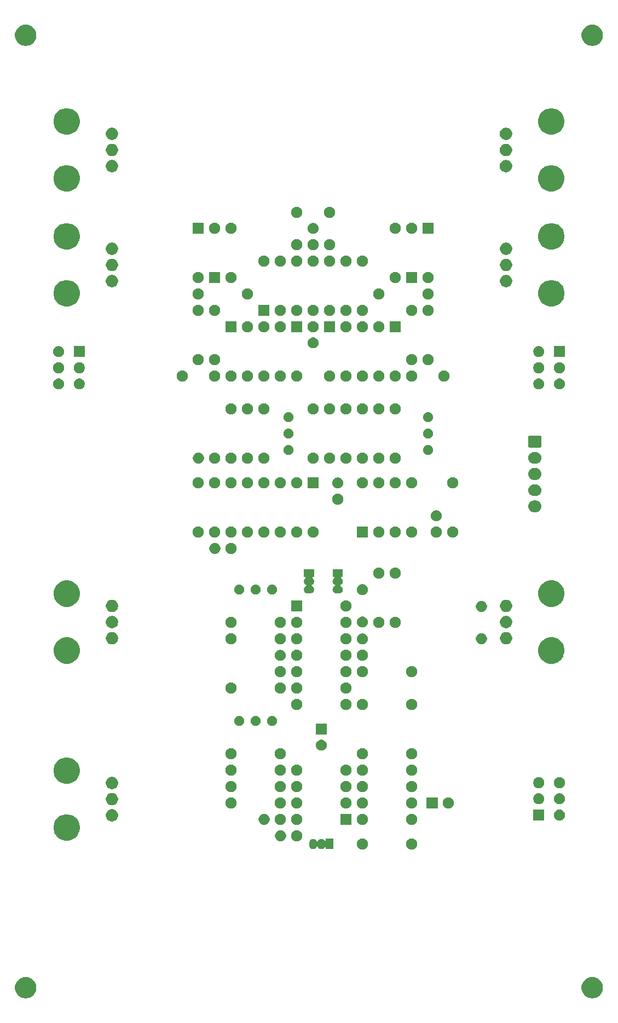
<source format=gbr>
G04 #@! TF.GenerationSoftware,KiCad,Pcbnew,(5.1.5)-3*
G04 #@! TF.CreationDate,2021-04-21T14:34:43+02:00*
G04 #@! TF.ProjectId,AnalogDrum_Drums,416e616c-6f67-4447-9275-6d5f4472756d,rev?*
G04 #@! TF.SameCoordinates,Original*
G04 #@! TF.FileFunction,Soldermask,Bot*
G04 #@! TF.FilePolarity,Negative*
%FSLAX46Y46*%
G04 Gerber Fmt 4.6, Leading zero omitted, Abs format (unit mm)*
G04 Created by KiCad (PCBNEW (5.1.5)-3) date 2021-04-21 14:34:43*
%MOMM*%
%LPD*%
G04 APERTURE LIST*
%ADD10C,0.100000*%
G04 APERTURE END LIST*
D10*
G36*
X136265256Y-180001298D02*
G01*
X136371579Y-180022447D01*
X136672042Y-180146903D01*
X136942451Y-180327585D01*
X137172415Y-180557549D01*
X137353097Y-180827958D01*
X137477553Y-181128421D01*
X137541000Y-181447391D01*
X137541000Y-181772609D01*
X137477553Y-182091579D01*
X137353097Y-182392042D01*
X137172415Y-182662451D01*
X136942451Y-182892415D01*
X136672042Y-183073097D01*
X136371579Y-183197553D01*
X136265256Y-183218702D01*
X136052611Y-183261000D01*
X135727389Y-183261000D01*
X135514744Y-183218702D01*
X135408421Y-183197553D01*
X135107958Y-183073097D01*
X134837549Y-182892415D01*
X134607585Y-182662451D01*
X134426903Y-182392042D01*
X134302447Y-182091579D01*
X134239000Y-181772609D01*
X134239000Y-181447391D01*
X134302447Y-181128421D01*
X134426903Y-180827958D01*
X134607585Y-180557549D01*
X134837549Y-180327585D01*
X135107958Y-180146903D01*
X135408421Y-180022447D01*
X135514744Y-180001298D01*
X135727389Y-179959000D01*
X136052611Y-179959000D01*
X136265256Y-180001298D01*
G37*
G36*
X48635256Y-180001298D02*
G01*
X48741579Y-180022447D01*
X49042042Y-180146903D01*
X49312451Y-180327585D01*
X49542415Y-180557549D01*
X49723097Y-180827958D01*
X49847553Y-181128421D01*
X49911000Y-181447391D01*
X49911000Y-181772609D01*
X49847553Y-182091579D01*
X49723097Y-182392042D01*
X49542415Y-182662451D01*
X49312451Y-182892415D01*
X49042042Y-183073097D01*
X48741579Y-183197553D01*
X48635256Y-183218702D01*
X48422611Y-183261000D01*
X48097389Y-183261000D01*
X47884744Y-183218702D01*
X47778421Y-183197553D01*
X47477958Y-183073097D01*
X47207549Y-182892415D01*
X46977585Y-182662451D01*
X46796903Y-182392042D01*
X46672447Y-182091579D01*
X46609000Y-181772609D01*
X46609000Y-181447391D01*
X46672447Y-181128421D01*
X46796903Y-180827958D01*
X46977585Y-180557549D01*
X47207549Y-180327585D01*
X47477958Y-180146903D01*
X47778421Y-180022447D01*
X47884744Y-180001298D01*
X48097389Y-179959000D01*
X48422611Y-179959000D01*
X48635256Y-180001298D01*
G37*
G36*
X108198228Y-158566703D02*
G01*
X108353100Y-158630853D01*
X108492481Y-158723985D01*
X108611015Y-158842519D01*
X108704147Y-158981900D01*
X108768297Y-159136772D01*
X108801000Y-159301184D01*
X108801000Y-159468816D01*
X108768297Y-159633228D01*
X108704147Y-159788100D01*
X108611015Y-159927481D01*
X108492481Y-160046015D01*
X108353100Y-160139147D01*
X108198228Y-160203297D01*
X108033816Y-160236000D01*
X107866184Y-160236000D01*
X107701772Y-160203297D01*
X107546900Y-160139147D01*
X107407519Y-160046015D01*
X107288985Y-159927481D01*
X107195853Y-159788100D01*
X107131703Y-159633228D01*
X107099000Y-159468816D01*
X107099000Y-159301184D01*
X107131703Y-159136772D01*
X107195853Y-158981900D01*
X107288985Y-158842519D01*
X107407519Y-158723985D01*
X107546900Y-158630853D01*
X107701772Y-158566703D01*
X107866184Y-158534000D01*
X108033816Y-158534000D01*
X108198228Y-158566703D01*
G37*
G36*
X100578228Y-158566703D02*
G01*
X100733100Y-158630853D01*
X100872481Y-158723985D01*
X100991015Y-158842519D01*
X101084147Y-158981900D01*
X101148297Y-159136772D01*
X101181000Y-159301184D01*
X101181000Y-159468816D01*
X101148297Y-159633228D01*
X101084147Y-159788100D01*
X100991015Y-159927481D01*
X100872481Y-160046015D01*
X100733100Y-160139147D01*
X100578228Y-160203297D01*
X100413816Y-160236000D01*
X100246184Y-160236000D01*
X100081772Y-160203297D01*
X99926900Y-160139147D01*
X99787519Y-160046015D01*
X99668985Y-159927481D01*
X99575853Y-159788100D01*
X99511703Y-159633228D01*
X99479000Y-159468816D01*
X99479000Y-159301184D01*
X99511703Y-159136772D01*
X99575853Y-158981900D01*
X99668985Y-158842519D01*
X99787519Y-158723985D01*
X99926900Y-158630853D01*
X100081772Y-158566703D01*
X100246184Y-158534000D01*
X100413816Y-158534000D01*
X100578228Y-158566703D01*
G37*
G36*
X94092916Y-158592334D02*
G01*
X94201492Y-158625271D01*
X94201495Y-158625272D01*
X94237601Y-158644571D01*
X94301557Y-158678756D01*
X94389264Y-158750736D01*
X94452383Y-158827646D01*
X94469702Y-158844965D01*
X94490077Y-158858579D01*
X94512716Y-158867957D01*
X94536749Y-158872737D01*
X94561253Y-158872737D01*
X94585286Y-158867957D01*
X94607925Y-158858579D01*
X94628299Y-158844966D01*
X94645626Y-158827639D01*
X94659240Y-158807264D01*
X94668618Y-158784625D01*
X94673398Y-158760592D01*
X94674000Y-158748340D01*
X94674000Y-158584000D01*
X95826000Y-158584000D01*
X95826000Y-160186000D01*
X94674000Y-160186000D01*
X94674000Y-160021660D01*
X94671598Y-159997274D01*
X94664485Y-159973825D01*
X94652934Y-159952214D01*
X94637389Y-159933272D01*
X94618447Y-159917727D01*
X94596836Y-159906176D01*
X94573387Y-159899063D01*
X94549001Y-159896661D01*
X94524615Y-159899063D01*
X94501166Y-159906176D01*
X94479555Y-159917727D01*
X94452381Y-159942356D01*
X94389264Y-160019264D01*
X94301556Y-160091244D01*
X94237600Y-160125429D01*
X94201494Y-160144728D01*
X94201491Y-160144729D01*
X94092915Y-160177666D01*
X93980000Y-160188787D01*
X93867084Y-160177666D01*
X93758508Y-160144729D01*
X93758505Y-160144728D01*
X93722399Y-160125429D01*
X93658443Y-160091244D01*
X93570736Y-160019264D01*
X93498756Y-159931556D01*
X93455239Y-159850140D01*
X93441625Y-159829766D01*
X93424298Y-159812439D01*
X93403924Y-159798825D01*
X93381285Y-159789448D01*
X93357251Y-159784668D01*
X93332747Y-159784668D01*
X93308714Y-159789449D01*
X93286075Y-159798826D01*
X93265701Y-159812440D01*
X93248374Y-159829767D01*
X93234762Y-159850140D01*
X93191244Y-159931557D01*
X93119264Y-160019264D01*
X93031556Y-160091244D01*
X92967600Y-160125429D01*
X92931494Y-160144728D01*
X92931491Y-160144729D01*
X92822915Y-160177666D01*
X92710000Y-160188787D01*
X92597084Y-160177666D01*
X92488508Y-160144729D01*
X92488505Y-160144728D01*
X92452399Y-160125429D01*
X92388443Y-160091244D01*
X92300736Y-160019264D01*
X92228756Y-159931556D01*
X92185239Y-159850140D01*
X92175272Y-159831494D01*
X92169492Y-159812440D01*
X92142334Y-159722915D01*
X92134000Y-159638297D01*
X92134000Y-159131702D01*
X92142334Y-159047084D01*
X92175271Y-158938508D01*
X92175272Y-158938505D01*
X92228756Y-158838445D01*
X92228757Y-158838443D01*
X92300737Y-158750736D01*
X92388444Y-158678756D01*
X92452400Y-158644571D01*
X92488506Y-158625272D01*
X92488509Y-158625271D01*
X92597085Y-158592334D01*
X92710000Y-158581213D01*
X92822916Y-158592334D01*
X92931492Y-158625271D01*
X92931495Y-158625272D01*
X92967601Y-158644571D01*
X93031557Y-158678756D01*
X93119264Y-158750736D01*
X93191244Y-158838443D01*
X93209574Y-158872737D01*
X93234761Y-158919859D01*
X93248375Y-158940234D01*
X93265702Y-158957561D01*
X93286076Y-158971174D01*
X93308715Y-158980552D01*
X93332748Y-158985332D01*
X93357252Y-158985332D01*
X93381285Y-158980552D01*
X93403924Y-158971174D01*
X93424299Y-158957560D01*
X93441626Y-158940233D01*
X93455239Y-158919859D01*
X93498756Y-158838445D01*
X93498757Y-158838443D01*
X93570737Y-158750736D01*
X93658444Y-158678756D01*
X93722400Y-158644571D01*
X93758506Y-158625272D01*
X93758509Y-158625271D01*
X93867085Y-158592334D01*
X93980000Y-158581213D01*
X94092916Y-158592334D01*
G37*
G36*
X90418228Y-157296703D02*
G01*
X90573100Y-157360853D01*
X90712481Y-157453985D01*
X90831015Y-157572519D01*
X90924147Y-157711900D01*
X90988297Y-157866772D01*
X91021000Y-158031184D01*
X91021000Y-158198816D01*
X90988297Y-158363228D01*
X90924147Y-158518100D01*
X90831015Y-158657481D01*
X90712481Y-158776015D01*
X90573100Y-158869147D01*
X90418228Y-158933297D01*
X90253816Y-158966000D01*
X90086184Y-158966000D01*
X89921772Y-158933297D01*
X89766900Y-158869147D01*
X89627519Y-158776015D01*
X89508985Y-158657481D01*
X89415853Y-158518100D01*
X89351703Y-158363228D01*
X89319000Y-158198816D01*
X89319000Y-158031184D01*
X89351703Y-157866772D01*
X89415853Y-157711900D01*
X89508985Y-157572519D01*
X89627519Y-157453985D01*
X89766900Y-157360853D01*
X89921772Y-157296703D01*
X90086184Y-157264000D01*
X90253816Y-157264000D01*
X90418228Y-157296703D01*
G37*
G36*
X87918228Y-157296703D02*
G01*
X88073100Y-157360853D01*
X88212481Y-157453985D01*
X88331015Y-157572519D01*
X88424147Y-157711900D01*
X88488297Y-157866772D01*
X88521000Y-158031184D01*
X88521000Y-158198816D01*
X88488297Y-158363228D01*
X88424147Y-158518100D01*
X88331015Y-158657481D01*
X88212481Y-158776015D01*
X88073100Y-158869147D01*
X87918228Y-158933297D01*
X87753816Y-158966000D01*
X87586184Y-158966000D01*
X87421772Y-158933297D01*
X87266900Y-158869147D01*
X87127519Y-158776015D01*
X87008985Y-158657481D01*
X86915853Y-158518100D01*
X86851703Y-158363228D01*
X86819000Y-158198816D01*
X86819000Y-158031184D01*
X86851703Y-157866772D01*
X86915853Y-157711900D01*
X87008985Y-157572519D01*
X87127519Y-157453985D01*
X87266900Y-157360853D01*
X87421772Y-157296703D01*
X87586184Y-157264000D01*
X87753816Y-157264000D01*
X87918228Y-157296703D01*
G37*
G36*
X55193254Y-154872818D02*
G01*
X55566511Y-155027426D01*
X55566513Y-155027427D01*
X55902436Y-155251884D01*
X56188116Y-155537564D01*
X56403196Y-155859453D01*
X56412574Y-155873489D01*
X56567182Y-156246746D01*
X56646000Y-156642993D01*
X56646000Y-157047007D01*
X56567182Y-157443254D01*
X56513638Y-157572520D01*
X56412573Y-157816513D01*
X56188116Y-158152436D01*
X55902436Y-158438116D01*
X55566513Y-158662573D01*
X55566512Y-158662574D01*
X55566511Y-158662574D01*
X55193254Y-158817182D01*
X54797007Y-158896000D01*
X54392993Y-158896000D01*
X53996746Y-158817182D01*
X53623489Y-158662574D01*
X53623488Y-158662574D01*
X53623487Y-158662573D01*
X53287564Y-158438116D01*
X53001884Y-158152436D01*
X52777427Y-157816513D01*
X52676362Y-157572520D01*
X52622818Y-157443254D01*
X52544000Y-157047007D01*
X52544000Y-156642993D01*
X52622818Y-156246746D01*
X52777426Y-155873489D01*
X52786805Y-155859453D01*
X53001884Y-155537564D01*
X53287564Y-155251884D01*
X53623487Y-155027427D01*
X53623489Y-155027426D01*
X53996746Y-154872818D01*
X54392993Y-154794000D01*
X54797007Y-154794000D01*
X55193254Y-154872818D01*
G37*
G36*
X90418228Y-154756703D02*
G01*
X90573100Y-154820853D01*
X90712481Y-154913985D01*
X90831015Y-155032519D01*
X90924147Y-155171900D01*
X90988297Y-155326772D01*
X91021000Y-155491184D01*
X91021000Y-155658816D01*
X90988297Y-155823228D01*
X90924147Y-155978100D01*
X90831015Y-156117481D01*
X90712481Y-156236015D01*
X90573100Y-156329147D01*
X90418228Y-156393297D01*
X90253816Y-156426000D01*
X90086184Y-156426000D01*
X89921772Y-156393297D01*
X89766900Y-156329147D01*
X89627519Y-156236015D01*
X89508985Y-156117481D01*
X89415853Y-155978100D01*
X89351703Y-155823228D01*
X89319000Y-155658816D01*
X89319000Y-155491184D01*
X89351703Y-155326772D01*
X89415853Y-155171900D01*
X89508985Y-155032519D01*
X89627519Y-154913985D01*
X89766900Y-154820853D01*
X89921772Y-154756703D01*
X90086184Y-154724000D01*
X90253816Y-154724000D01*
X90418228Y-154756703D01*
G37*
G36*
X98641000Y-156426000D02*
G01*
X96939000Y-156426000D01*
X96939000Y-154724000D01*
X98641000Y-154724000D01*
X98641000Y-156426000D01*
G37*
G36*
X108198228Y-154756703D02*
G01*
X108353100Y-154820853D01*
X108492481Y-154913985D01*
X108611015Y-155032519D01*
X108704147Y-155171900D01*
X108768297Y-155326772D01*
X108801000Y-155491184D01*
X108801000Y-155658816D01*
X108768297Y-155823228D01*
X108704147Y-155978100D01*
X108611015Y-156117481D01*
X108492481Y-156236015D01*
X108353100Y-156329147D01*
X108198228Y-156393297D01*
X108033816Y-156426000D01*
X107866184Y-156426000D01*
X107701772Y-156393297D01*
X107546900Y-156329147D01*
X107407519Y-156236015D01*
X107288985Y-156117481D01*
X107195853Y-155978100D01*
X107131703Y-155823228D01*
X107099000Y-155658816D01*
X107099000Y-155491184D01*
X107131703Y-155326772D01*
X107195853Y-155171900D01*
X107288985Y-155032519D01*
X107407519Y-154913985D01*
X107546900Y-154820853D01*
X107701772Y-154756703D01*
X107866184Y-154724000D01*
X108033816Y-154724000D01*
X108198228Y-154756703D01*
G37*
G36*
X87878228Y-154756703D02*
G01*
X88033100Y-154820853D01*
X88172481Y-154913985D01*
X88291015Y-155032519D01*
X88384147Y-155171900D01*
X88448297Y-155326772D01*
X88481000Y-155491184D01*
X88481000Y-155658816D01*
X88448297Y-155823228D01*
X88384147Y-155978100D01*
X88291015Y-156117481D01*
X88172481Y-156236015D01*
X88033100Y-156329147D01*
X87878228Y-156393297D01*
X87713816Y-156426000D01*
X87546184Y-156426000D01*
X87381772Y-156393297D01*
X87226900Y-156329147D01*
X87087519Y-156236015D01*
X86968985Y-156117481D01*
X86875853Y-155978100D01*
X86811703Y-155823228D01*
X86779000Y-155658816D01*
X86779000Y-155491184D01*
X86811703Y-155326772D01*
X86875853Y-155171900D01*
X86968985Y-155032519D01*
X87087519Y-154913985D01*
X87226900Y-154820853D01*
X87381772Y-154756703D01*
X87546184Y-154724000D01*
X87713816Y-154724000D01*
X87878228Y-154756703D01*
G37*
G36*
X85378228Y-154756703D02*
G01*
X85533100Y-154820853D01*
X85672481Y-154913985D01*
X85791015Y-155032519D01*
X85884147Y-155171900D01*
X85948297Y-155326772D01*
X85981000Y-155491184D01*
X85981000Y-155658816D01*
X85948297Y-155823228D01*
X85884147Y-155978100D01*
X85791015Y-156117481D01*
X85672481Y-156236015D01*
X85533100Y-156329147D01*
X85378228Y-156393297D01*
X85213816Y-156426000D01*
X85046184Y-156426000D01*
X84881772Y-156393297D01*
X84726900Y-156329147D01*
X84587519Y-156236015D01*
X84468985Y-156117481D01*
X84375853Y-155978100D01*
X84311703Y-155823228D01*
X84279000Y-155658816D01*
X84279000Y-155491184D01*
X84311703Y-155326772D01*
X84375853Y-155171900D01*
X84468985Y-155032519D01*
X84587519Y-154913985D01*
X84726900Y-154820853D01*
X84881772Y-154756703D01*
X85046184Y-154724000D01*
X85213816Y-154724000D01*
X85378228Y-154756703D01*
G37*
G36*
X100578228Y-154756703D02*
G01*
X100733100Y-154820853D01*
X100872481Y-154913985D01*
X100991015Y-155032519D01*
X101084147Y-155171900D01*
X101148297Y-155326772D01*
X101181000Y-155491184D01*
X101181000Y-155658816D01*
X101148297Y-155823228D01*
X101084147Y-155978100D01*
X100991015Y-156117481D01*
X100872481Y-156236015D01*
X100733100Y-156329147D01*
X100578228Y-156393297D01*
X100413816Y-156426000D01*
X100246184Y-156426000D01*
X100081772Y-156393297D01*
X99926900Y-156329147D01*
X99787519Y-156236015D01*
X99668985Y-156117481D01*
X99575853Y-155978100D01*
X99511703Y-155823228D01*
X99479000Y-155658816D01*
X99479000Y-155491184D01*
X99511703Y-155326772D01*
X99575853Y-155171900D01*
X99668985Y-155032519D01*
X99787519Y-154913985D01*
X99926900Y-154820853D01*
X100081772Y-154756703D01*
X100246184Y-154724000D01*
X100413816Y-154724000D01*
X100578228Y-154756703D01*
G37*
G36*
X61872395Y-154030546D02*
G01*
X62045466Y-154102234D01*
X62045467Y-154102235D01*
X62201227Y-154206310D01*
X62333690Y-154338773D01*
X62346216Y-154357520D01*
X62437766Y-154494534D01*
X62509454Y-154667605D01*
X62546000Y-154851333D01*
X62546000Y-155038667D01*
X62509454Y-155222395D01*
X62437766Y-155395466D01*
X62386081Y-155472818D01*
X62333690Y-155551227D01*
X62201227Y-155683690D01*
X62149437Y-155718295D01*
X62045466Y-155787766D01*
X61872395Y-155859454D01*
X61688667Y-155896000D01*
X61501333Y-155896000D01*
X61317605Y-155859454D01*
X61144534Y-155787766D01*
X61040563Y-155718295D01*
X60988773Y-155683690D01*
X60856310Y-155551227D01*
X60803919Y-155472818D01*
X60752234Y-155395466D01*
X60680546Y-155222395D01*
X60644000Y-155038667D01*
X60644000Y-154851333D01*
X60680546Y-154667605D01*
X60752234Y-154494534D01*
X60843784Y-154357520D01*
X60856310Y-154338773D01*
X60988773Y-154206310D01*
X61144533Y-154102235D01*
X61144534Y-154102234D01*
X61317605Y-154030546D01*
X61501333Y-153994000D01*
X61688667Y-153994000D01*
X61872395Y-154030546D01*
G37*
G36*
X131058228Y-154081703D02*
G01*
X131213100Y-154145853D01*
X131352481Y-154238985D01*
X131471015Y-154357519D01*
X131564147Y-154496900D01*
X131628297Y-154651772D01*
X131661000Y-154816184D01*
X131661000Y-154983816D01*
X131628297Y-155148228D01*
X131564147Y-155303100D01*
X131471015Y-155442481D01*
X131352481Y-155561015D01*
X131213100Y-155654147D01*
X131058228Y-155718297D01*
X130893816Y-155751000D01*
X130726184Y-155751000D01*
X130561772Y-155718297D01*
X130406900Y-155654147D01*
X130267519Y-155561015D01*
X130148985Y-155442481D01*
X130055853Y-155303100D01*
X129991703Y-155148228D01*
X129959000Y-154983816D01*
X129959000Y-154816184D01*
X129991703Y-154651772D01*
X130055853Y-154496900D01*
X130148985Y-154357519D01*
X130267519Y-154238985D01*
X130406900Y-154145853D01*
X130561772Y-154081703D01*
X130726184Y-154049000D01*
X130893816Y-154049000D01*
X131058228Y-154081703D01*
G37*
G36*
X128461000Y-155751000D02*
G01*
X126759000Y-155751000D01*
X126759000Y-154049000D01*
X128461000Y-154049000D01*
X128461000Y-155751000D01*
G37*
G36*
X111976000Y-153886000D02*
G01*
X110274000Y-153886000D01*
X110274000Y-152184000D01*
X111976000Y-152184000D01*
X111976000Y-153886000D01*
G37*
G36*
X80258228Y-152216703D02*
G01*
X80413100Y-152280853D01*
X80552481Y-152373985D01*
X80671015Y-152492519D01*
X80764147Y-152631900D01*
X80828297Y-152786772D01*
X80861000Y-152951184D01*
X80861000Y-153118816D01*
X80828297Y-153283228D01*
X80764147Y-153438100D01*
X80671015Y-153577481D01*
X80552481Y-153696015D01*
X80413100Y-153789147D01*
X80258228Y-153853297D01*
X80093816Y-153886000D01*
X79926184Y-153886000D01*
X79761772Y-153853297D01*
X79606900Y-153789147D01*
X79467519Y-153696015D01*
X79348985Y-153577481D01*
X79255853Y-153438100D01*
X79191703Y-153283228D01*
X79159000Y-153118816D01*
X79159000Y-152951184D01*
X79191703Y-152786772D01*
X79255853Y-152631900D01*
X79348985Y-152492519D01*
X79467519Y-152373985D01*
X79606900Y-152280853D01*
X79761772Y-152216703D01*
X79926184Y-152184000D01*
X80093816Y-152184000D01*
X80258228Y-152216703D01*
G37*
G36*
X108198228Y-152216703D02*
G01*
X108353100Y-152280853D01*
X108492481Y-152373985D01*
X108611015Y-152492519D01*
X108704147Y-152631900D01*
X108768297Y-152786772D01*
X108801000Y-152951184D01*
X108801000Y-153118816D01*
X108768297Y-153283228D01*
X108704147Y-153438100D01*
X108611015Y-153577481D01*
X108492481Y-153696015D01*
X108353100Y-153789147D01*
X108198228Y-153853297D01*
X108033816Y-153886000D01*
X107866184Y-153886000D01*
X107701772Y-153853297D01*
X107546900Y-153789147D01*
X107407519Y-153696015D01*
X107288985Y-153577481D01*
X107195853Y-153438100D01*
X107131703Y-153283228D01*
X107099000Y-153118816D01*
X107099000Y-152951184D01*
X107131703Y-152786772D01*
X107195853Y-152631900D01*
X107288985Y-152492519D01*
X107407519Y-152373985D01*
X107546900Y-152280853D01*
X107701772Y-152216703D01*
X107866184Y-152184000D01*
X108033816Y-152184000D01*
X108198228Y-152216703D01*
G37*
G36*
X87878228Y-152216703D02*
G01*
X88033100Y-152280853D01*
X88172481Y-152373985D01*
X88291015Y-152492519D01*
X88384147Y-152631900D01*
X88448297Y-152786772D01*
X88481000Y-152951184D01*
X88481000Y-153118816D01*
X88448297Y-153283228D01*
X88384147Y-153438100D01*
X88291015Y-153577481D01*
X88172481Y-153696015D01*
X88033100Y-153789147D01*
X87878228Y-153853297D01*
X87713816Y-153886000D01*
X87546184Y-153886000D01*
X87381772Y-153853297D01*
X87226900Y-153789147D01*
X87087519Y-153696015D01*
X86968985Y-153577481D01*
X86875853Y-153438100D01*
X86811703Y-153283228D01*
X86779000Y-153118816D01*
X86779000Y-152951184D01*
X86811703Y-152786772D01*
X86875853Y-152631900D01*
X86968985Y-152492519D01*
X87087519Y-152373985D01*
X87226900Y-152280853D01*
X87381772Y-152216703D01*
X87546184Y-152184000D01*
X87713816Y-152184000D01*
X87878228Y-152216703D01*
G37*
G36*
X90418228Y-152216703D02*
G01*
X90573100Y-152280853D01*
X90712481Y-152373985D01*
X90831015Y-152492519D01*
X90924147Y-152631900D01*
X90988297Y-152786772D01*
X91021000Y-152951184D01*
X91021000Y-153118816D01*
X90988297Y-153283228D01*
X90924147Y-153438100D01*
X90831015Y-153577481D01*
X90712481Y-153696015D01*
X90573100Y-153789147D01*
X90418228Y-153853297D01*
X90253816Y-153886000D01*
X90086184Y-153886000D01*
X89921772Y-153853297D01*
X89766900Y-153789147D01*
X89627519Y-153696015D01*
X89508985Y-153577481D01*
X89415853Y-153438100D01*
X89351703Y-153283228D01*
X89319000Y-153118816D01*
X89319000Y-152951184D01*
X89351703Y-152786772D01*
X89415853Y-152631900D01*
X89508985Y-152492519D01*
X89627519Y-152373985D01*
X89766900Y-152280853D01*
X89921772Y-152216703D01*
X90086184Y-152184000D01*
X90253816Y-152184000D01*
X90418228Y-152216703D01*
G37*
G36*
X98038228Y-152216703D02*
G01*
X98193100Y-152280853D01*
X98332481Y-152373985D01*
X98451015Y-152492519D01*
X98544147Y-152631900D01*
X98608297Y-152786772D01*
X98641000Y-152951184D01*
X98641000Y-153118816D01*
X98608297Y-153283228D01*
X98544147Y-153438100D01*
X98451015Y-153577481D01*
X98332481Y-153696015D01*
X98193100Y-153789147D01*
X98038228Y-153853297D01*
X97873816Y-153886000D01*
X97706184Y-153886000D01*
X97541772Y-153853297D01*
X97386900Y-153789147D01*
X97247519Y-153696015D01*
X97128985Y-153577481D01*
X97035853Y-153438100D01*
X96971703Y-153283228D01*
X96939000Y-153118816D01*
X96939000Y-152951184D01*
X96971703Y-152786772D01*
X97035853Y-152631900D01*
X97128985Y-152492519D01*
X97247519Y-152373985D01*
X97386900Y-152280853D01*
X97541772Y-152216703D01*
X97706184Y-152184000D01*
X97873816Y-152184000D01*
X98038228Y-152216703D01*
G37*
G36*
X113873228Y-152216703D02*
G01*
X114028100Y-152280853D01*
X114167481Y-152373985D01*
X114286015Y-152492519D01*
X114379147Y-152631900D01*
X114443297Y-152786772D01*
X114476000Y-152951184D01*
X114476000Y-153118816D01*
X114443297Y-153283228D01*
X114379147Y-153438100D01*
X114286015Y-153577481D01*
X114167481Y-153696015D01*
X114028100Y-153789147D01*
X113873228Y-153853297D01*
X113708816Y-153886000D01*
X113541184Y-153886000D01*
X113376772Y-153853297D01*
X113221900Y-153789147D01*
X113082519Y-153696015D01*
X112963985Y-153577481D01*
X112870853Y-153438100D01*
X112806703Y-153283228D01*
X112774000Y-153118816D01*
X112774000Y-152951184D01*
X112806703Y-152786772D01*
X112870853Y-152631900D01*
X112963985Y-152492519D01*
X113082519Y-152373985D01*
X113221900Y-152280853D01*
X113376772Y-152216703D01*
X113541184Y-152184000D01*
X113708816Y-152184000D01*
X113873228Y-152216703D01*
G37*
G36*
X100578228Y-152216703D02*
G01*
X100733100Y-152280853D01*
X100872481Y-152373985D01*
X100991015Y-152492519D01*
X101084147Y-152631900D01*
X101148297Y-152786772D01*
X101181000Y-152951184D01*
X101181000Y-153118816D01*
X101148297Y-153283228D01*
X101084147Y-153438100D01*
X100991015Y-153577481D01*
X100872481Y-153696015D01*
X100733100Y-153789147D01*
X100578228Y-153853297D01*
X100413816Y-153886000D01*
X100246184Y-153886000D01*
X100081772Y-153853297D01*
X99926900Y-153789147D01*
X99787519Y-153696015D01*
X99668985Y-153577481D01*
X99575853Y-153438100D01*
X99511703Y-153283228D01*
X99479000Y-153118816D01*
X99479000Y-152951184D01*
X99511703Y-152786772D01*
X99575853Y-152631900D01*
X99668985Y-152492519D01*
X99787519Y-152373985D01*
X99926900Y-152280853D01*
X100081772Y-152216703D01*
X100246184Y-152184000D01*
X100413816Y-152184000D01*
X100578228Y-152216703D01*
G37*
G36*
X61872395Y-151530546D02*
G01*
X62045466Y-151602234D01*
X62045467Y-151602235D01*
X62201227Y-151706310D01*
X62333690Y-151838773D01*
X62346216Y-151857520D01*
X62437766Y-151994534D01*
X62509454Y-152167605D01*
X62546000Y-152351333D01*
X62546000Y-152538667D01*
X62509454Y-152722395D01*
X62437766Y-152895466D01*
X62400536Y-152951184D01*
X62333690Y-153051227D01*
X62201227Y-153183690D01*
X62149437Y-153218295D01*
X62045466Y-153287766D01*
X61872395Y-153359454D01*
X61688667Y-153396000D01*
X61501333Y-153396000D01*
X61317605Y-153359454D01*
X61144534Y-153287766D01*
X61040563Y-153218295D01*
X60988773Y-153183690D01*
X60856310Y-153051227D01*
X60789464Y-152951184D01*
X60752234Y-152895466D01*
X60680546Y-152722395D01*
X60644000Y-152538667D01*
X60644000Y-152351333D01*
X60680546Y-152167605D01*
X60752234Y-151994534D01*
X60843784Y-151857520D01*
X60856310Y-151838773D01*
X60988773Y-151706310D01*
X61144533Y-151602235D01*
X61144534Y-151602234D01*
X61317605Y-151530546D01*
X61501333Y-151494000D01*
X61688667Y-151494000D01*
X61872395Y-151530546D01*
G37*
G36*
X131058228Y-151581703D02*
G01*
X131213100Y-151645853D01*
X131352481Y-151738985D01*
X131471015Y-151857519D01*
X131564147Y-151996900D01*
X131628297Y-152151772D01*
X131661000Y-152316184D01*
X131661000Y-152483816D01*
X131628297Y-152648228D01*
X131564147Y-152803100D01*
X131471015Y-152942481D01*
X131352481Y-153061015D01*
X131213100Y-153154147D01*
X131058228Y-153218297D01*
X130893816Y-153251000D01*
X130726184Y-153251000D01*
X130561772Y-153218297D01*
X130406900Y-153154147D01*
X130267519Y-153061015D01*
X130148985Y-152942481D01*
X130055853Y-152803100D01*
X129991703Y-152648228D01*
X129959000Y-152483816D01*
X129959000Y-152316184D01*
X129991703Y-152151772D01*
X130055853Y-151996900D01*
X130148985Y-151857519D01*
X130267519Y-151738985D01*
X130406900Y-151645853D01*
X130561772Y-151581703D01*
X130726184Y-151549000D01*
X130893816Y-151549000D01*
X131058228Y-151581703D01*
G37*
G36*
X127858228Y-151581703D02*
G01*
X128013100Y-151645853D01*
X128152481Y-151738985D01*
X128271015Y-151857519D01*
X128364147Y-151996900D01*
X128428297Y-152151772D01*
X128461000Y-152316184D01*
X128461000Y-152483816D01*
X128428297Y-152648228D01*
X128364147Y-152803100D01*
X128271015Y-152942481D01*
X128152481Y-153061015D01*
X128013100Y-153154147D01*
X127858228Y-153218297D01*
X127693816Y-153251000D01*
X127526184Y-153251000D01*
X127361772Y-153218297D01*
X127206900Y-153154147D01*
X127067519Y-153061015D01*
X126948985Y-152942481D01*
X126855853Y-152803100D01*
X126791703Y-152648228D01*
X126759000Y-152483816D01*
X126759000Y-152316184D01*
X126791703Y-152151772D01*
X126855853Y-151996900D01*
X126948985Y-151857519D01*
X127067519Y-151738985D01*
X127206900Y-151645853D01*
X127361772Y-151581703D01*
X127526184Y-151549000D01*
X127693816Y-151549000D01*
X127858228Y-151581703D01*
G37*
G36*
X108198228Y-149676703D02*
G01*
X108353100Y-149740853D01*
X108492481Y-149833985D01*
X108611015Y-149952519D01*
X108704147Y-150091900D01*
X108768297Y-150246772D01*
X108801000Y-150411184D01*
X108801000Y-150578816D01*
X108768297Y-150743228D01*
X108704147Y-150898100D01*
X108611015Y-151037481D01*
X108492481Y-151156015D01*
X108353100Y-151249147D01*
X108198228Y-151313297D01*
X108033816Y-151346000D01*
X107866184Y-151346000D01*
X107701772Y-151313297D01*
X107546900Y-151249147D01*
X107407519Y-151156015D01*
X107288985Y-151037481D01*
X107195853Y-150898100D01*
X107131703Y-150743228D01*
X107099000Y-150578816D01*
X107099000Y-150411184D01*
X107131703Y-150246772D01*
X107195853Y-150091900D01*
X107288985Y-149952519D01*
X107407519Y-149833985D01*
X107546900Y-149740853D01*
X107701772Y-149676703D01*
X107866184Y-149644000D01*
X108033816Y-149644000D01*
X108198228Y-149676703D01*
G37*
G36*
X98038228Y-149676703D02*
G01*
X98193100Y-149740853D01*
X98332481Y-149833985D01*
X98451015Y-149952519D01*
X98544147Y-150091900D01*
X98608297Y-150246772D01*
X98641000Y-150411184D01*
X98641000Y-150578816D01*
X98608297Y-150743228D01*
X98544147Y-150898100D01*
X98451015Y-151037481D01*
X98332481Y-151156015D01*
X98193100Y-151249147D01*
X98038228Y-151313297D01*
X97873816Y-151346000D01*
X97706184Y-151346000D01*
X97541772Y-151313297D01*
X97386900Y-151249147D01*
X97247519Y-151156015D01*
X97128985Y-151037481D01*
X97035853Y-150898100D01*
X96971703Y-150743228D01*
X96939000Y-150578816D01*
X96939000Y-150411184D01*
X96971703Y-150246772D01*
X97035853Y-150091900D01*
X97128985Y-149952519D01*
X97247519Y-149833985D01*
X97386900Y-149740853D01*
X97541772Y-149676703D01*
X97706184Y-149644000D01*
X97873816Y-149644000D01*
X98038228Y-149676703D01*
G37*
G36*
X90418228Y-149676703D02*
G01*
X90573100Y-149740853D01*
X90712481Y-149833985D01*
X90831015Y-149952519D01*
X90924147Y-150091900D01*
X90988297Y-150246772D01*
X91021000Y-150411184D01*
X91021000Y-150578816D01*
X90988297Y-150743228D01*
X90924147Y-150898100D01*
X90831015Y-151037481D01*
X90712481Y-151156015D01*
X90573100Y-151249147D01*
X90418228Y-151313297D01*
X90253816Y-151346000D01*
X90086184Y-151346000D01*
X89921772Y-151313297D01*
X89766900Y-151249147D01*
X89627519Y-151156015D01*
X89508985Y-151037481D01*
X89415853Y-150898100D01*
X89351703Y-150743228D01*
X89319000Y-150578816D01*
X89319000Y-150411184D01*
X89351703Y-150246772D01*
X89415853Y-150091900D01*
X89508985Y-149952519D01*
X89627519Y-149833985D01*
X89766900Y-149740853D01*
X89921772Y-149676703D01*
X90086184Y-149644000D01*
X90253816Y-149644000D01*
X90418228Y-149676703D01*
G37*
G36*
X100578228Y-149676703D02*
G01*
X100733100Y-149740853D01*
X100872481Y-149833985D01*
X100991015Y-149952519D01*
X101084147Y-150091900D01*
X101148297Y-150246772D01*
X101181000Y-150411184D01*
X101181000Y-150578816D01*
X101148297Y-150743228D01*
X101084147Y-150898100D01*
X100991015Y-151037481D01*
X100872481Y-151156015D01*
X100733100Y-151249147D01*
X100578228Y-151313297D01*
X100413816Y-151346000D01*
X100246184Y-151346000D01*
X100081772Y-151313297D01*
X99926900Y-151249147D01*
X99787519Y-151156015D01*
X99668985Y-151037481D01*
X99575853Y-150898100D01*
X99511703Y-150743228D01*
X99479000Y-150578816D01*
X99479000Y-150411184D01*
X99511703Y-150246772D01*
X99575853Y-150091900D01*
X99668985Y-149952519D01*
X99787519Y-149833985D01*
X99926900Y-149740853D01*
X100081772Y-149676703D01*
X100246184Y-149644000D01*
X100413816Y-149644000D01*
X100578228Y-149676703D01*
G37*
G36*
X87878228Y-149676703D02*
G01*
X88033100Y-149740853D01*
X88172481Y-149833985D01*
X88291015Y-149952519D01*
X88384147Y-150091900D01*
X88448297Y-150246772D01*
X88481000Y-150411184D01*
X88481000Y-150578816D01*
X88448297Y-150743228D01*
X88384147Y-150898100D01*
X88291015Y-151037481D01*
X88172481Y-151156015D01*
X88033100Y-151249147D01*
X87878228Y-151313297D01*
X87713816Y-151346000D01*
X87546184Y-151346000D01*
X87381772Y-151313297D01*
X87226900Y-151249147D01*
X87087519Y-151156015D01*
X86968985Y-151037481D01*
X86875853Y-150898100D01*
X86811703Y-150743228D01*
X86779000Y-150578816D01*
X86779000Y-150411184D01*
X86811703Y-150246772D01*
X86875853Y-150091900D01*
X86968985Y-149952519D01*
X87087519Y-149833985D01*
X87226900Y-149740853D01*
X87381772Y-149676703D01*
X87546184Y-149644000D01*
X87713816Y-149644000D01*
X87878228Y-149676703D01*
G37*
G36*
X80258228Y-149676703D02*
G01*
X80413100Y-149740853D01*
X80552481Y-149833985D01*
X80671015Y-149952519D01*
X80764147Y-150091900D01*
X80828297Y-150246772D01*
X80861000Y-150411184D01*
X80861000Y-150578816D01*
X80828297Y-150743228D01*
X80764147Y-150898100D01*
X80671015Y-151037481D01*
X80552481Y-151156015D01*
X80413100Y-151249147D01*
X80258228Y-151313297D01*
X80093816Y-151346000D01*
X79926184Y-151346000D01*
X79761772Y-151313297D01*
X79606900Y-151249147D01*
X79467519Y-151156015D01*
X79348985Y-151037481D01*
X79255853Y-150898100D01*
X79191703Y-150743228D01*
X79159000Y-150578816D01*
X79159000Y-150411184D01*
X79191703Y-150246772D01*
X79255853Y-150091900D01*
X79348985Y-149952519D01*
X79467519Y-149833985D01*
X79606900Y-149740853D01*
X79761772Y-149676703D01*
X79926184Y-149644000D01*
X80093816Y-149644000D01*
X80258228Y-149676703D01*
G37*
G36*
X61872395Y-149030546D02*
G01*
X62045466Y-149102234D01*
X62045467Y-149102235D01*
X62201227Y-149206310D01*
X62333690Y-149338773D01*
X62346216Y-149357520D01*
X62437766Y-149494534D01*
X62509454Y-149667605D01*
X62546000Y-149851333D01*
X62546000Y-150038667D01*
X62509454Y-150222395D01*
X62437766Y-150395466D01*
X62386081Y-150472818D01*
X62333690Y-150551227D01*
X62201227Y-150683690D01*
X62149437Y-150718295D01*
X62045466Y-150787766D01*
X61872395Y-150859454D01*
X61688667Y-150896000D01*
X61501333Y-150896000D01*
X61317605Y-150859454D01*
X61144534Y-150787766D01*
X61040563Y-150718295D01*
X60988773Y-150683690D01*
X60856310Y-150551227D01*
X60803919Y-150472818D01*
X60752234Y-150395466D01*
X60680546Y-150222395D01*
X60644000Y-150038667D01*
X60644000Y-149851333D01*
X60680546Y-149667605D01*
X60752234Y-149494534D01*
X60843784Y-149357520D01*
X60856310Y-149338773D01*
X60988773Y-149206310D01*
X61144533Y-149102235D01*
X61144534Y-149102234D01*
X61317605Y-149030546D01*
X61501333Y-148994000D01*
X61688667Y-148994000D01*
X61872395Y-149030546D01*
G37*
G36*
X127858228Y-149081703D02*
G01*
X128013100Y-149145853D01*
X128152481Y-149238985D01*
X128271015Y-149357519D01*
X128364147Y-149496900D01*
X128428297Y-149651772D01*
X128461000Y-149816184D01*
X128461000Y-149983816D01*
X128428297Y-150148228D01*
X128364147Y-150303100D01*
X128271015Y-150442481D01*
X128152481Y-150561015D01*
X128013100Y-150654147D01*
X127858228Y-150718297D01*
X127693816Y-150751000D01*
X127526184Y-150751000D01*
X127361772Y-150718297D01*
X127206900Y-150654147D01*
X127067519Y-150561015D01*
X126948985Y-150442481D01*
X126855853Y-150303100D01*
X126791703Y-150148228D01*
X126759000Y-149983816D01*
X126759000Y-149816184D01*
X126791703Y-149651772D01*
X126855853Y-149496900D01*
X126948985Y-149357519D01*
X127067519Y-149238985D01*
X127206900Y-149145853D01*
X127361772Y-149081703D01*
X127526184Y-149049000D01*
X127693816Y-149049000D01*
X127858228Y-149081703D01*
G37*
G36*
X131058228Y-149081703D02*
G01*
X131213100Y-149145853D01*
X131352481Y-149238985D01*
X131471015Y-149357519D01*
X131564147Y-149496900D01*
X131628297Y-149651772D01*
X131661000Y-149816184D01*
X131661000Y-149983816D01*
X131628297Y-150148228D01*
X131564147Y-150303100D01*
X131471015Y-150442481D01*
X131352481Y-150561015D01*
X131213100Y-150654147D01*
X131058228Y-150718297D01*
X130893816Y-150751000D01*
X130726184Y-150751000D01*
X130561772Y-150718297D01*
X130406900Y-150654147D01*
X130267519Y-150561015D01*
X130148985Y-150442481D01*
X130055853Y-150303100D01*
X129991703Y-150148228D01*
X129959000Y-149983816D01*
X129959000Y-149816184D01*
X129991703Y-149651772D01*
X130055853Y-149496900D01*
X130148985Y-149357519D01*
X130267519Y-149238985D01*
X130406900Y-149145853D01*
X130561772Y-149081703D01*
X130726184Y-149049000D01*
X130893816Y-149049000D01*
X131058228Y-149081703D01*
G37*
G36*
X55193254Y-146072818D02*
G01*
X55425815Y-146169148D01*
X55566513Y-146227427D01*
X55575295Y-146233295D01*
X55902436Y-146451884D01*
X56188116Y-146737564D01*
X56412574Y-147073489D01*
X56567182Y-147446746D01*
X56646000Y-147842993D01*
X56646000Y-148247007D01*
X56567182Y-148643254D01*
X56513317Y-148773295D01*
X56412573Y-149016513D01*
X56188116Y-149352436D01*
X55902436Y-149638116D01*
X55566513Y-149862573D01*
X55566512Y-149862574D01*
X55566511Y-149862574D01*
X55193254Y-150017182D01*
X54797007Y-150096000D01*
X54392993Y-150096000D01*
X53996746Y-150017182D01*
X53623489Y-149862574D01*
X53623488Y-149862574D01*
X53623487Y-149862573D01*
X53287564Y-149638116D01*
X53001884Y-149352436D01*
X52777427Y-149016513D01*
X52676683Y-148773295D01*
X52622818Y-148643254D01*
X52544000Y-148247007D01*
X52544000Y-147842993D01*
X52622818Y-147446746D01*
X52777426Y-147073489D01*
X53001884Y-146737564D01*
X53287564Y-146451884D01*
X53614705Y-146233295D01*
X53623487Y-146227427D01*
X53764185Y-146169148D01*
X53996746Y-146072818D01*
X54392993Y-145994000D01*
X54797007Y-145994000D01*
X55193254Y-146072818D01*
G37*
G36*
X108198228Y-147136703D02*
G01*
X108353100Y-147200853D01*
X108492481Y-147293985D01*
X108611015Y-147412519D01*
X108704147Y-147551900D01*
X108768297Y-147706772D01*
X108801000Y-147871184D01*
X108801000Y-148038816D01*
X108768297Y-148203228D01*
X108704147Y-148358100D01*
X108611015Y-148497481D01*
X108492481Y-148616015D01*
X108353100Y-148709147D01*
X108198228Y-148773297D01*
X108033816Y-148806000D01*
X107866184Y-148806000D01*
X107701772Y-148773297D01*
X107546900Y-148709147D01*
X107407519Y-148616015D01*
X107288985Y-148497481D01*
X107195853Y-148358100D01*
X107131703Y-148203228D01*
X107099000Y-148038816D01*
X107099000Y-147871184D01*
X107131703Y-147706772D01*
X107195853Y-147551900D01*
X107288985Y-147412519D01*
X107407519Y-147293985D01*
X107546900Y-147200853D01*
X107701772Y-147136703D01*
X107866184Y-147104000D01*
X108033816Y-147104000D01*
X108198228Y-147136703D01*
G37*
G36*
X90418228Y-147136703D02*
G01*
X90573100Y-147200853D01*
X90712481Y-147293985D01*
X90831015Y-147412519D01*
X90924147Y-147551900D01*
X90988297Y-147706772D01*
X91021000Y-147871184D01*
X91021000Y-148038816D01*
X90988297Y-148203228D01*
X90924147Y-148358100D01*
X90831015Y-148497481D01*
X90712481Y-148616015D01*
X90573100Y-148709147D01*
X90418228Y-148773297D01*
X90253816Y-148806000D01*
X90086184Y-148806000D01*
X89921772Y-148773297D01*
X89766900Y-148709147D01*
X89627519Y-148616015D01*
X89508985Y-148497481D01*
X89415853Y-148358100D01*
X89351703Y-148203228D01*
X89319000Y-148038816D01*
X89319000Y-147871184D01*
X89351703Y-147706772D01*
X89415853Y-147551900D01*
X89508985Y-147412519D01*
X89627519Y-147293985D01*
X89766900Y-147200853D01*
X89921772Y-147136703D01*
X90086184Y-147104000D01*
X90253816Y-147104000D01*
X90418228Y-147136703D01*
G37*
G36*
X98038228Y-147136703D02*
G01*
X98193100Y-147200853D01*
X98332481Y-147293985D01*
X98451015Y-147412519D01*
X98544147Y-147551900D01*
X98608297Y-147706772D01*
X98641000Y-147871184D01*
X98641000Y-148038816D01*
X98608297Y-148203228D01*
X98544147Y-148358100D01*
X98451015Y-148497481D01*
X98332481Y-148616015D01*
X98193100Y-148709147D01*
X98038228Y-148773297D01*
X97873816Y-148806000D01*
X97706184Y-148806000D01*
X97541772Y-148773297D01*
X97386900Y-148709147D01*
X97247519Y-148616015D01*
X97128985Y-148497481D01*
X97035853Y-148358100D01*
X96971703Y-148203228D01*
X96939000Y-148038816D01*
X96939000Y-147871184D01*
X96971703Y-147706772D01*
X97035853Y-147551900D01*
X97128985Y-147412519D01*
X97247519Y-147293985D01*
X97386900Y-147200853D01*
X97541772Y-147136703D01*
X97706184Y-147104000D01*
X97873816Y-147104000D01*
X98038228Y-147136703D01*
G37*
G36*
X87878228Y-147136703D02*
G01*
X88033100Y-147200853D01*
X88172481Y-147293985D01*
X88291015Y-147412519D01*
X88384147Y-147551900D01*
X88448297Y-147706772D01*
X88481000Y-147871184D01*
X88481000Y-148038816D01*
X88448297Y-148203228D01*
X88384147Y-148358100D01*
X88291015Y-148497481D01*
X88172481Y-148616015D01*
X88033100Y-148709147D01*
X87878228Y-148773297D01*
X87713816Y-148806000D01*
X87546184Y-148806000D01*
X87381772Y-148773297D01*
X87226900Y-148709147D01*
X87087519Y-148616015D01*
X86968985Y-148497481D01*
X86875853Y-148358100D01*
X86811703Y-148203228D01*
X86779000Y-148038816D01*
X86779000Y-147871184D01*
X86811703Y-147706772D01*
X86875853Y-147551900D01*
X86968985Y-147412519D01*
X87087519Y-147293985D01*
X87226900Y-147200853D01*
X87381772Y-147136703D01*
X87546184Y-147104000D01*
X87713816Y-147104000D01*
X87878228Y-147136703D01*
G37*
G36*
X100578228Y-147136703D02*
G01*
X100733100Y-147200853D01*
X100872481Y-147293985D01*
X100991015Y-147412519D01*
X101084147Y-147551900D01*
X101148297Y-147706772D01*
X101181000Y-147871184D01*
X101181000Y-148038816D01*
X101148297Y-148203228D01*
X101084147Y-148358100D01*
X100991015Y-148497481D01*
X100872481Y-148616015D01*
X100733100Y-148709147D01*
X100578228Y-148773297D01*
X100413816Y-148806000D01*
X100246184Y-148806000D01*
X100081772Y-148773297D01*
X99926900Y-148709147D01*
X99787519Y-148616015D01*
X99668985Y-148497481D01*
X99575853Y-148358100D01*
X99511703Y-148203228D01*
X99479000Y-148038816D01*
X99479000Y-147871184D01*
X99511703Y-147706772D01*
X99575853Y-147551900D01*
X99668985Y-147412519D01*
X99787519Y-147293985D01*
X99926900Y-147200853D01*
X100081772Y-147136703D01*
X100246184Y-147104000D01*
X100413816Y-147104000D01*
X100578228Y-147136703D01*
G37*
G36*
X80258228Y-147136703D02*
G01*
X80413100Y-147200853D01*
X80552481Y-147293985D01*
X80671015Y-147412519D01*
X80764147Y-147551900D01*
X80828297Y-147706772D01*
X80861000Y-147871184D01*
X80861000Y-148038816D01*
X80828297Y-148203228D01*
X80764147Y-148358100D01*
X80671015Y-148497481D01*
X80552481Y-148616015D01*
X80413100Y-148709147D01*
X80258228Y-148773297D01*
X80093816Y-148806000D01*
X79926184Y-148806000D01*
X79761772Y-148773297D01*
X79606900Y-148709147D01*
X79467519Y-148616015D01*
X79348985Y-148497481D01*
X79255853Y-148358100D01*
X79191703Y-148203228D01*
X79159000Y-148038816D01*
X79159000Y-147871184D01*
X79191703Y-147706772D01*
X79255853Y-147551900D01*
X79348985Y-147412519D01*
X79467519Y-147293985D01*
X79606900Y-147200853D01*
X79761772Y-147136703D01*
X79926184Y-147104000D01*
X80093816Y-147104000D01*
X80258228Y-147136703D01*
G37*
G36*
X80258228Y-144596703D02*
G01*
X80413100Y-144660853D01*
X80552481Y-144753985D01*
X80671015Y-144872519D01*
X80764147Y-145011900D01*
X80828297Y-145166772D01*
X80861000Y-145331184D01*
X80861000Y-145498816D01*
X80828297Y-145663228D01*
X80764147Y-145818100D01*
X80671015Y-145957481D01*
X80552481Y-146076015D01*
X80413100Y-146169147D01*
X80258228Y-146233297D01*
X80093816Y-146266000D01*
X79926184Y-146266000D01*
X79761772Y-146233297D01*
X79606900Y-146169147D01*
X79467519Y-146076015D01*
X79348985Y-145957481D01*
X79255853Y-145818100D01*
X79191703Y-145663228D01*
X79159000Y-145498816D01*
X79159000Y-145331184D01*
X79191703Y-145166772D01*
X79255853Y-145011900D01*
X79348985Y-144872519D01*
X79467519Y-144753985D01*
X79606900Y-144660853D01*
X79761772Y-144596703D01*
X79926184Y-144564000D01*
X80093816Y-144564000D01*
X80258228Y-144596703D01*
G37*
G36*
X87878228Y-144596703D02*
G01*
X88033100Y-144660853D01*
X88172481Y-144753985D01*
X88291015Y-144872519D01*
X88384147Y-145011900D01*
X88448297Y-145166772D01*
X88481000Y-145331184D01*
X88481000Y-145498816D01*
X88448297Y-145663228D01*
X88384147Y-145818100D01*
X88291015Y-145957481D01*
X88172481Y-146076015D01*
X88033100Y-146169147D01*
X87878228Y-146233297D01*
X87713816Y-146266000D01*
X87546184Y-146266000D01*
X87381772Y-146233297D01*
X87226900Y-146169147D01*
X87087519Y-146076015D01*
X86968985Y-145957481D01*
X86875853Y-145818100D01*
X86811703Y-145663228D01*
X86779000Y-145498816D01*
X86779000Y-145331184D01*
X86811703Y-145166772D01*
X86875853Y-145011900D01*
X86968985Y-144872519D01*
X87087519Y-144753985D01*
X87226900Y-144660853D01*
X87381772Y-144596703D01*
X87546184Y-144564000D01*
X87713816Y-144564000D01*
X87878228Y-144596703D01*
G37*
G36*
X108198228Y-144596703D02*
G01*
X108353100Y-144660853D01*
X108492481Y-144753985D01*
X108611015Y-144872519D01*
X108704147Y-145011900D01*
X108768297Y-145166772D01*
X108801000Y-145331184D01*
X108801000Y-145498816D01*
X108768297Y-145663228D01*
X108704147Y-145818100D01*
X108611015Y-145957481D01*
X108492481Y-146076015D01*
X108353100Y-146169147D01*
X108198228Y-146233297D01*
X108033816Y-146266000D01*
X107866184Y-146266000D01*
X107701772Y-146233297D01*
X107546900Y-146169147D01*
X107407519Y-146076015D01*
X107288985Y-145957481D01*
X107195853Y-145818100D01*
X107131703Y-145663228D01*
X107099000Y-145498816D01*
X107099000Y-145331184D01*
X107131703Y-145166772D01*
X107195853Y-145011900D01*
X107288985Y-144872519D01*
X107407519Y-144753985D01*
X107546900Y-144660853D01*
X107701772Y-144596703D01*
X107866184Y-144564000D01*
X108033816Y-144564000D01*
X108198228Y-144596703D01*
G37*
G36*
X100578228Y-144596703D02*
G01*
X100733100Y-144660853D01*
X100872481Y-144753985D01*
X100991015Y-144872519D01*
X101084147Y-145011900D01*
X101148297Y-145166772D01*
X101181000Y-145331184D01*
X101181000Y-145498816D01*
X101148297Y-145663228D01*
X101084147Y-145818100D01*
X100991015Y-145957481D01*
X100872481Y-146076015D01*
X100733100Y-146169147D01*
X100578228Y-146233297D01*
X100413816Y-146266000D01*
X100246184Y-146266000D01*
X100081772Y-146233297D01*
X99926900Y-146169147D01*
X99787519Y-146076015D01*
X99668985Y-145957481D01*
X99575853Y-145818100D01*
X99511703Y-145663228D01*
X99479000Y-145498816D01*
X99479000Y-145331184D01*
X99511703Y-145166772D01*
X99575853Y-145011900D01*
X99668985Y-144872519D01*
X99787519Y-144753985D01*
X99926900Y-144660853D01*
X100081772Y-144596703D01*
X100246184Y-144564000D01*
X100413816Y-144564000D01*
X100578228Y-144596703D01*
G37*
G36*
X94228228Y-143286703D02*
G01*
X94383100Y-143350853D01*
X94522481Y-143443985D01*
X94641015Y-143562519D01*
X94734147Y-143701900D01*
X94798297Y-143856772D01*
X94831000Y-144021184D01*
X94831000Y-144188816D01*
X94798297Y-144353228D01*
X94734147Y-144508100D01*
X94641015Y-144647481D01*
X94522481Y-144766015D01*
X94383100Y-144859147D01*
X94228228Y-144923297D01*
X94063816Y-144956000D01*
X93896184Y-144956000D01*
X93731772Y-144923297D01*
X93576900Y-144859147D01*
X93437519Y-144766015D01*
X93318985Y-144647481D01*
X93225853Y-144508100D01*
X93161703Y-144353228D01*
X93129000Y-144188816D01*
X93129000Y-144021184D01*
X93161703Y-143856772D01*
X93225853Y-143701900D01*
X93318985Y-143562519D01*
X93437519Y-143443985D01*
X93576900Y-143350853D01*
X93731772Y-143286703D01*
X93896184Y-143254000D01*
X94063816Y-143254000D01*
X94228228Y-143286703D01*
G37*
G36*
X94831000Y-142456000D02*
G01*
X93129000Y-142456000D01*
X93129000Y-140754000D01*
X94831000Y-140754000D01*
X94831000Y-142456000D01*
G37*
G36*
X83945589Y-139573876D02*
G01*
X84044893Y-139593629D01*
X84185206Y-139651748D01*
X84311484Y-139736125D01*
X84418875Y-139843516D01*
X84503252Y-139969794D01*
X84561371Y-140110107D01*
X84591000Y-140259063D01*
X84591000Y-140410937D01*
X84561371Y-140559893D01*
X84503252Y-140700206D01*
X84418875Y-140826484D01*
X84311484Y-140933875D01*
X84185206Y-141018252D01*
X84044893Y-141076371D01*
X83945589Y-141096124D01*
X83895938Y-141106000D01*
X83744062Y-141106000D01*
X83694411Y-141096124D01*
X83595107Y-141076371D01*
X83454794Y-141018252D01*
X83328516Y-140933875D01*
X83221125Y-140826484D01*
X83136748Y-140700206D01*
X83078629Y-140559893D01*
X83049000Y-140410937D01*
X83049000Y-140259063D01*
X83078629Y-140110107D01*
X83136748Y-139969794D01*
X83221125Y-139843516D01*
X83328516Y-139736125D01*
X83454794Y-139651748D01*
X83595107Y-139593629D01*
X83694411Y-139573876D01*
X83744062Y-139564000D01*
X83895938Y-139564000D01*
X83945589Y-139573876D01*
G37*
G36*
X81405589Y-139573876D02*
G01*
X81504893Y-139593629D01*
X81645206Y-139651748D01*
X81771484Y-139736125D01*
X81878875Y-139843516D01*
X81963252Y-139969794D01*
X82021371Y-140110107D01*
X82051000Y-140259063D01*
X82051000Y-140410937D01*
X82021371Y-140559893D01*
X81963252Y-140700206D01*
X81878875Y-140826484D01*
X81771484Y-140933875D01*
X81645206Y-141018252D01*
X81504893Y-141076371D01*
X81405589Y-141096124D01*
X81355938Y-141106000D01*
X81204062Y-141106000D01*
X81154411Y-141096124D01*
X81055107Y-141076371D01*
X80914794Y-141018252D01*
X80788516Y-140933875D01*
X80681125Y-140826484D01*
X80596748Y-140700206D01*
X80538629Y-140559893D01*
X80509000Y-140410937D01*
X80509000Y-140259063D01*
X80538629Y-140110107D01*
X80596748Y-139969794D01*
X80681125Y-139843516D01*
X80788516Y-139736125D01*
X80914794Y-139651748D01*
X81055107Y-139593629D01*
X81154411Y-139573876D01*
X81204062Y-139564000D01*
X81355938Y-139564000D01*
X81405589Y-139573876D01*
G37*
G36*
X86485589Y-139573876D02*
G01*
X86584893Y-139593629D01*
X86725206Y-139651748D01*
X86851484Y-139736125D01*
X86958875Y-139843516D01*
X87043252Y-139969794D01*
X87101371Y-140110107D01*
X87131000Y-140259063D01*
X87131000Y-140410937D01*
X87101371Y-140559893D01*
X87043252Y-140700206D01*
X86958875Y-140826484D01*
X86851484Y-140933875D01*
X86725206Y-141018252D01*
X86584893Y-141076371D01*
X86485589Y-141096124D01*
X86435938Y-141106000D01*
X86284062Y-141106000D01*
X86234411Y-141096124D01*
X86135107Y-141076371D01*
X85994794Y-141018252D01*
X85868516Y-140933875D01*
X85761125Y-140826484D01*
X85676748Y-140700206D01*
X85618629Y-140559893D01*
X85589000Y-140410937D01*
X85589000Y-140259063D01*
X85618629Y-140110107D01*
X85676748Y-139969794D01*
X85761125Y-139843516D01*
X85868516Y-139736125D01*
X85994794Y-139651748D01*
X86135107Y-139593629D01*
X86234411Y-139573876D01*
X86284062Y-139564000D01*
X86435938Y-139564000D01*
X86485589Y-139573876D01*
G37*
G36*
X108198228Y-136976703D02*
G01*
X108353100Y-137040853D01*
X108492481Y-137133985D01*
X108611015Y-137252519D01*
X108704147Y-137391900D01*
X108768297Y-137546772D01*
X108801000Y-137711184D01*
X108801000Y-137878816D01*
X108768297Y-138043228D01*
X108704147Y-138198100D01*
X108611015Y-138337481D01*
X108492481Y-138456015D01*
X108353100Y-138549147D01*
X108198228Y-138613297D01*
X108033816Y-138646000D01*
X107866184Y-138646000D01*
X107701772Y-138613297D01*
X107546900Y-138549147D01*
X107407519Y-138456015D01*
X107288985Y-138337481D01*
X107195853Y-138198100D01*
X107131703Y-138043228D01*
X107099000Y-137878816D01*
X107099000Y-137711184D01*
X107131703Y-137546772D01*
X107195853Y-137391900D01*
X107288985Y-137252519D01*
X107407519Y-137133985D01*
X107546900Y-137040853D01*
X107701772Y-136976703D01*
X107866184Y-136944000D01*
X108033816Y-136944000D01*
X108198228Y-136976703D01*
G37*
G36*
X100578228Y-136976703D02*
G01*
X100733100Y-137040853D01*
X100872481Y-137133985D01*
X100991015Y-137252519D01*
X101084147Y-137391900D01*
X101148297Y-137546772D01*
X101181000Y-137711184D01*
X101181000Y-137878816D01*
X101148297Y-138043228D01*
X101084147Y-138198100D01*
X100991015Y-138337481D01*
X100872481Y-138456015D01*
X100733100Y-138549147D01*
X100578228Y-138613297D01*
X100413816Y-138646000D01*
X100246184Y-138646000D01*
X100081772Y-138613297D01*
X99926900Y-138549147D01*
X99787519Y-138456015D01*
X99668985Y-138337481D01*
X99575853Y-138198100D01*
X99511703Y-138043228D01*
X99479000Y-137878816D01*
X99479000Y-137711184D01*
X99511703Y-137546772D01*
X99575853Y-137391900D01*
X99668985Y-137252519D01*
X99787519Y-137133985D01*
X99926900Y-137040853D01*
X100081772Y-136976703D01*
X100246184Y-136944000D01*
X100413816Y-136944000D01*
X100578228Y-136976703D01*
G37*
G36*
X98038228Y-136976703D02*
G01*
X98193100Y-137040853D01*
X98332481Y-137133985D01*
X98451015Y-137252519D01*
X98544147Y-137391900D01*
X98608297Y-137546772D01*
X98641000Y-137711184D01*
X98641000Y-137878816D01*
X98608297Y-138043228D01*
X98544147Y-138198100D01*
X98451015Y-138337481D01*
X98332481Y-138456015D01*
X98193100Y-138549147D01*
X98038228Y-138613297D01*
X97873816Y-138646000D01*
X97706184Y-138646000D01*
X97541772Y-138613297D01*
X97386900Y-138549147D01*
X97247519Y-138456015D01*
X97128985Y-138337481D01*
X97035853Y-138198100D01*
X96971703Y-138043228D01*
X96939000Y-137878816D01*
X96939000Y-137711184D01*
X96971703Y-137546772D01*
X97035853Y-137391900D01*
X97128985Y-137252519D01*
X97247519Y-137133985D01*
X97386900Y-137040853D01*
X97541772Y-136976703D01*
X97706184Y-136944000D01*
X97873816Y-136944000D01*
X98038228Y-136976703D01*
G37*
G36*
X90418228Y-136976703D02*
G01*
X90573100Y-137040853D01*
X90712481Y-137133985D01*
X90831015Y-137252519D01*
X90924147Y-137391900D01*
X90988297Y-137546772D01*
X91021000Y-137711184D01*
X91021000Y-137878816D01*
X90988297Y-138043228D01*
X90924147Y-138198100D01*
X90831015Y-138337481D01*
X90712481Y-138456015D01*
X90573100Y-138549147D01*
X90418228Y-138613297D01*
X90253816Y-138646000D01*
X90086184Y-138646000D01*
X89921772Y-138613297D01*
X89766900Y-138549147D01*
X89627519Y-138456015D01*
X89508985Y-138337481D01*
X89415853Y-138198100D01*
X89351703Y-138043228D01*
X89319000Y-137878816D01*
X89319000Y-137711184D01*
X89351703Y-137546772D01*
X89415853Y-137391900D01*
X89508985Y-137252519D01*
X89627519Y-137133985D01*
X89766900Y-137040853D01*
X89921772Y-136976703D01*
X90086184Y-136944000D01*
X90253816Y-136944000D01*
X90418228Y-136976703D01*
G37*
G36*
X98038228Y-134436703D02*
G01*
X98193100Y-134500853D01*
X98332481Y-134593985D01*
X98451015Y-134712519D01*
X98544147Y-134851900D01*
X98608297Y-135006772D01*
X98641000Y-135171184D01*
X98641000Y-135338816D01*
X98608297Y-135503228D01*
X98544147Y-135658100D01*
X98451015Y-135797481D01*
X98332481Y-135916015D01*
X98193100Y-136009147D01*
X98038228Y-136073297D01*
X97873816Y-136106000D01*
X97706184Y-136106000D01*
X97541772Y-136073297D01*
X97386900Y-136009147D01*
X97247519Y-135916015D01*
X97128985Y-135797481D01*
X97035853Y-135658100D01*
X96971703Y-135503228D01*
X96939000Y-135338816D01*
X96939000Y-135171184D01*
X96971703Y-135006772D01*
X97035853Y-134851900D01*
X97128985Y-134712519D01*
X97247519Y-134593985D01*
X97386900Y-134500853D01*
X97541772Y-134436703D01*
X97706184Y-134404000D01*
X97873816Y-134404000D01*
X98038228Y-134436703D01*
G37*
G36*
X90418228Y-134436703D02*
G01*
X90573100Y-134500853D01*
X90712481Y-134593985D01*
X90831015Y-134712519D01*
X90924147Y-134851900D01*
X90988297Y-135006772D01*
X91021000Y-135171184D01*
X91021000Y-135338816D01*
X90988297Y-135503228D01*
X90924147Y-135658100D01*
X90831015Y-135797481D01*
X90712481Y-135916015D01*
X90573100Y-136009147D01*
X90418228Y-136073297D01*
X90253816Y-136106000D01*
X90086184Y-136106000D01*
X89921772Y-136073297D01*
X89766900Y-136009147D01*
X89627519Y-135916015D01*
X89508985Y-135797481D01*
X89415853Y-135658100D01*
X89351703Y-135503228D01*
X89319000Y-135338816D01*
X89319000Y-135171184D01*
X89351703Y-135006772D01*
X89415853Y-134851900D01*
X89508985Y-134712519D01*
X89627519Y-134593985D01*
X89766900Y-134500853D01*
X89921772Y-134436703D01*
X90086184Y-134404000D01*
X90253816Y-134404000D01*
X90418228Y-134436703D01*
G37*
G36*
X87878228Y-134436703D02*
G01*
X88033100Y-134500853D01*
X88172481Y-134593985D01*
X88291015Y-134712519D01*
X88384147Y-134851900D01*
X88448297Y-135006772D01*
X88481000Y-135171184D01*
X88481000Y-135338816D01*
X88448297Y-135503228D01*
X88384147Y-135658100D01*
X88291015Y-135797481D01*
X88172481Y-135916015D01*
X88033100Y-136009147D01*
X87878228Y-136073297D01*
X87713816Y-136106000D01*
X87546184Y-136106000D01*
X87381772Y-136073297D01*
X87226900Y-136009147D01*
X87087519Y-135916015D01*
X86968985Y-135797481D01*
X86875853Y-135658100D01*
X86811703Y-135503228D01*
X86779000Y-135338816D01*
X86779000Y-135171184D01*
X86811703Y-135006772D01*
X86875853Y-134851900D01*
X86968985Y-134712519D01*
X87087519Y-134593985D01*
X87226900Y-134500853D01*
X87381772Y-134436703D01*
X87546184Y-134404000D01*
X87713816Y-134404000D01*
X87878228Y-134436703D01*
G37*
G36*
X80258228Y-134436703D02*
G01*
X80413100Y-134500853D01*
X80552481Y-134593985D01*
X80671015Y-134712519D01*
X80764147Y-134851900D01*
X80828297Y-135006772D01*
X80861000Y-135171184D01*
X80861000Y-135338816D01*
X80828297Y-135503228D01*
X80764147Y-135658100D01*
X80671015Y-135797481D01*
X80552481Y-135916015D01*
X80413100Y-136009147D01*
X80258228Y-136073297D01*
X80093816Y-136106000D01*
X79926184Y-136106000D01*
X79761772Y-136073297D01*
X79606900Y-136009147D01*
X79467519Y-135916015D01*
X79348985Y-135797481D01*
X79255853Y-135658100D01*
X79191703Y-135503228D01*
X79159000Y-135338816D01*
X79159000Y-135171184D01*
X79191703Y-135006772D01*
X79255853Y-134851900D01*
X79348985Y-134712519D01*
X79467519Y-134593985D01*
X79606900Y-134500853D01*
X79761772Y-134436703D01*
X79926184Y-134404000D01*
X80093816Y-134404000D01*
X80258228Y-134436703D01*
G37*
G36*
X108198228Y-131896703D02*
G01*
X108353100Y-131960853D01*
X108492481Y-132053985D01*
X108611015Y-132172519D01*
X108704147Y-132311900D01*
X108768297Y-132466772D01*
X108801000Y-132631184D01*
X108801000Y-132798816D01*
X108768297Y-132963228D01*
X108704147Y-133118100D01*
X108611015Y-133257481D01*
X108492481Y-133376015D01*
X108353100Y-133469147D01*
X108198228Y-133533297D01*
X108033816Y-133566000D01*
X107866184Y-133566000D01*
X107701772Y-133533297D01*
X107546900Y-133469147D01*
X107407519Y-133376015D01*
X107288985Y-133257481D01*
X107195853Y-133118100D01*
X107131703Y-132963228D01*
X107099000Y-132798816D01*
X107099000Y-132631184D01*
X107131703Y-132466772D01*
X107195853Y-132311900D01*
X107288985Y-132172519D01*
X107407519Y-132053985D01*
X107546900Y-131960853D01*
X107701772Y-131896703D01*
X107866184Y-131864000D01*
X108033816Y-131864000D01*
X108198228Y-131896703D01*
G37*
G36*
X87878228Y-131896703D02*
G01*
X88033100Y-131960853D01*
X88172481Y-132053985D01*
X88291015Y-132172519D01*
X88384147Y-132311900D01*
X88448297Y-132466772D01*
X88481000Y-132631184D01*
X88481000Y-132798816D01*
X88448297Y-132963228D01*
X88384147Y-133118100D01*
X88291015Y-133257481D01*
X88172481Y-133376015D01*
X88033100Y-133469147D01*
X87878228Y-133533297D01*
X87713816Y-133566000D01*
X87546184Y-133566000D01*
X87381772Y-133533297D01*
X87226900Y-133469147D01*
X87087519Y-133376015D01*
X86968985Y-133257481D01*
X86875853Y-133118100D01*
X86811703Y-132963228D01*
X86779000Y-132798816D01*
X86779000Y-132631184D01*
X86811703Y-132466772D01*
X86875853Y-132311900D01*
X86968985Y-132172519D01*
X87087519Y-132053985D01*
X87226900Y-131960853D01*
X87381772Y-131896703D01*
X87546184Y-131864000D01*
X87713816Y-131864000D01*
X87878228Y-131896703D01*
G37*
G36*
X100578228Y-131896703D02*
G01*
X100733100Y-131960853D01*
X100872481Y-132053985D01*
X100991015Y-132172519D01*
X101084147Y-132311900D01*
X101148297Y-132466772D01*
X101181000Y-132631184D01*
X101181000Y-132798816D01*
X101148297Y-132963228D01*
X101084147Y-133118100D01*
X100991015Y-133257481D01*
X100872481Y-133376015D01*
X100733100Y-133469147D01*
X100578228Y-133533297D01*
X100413816Y-133566000D01*
X100246184Y-133566000D01*
X100081772Y-133533297D01*
X99926900Y-133469147D01*
X99787519Y-133376015D01*
X99668985Y-133257481D01*
X99575853Y-133118100D01*
X99511703Y-132963228D01*
X99479000Y-132798816D01*
X99479000Y-132631184D01*
X99511703Y-132466772D01*
X99575853Y-132311900D01*
X99668985Y-132172519D01*
X99787519Y-132053985D01*
X99926900Y-131960853D01*
X100081772Y-131896703D01*
X100246184Y-131864000D01*
X100413816Y-131864000D01*
X100578228Y-131896703D01*
G37*
G36*
X98038228Y-131896703D02*
G01*
X98193100Y-131960853D01*
X98332481Y-132053985D01*
X98451015Y-132172519D01*
X98544147Y-132311900D01*
X98608297Y-132466772D01*
X98641000Y-132631184D01*
X98641000Y-132798816D01*
X98608297Y-132963228D01*
X98544147Y-133118100D01*
X98451015Y-133257481D01*
X98332481Y-133376015D01*
X98193100Y-133469147D01*
X98038228Y-133533297D01*
X97873816Y-133566000D01*
X97706184Y-133566000D01*
X97541772Y-133533297D01*
X97386900Y-133469147D01*
X97247519Y-133376015D01*
X97128985Y-133257481D01*
X97035853Y-133118100D01*
X96971703Y-132963228D01*
X96939000Y-132798816D01*
X96939000Y-132631184D01*
X96971703Y-132466772D01*
X97035853Y-132311900D01*
X97128985Y-132172519D01*
X97247519Y-132053985D01*
X97386900Y-131960853D01*
X97541772Y-131896703D01*
X97706184Y-131864000D01*
X97873816Y-131864000D01*
X98038228Y-131896703D01*
G37*
G36*
X90418228Y-131896703D02*
G01*
X90573100Y-131960853D01*
X90712481Y-132053985D01*
X90831015Y-132172519D01*
X90924147Y-132311900D01*
X90988297Y-132466772D01*
X91021000Y-132631184D01*
X91021000Y-132798816D01*
X90988297Y-132963228D01*
X90924147Y-133118100D01*
X90831015Y-133257481D01*
X90712481Y-133376015D01*
X90573100Y-133469147D01*
X90418228Y-133533297D01*
X90253816Y-133566000D01*
X90086184Y-133566000D01*
X89921772Y-133533297D01*
X89766900Y-133469147D01*
X89627519Y-133376015D01*
X89508985Y-133257481D01*
X89415853Y-133118100D01*
X89351703Y-132963228D01*
X89319000Y-132798816D01*
X89319000Y-132631184D01*
X89351703Y-132466772D01*
X89415853Y-132311900D01*
X89508985Y-132172519D01*
X89627519Y-132053985D01*
X89766900Y-131960853D01*
X89921772Y-131896703D01*
X90086184Y-131864000D01*
X90253816Y-131864000D01*
X90418228Y-131896703D01*
G37*
G36*
X55208254Y-127477818D02*
G01*
X55481946Y-127591185D01*
X55581513Y-127632427D01*
X55917436Y-127856884D01*
X56203116Y-128142564D01*
X56418196Y-128464453D01*
X56427574Y-128478489D01*
X56582182Y-128851746D01*
X56661000Y-129247993D01*
X56661000Y-129652007D01*
X56582182Y-130048254D01*
X56494964Y-130258816D01*
X56427573Y-130421513D01*
X56203116Y-130757436D01*
X55917436Y-131043116D01*
X55581513Y-131267573D01*
X55581512Y-131267574D01*
X55581511Y-131267574D01*
X55208254Y-131422182D01*
X54812007Y-131501000D01*
X54407993Y-131501000D01*
X54011746Y-131422182D01*
X53638489Y-131267574D01*
X53638488Y-131267574D01*
X53638487Y-131267573D01*
X53302564Y-131043116D01*
X53016884Y-130757436D01*
X52792427Y-130421513D01*
X52725036Y-130258816D01*
X52637818Y-130048254D01*
X52559000Y-129652007D01*
X52559000Y-129247993D01*
X52637818Y-128851746D01*
X52792426Y-128478489D01*
X52801805Y-128464453D01*
X53016884Y-128142564D01*
X53302564Y-127856884D01*
X53638487Y-127632427D01*
X53738054Y-127591185D01*
X54011746Y-127477818D01*
X54407993Y-127399000D01*
X54812007Y-127399000D01*
X55208254Y-127477818D01*
G37*
G36*
X130153254Y-127477818D02*
G01*
X130426946Y-127591185D01*
X130526513Y-127632427D01*
X130862436Y-127856884D01*
X131148116Y-128142564D01*
X131363196Y-128464453D01*
X131372574Y-128478489D01*
X131527182Y-128851746D01*
X131606000Y-129247993D01*
X131606000Y-129652007D01*
X131527182Y-130048254D01*
X131439964Y-130258816D01*
X131372573Y-130421513D01*
X131148116Y-130757436D01*
X130862436Y-131043116D01*
X130526513Y-131267573D01*
X130526512Y-131267574D01*
X130526511Y-131267574D01*
X130153254Y-131422182D01*
X129757007Y-131501000D01*
X129352993Y-131501000D01*
X128956746Y-131422182D01*
X128583489Y-131267574D01*
X128583488Y-131267574D01*
X128583487Y-131267573D01*
X128247564Y-131043116D01*
X127961884Y-130757436D01*
X127737427Y-130421513D01*
X127670036Y-130258816D01*
X127582818Y-130048254D01*
X127504000Y-129652007D01*
X127504000Y-129247993D01*
X127582818Y-128851746D01*
X127737426Y-128478489D01*
X127746805Y-128464453D01*
X127961884Y-128142564D01*
X128247564Y-127856884D01*
X128583487Y-127632427D01*
X128683054Y-127591185D01*
X128956746Y-127477818D01*
X129352993Y-127399000D01*
X129757007Y-127399000D01*
X130153254Y-127477818D01*
G37*
G36*
X87878228Y-129396703D02*
G01*
X88033100Y-129460853D01*
X88172481Y-129553985D01*
X88291015Y-129672519D01*
X88384147Y-129811900D01*
X88448297Y-129966772D01*
X88481000Y-130131184D01*
X88481000Y-130298816D01*
X88448297Y-130463228D01*
X88384147Y-130618100D01*
X88291015Y-130757481D01*
X88172481Y-130876015D01*
X88033100Y-130969147D01*
X87878228Y-131033297D01*
X87713816Y-131066000D01*
X87546184Y-131066000D01*
X87381772Y-131033297D01*
X87226900Y-130969147D01*
X87087519Y-130876015D01*
X86968985Y-130757481D01*
X86875853Y-130618100D01*
X86811703Y-130463228D01*
X86779000Y-130298816D01*
X86779000Y-130131184D01*
X86811703Y-129966772D01*
X86875853Y-129811900D01*
X86968985Y-129672519D01*
X87087519Y-129553985D01*
X87226900Y-129460853D01*
X87381772Y-129396703D01*
X87546184Y-129364000D01*
X87713816Y-129364000D01*
X87878228Y-129396703D01*
G37*
G36*
X100578228Y-129356703D02*
G01*
X100733100Y-129420853D01*
X100872481Y-129513985D01*
X100991015Y-129632519D01*
X101084147Y-129771900D01*
X101148297Y-129926772D01*
X101181000Y-130091184D01*
X101181000Y-130258816D01*
X101148297Y-130423228D01*
X101084147Y-130578100D01*
X100991015Y-130717481D01*
X100872481Y-130836015D01*
X100733100Y-130929147D01*
X100578228Y-130993297D01*
X100413816Y-131026000D01*
X100246184Y-131026000D01*
X100081772Y-130993297D01*
X99926900Y-130929147D01*
X99787519Y-130836015D01*
X99668985Y-130717481D01*
X99575853Y-130578100D01*
X99511703Y-130423228D01*
X99479000Y-130258816D01*
X99479000Y-130091184D01*
X99511703Y-129926772D01*
X99575853Y-129771900D01*
X99668985Y-129632519D01*
X99787519Y-129513985D01*
X99926900Y-129420853D01*
X100081772Y-129356703D01*
X100246184Y-129324000D01*
X100413816Y-129324000D01*
X100578228Y-129356703D01*
G37*
G36*
X98038228Y-129356703D02*
G01*
X98193100Y-129420853D01*
X98332481Y-129513985D01*
X98451015Y-129632519D01*
X98544147Y-129771900D01*
X98608297Y-129926772D01*
X98641000Y-130091184D01*
X98641000Y-130258816D01*
X98608297Y-130423228D01*
X98544147Y-130578100D01*
X98451015Y-130717481D01*
X98332481Y-130836015D01*
X98193100Y-130929147D01*
X98038228Y-130993297D01*
X97873816Y-131026000D01*
X97706184Y-131026000D01*
X97541772Y-130993297D01*
X97386900Y-130929147D01*
X97247519Y-130836015D01*
X97128985Y-130717481D01*
X97035853Y-130578100D01*
X96971703Y-130423228D01*
X96939000Y-130258816D01*
X96939000Y-130091184D01*
X96971703Y-129926772D01*
X97035853Y-129771900D01*
X97128985Y-129632519D01*
X97247519Y-129513985D01*
X97386900Y-129420853D01*
X97541772Y-129356703D01*
X97706184Y-129324000D01*
X97873816Y-129324000D01*
X98038228Y-129356703D01*
G37*
G36*
X90418228Y-129356703D02*
G01*
X90573100Y-129420853D01*
X90712481Y-129513985D01*
X90831015Y-129632519D01*
X90924147Y-129771900D01*
X90988297Y-129926772D01*
X91021000Y-130091184D01*
X91021000Y-130258816D01*
X90988297Y-130423228D01*
X90924147Y-130578100D01*
X90831015Y-130717481D01*
X90712481Y-130836015D01*
X90573100Y-130929147D01*
X90418228Y-130993297D01*
X90253816Y-131026000D01*
X90086184Y-131026000D01*
X89921772Y-130993297D01*
X89766900Y-130929147D01*
X89627519Y-130836015D01*
X89508985Y-130717481D01*
X89415853Y-130578100D01*
X89351703Y-130423228D01*
X89319000Y-130258816D01*
X89319000Y-130091184D01*
X89351703Y-129926772D01*
X89415853Y-129771900D01*
X89508985Y-129632519D01*
X89627519Y-129513985D01*
X89766900Y-129420853D01*
X89921772Y-129356703D01*
X90086184Y-129324000D01*
X90253816Y-129324000D01*
X90418228Y-129356703D01*
G37*
G36*
X100578228Y-126856703D02*
G01*
X100733100Y-126920853D01*
X100872481Y-127013985D01*
X100991015Y-127132519D01*
X101084147Y-127271900D01*
X101148297Y-127426772D01*
X101181000Y-127591184D01*
X101181000Y-127758816D01*
X101148297Y-127923228D01*
X101084147Y-128078100D01*
X100991015Y-128217481D01*
X100872481Y-128336015D01*
X100733100Y-128429147D01*
X100578228Y-128493297D01*
X100413816Y-128526000D01*
X100246184Y-128526000D01*
X100081772Y-128493297D01*
X99926900Y-128429147D01*
X99787519Y-128336015D01*
X99668985Y-128217481D01*
X99575853Y-128078100D01*
X99511703Y-127923228D01*
X99479000Y-127758816D01*
X99479000Y-127591184D01*
X99511703Y-127426772D01*
X99575853Y-127271900D01*
X99668985Y-127132519D01*
X99787519Y-127013985D01*
X99926900Y-126920853D01*
X100081772Y-126856703D01*
X100246184Y-126824000D01*
X100413816Y-126824000D01*
X100578228Y-126856703D01*
G37*
G36*
X122832395Y-126635546D02*
G01*
X123005466Y-126707234D01*
X123005467Y-126707235D01*
X123161227Y-126811310D01*
X123293690Y-126943773D01*
X123293691Y-126943775D01*
X123397766Y-127099534D01*
X123469454Y-127272605D01*
X123506000Y-127456333D01*
X123506000Y-127643667D01*
X123469454Y-127827395D01*
X123397766Y-128000466D01*
X123397765Y-128000467D01*
X123293690Y-128156227D01*
X123161227Y-128288690D01*
X123150264Y-128296015D01*
X123005466Y-128392766D01*
X122832395Y-128464454D01*
X122648667Y-128501000D01*
X122461333Y-128501000D01*
X122277605Y-128464454D01*
X122104534Y-128392766D01*
X121959736Y-128296015D01*
X121948773Y-128288690D01*
X121816310Y-128156227D01*
X121712235Y-128000467D01*
X121712234Y-128000466D01*
X121640546Y-127827395D01*
X121604000Y-127643667D01*
X121604000Y-127456333D01*
X121640546Y-127272605D01*
X121712234Y-127099534D01*
X121816309Y-126943775D01*
X121816310Y-126943773D01*
X121948773Y-126811310D01*
X122104533Y-126707235D01*
X122104534Y-126707234D01*
X122277605Y-126635546D01*
X122461333Y-126599000D01*
X122648667Y-126599000D01*
X122832395Y-126635546D01*
G37*
G36*
X61887395Y-126635546D02*
G01*
X62060466Y-126707234D01*
X62060467Y-126707235D01*
X62216227Y-126811310D01*
X62348690Y-126943773D01*
X62348691Y-126943775D01*
X62452766Y-127099534D01*
X62524454Y-127272605D01*
X62561000Y-127456333D01*
X62561000Y-127643667D01*
X62524454Y-127827395D01*
X62452766Y-128000466D01*
X62452765Y-128000467D01*
X62348690Y-128156227D01*
X62216227Y-128288690D01*
X62205264Y-128296015D01*
X62060466Y-128392766D01*
X61887395Y-128464454D01*
X61703667Y-128501000D01*
X61516333Y-128501000D01*
X61332605Y-128464454D01*
X61159534Y-128392766D01*
X61014736Y-128296015D01*
X61003773Y-128288690D01*
X60871310Y-128156227D01*
X60767235Y-128000467D01*
X60767234Y-128000466D01*
X60695546Y-127827395D01*
X60659000Y-127643667D01*
X60659000Y-127456333D01*
X60695546Y-127272605D01*
X60767234Y-127099534D01*
X60871309Y-126943775D01*
X60871310Y-126943773D01*
X61003773Y-126811310D01*
X61159533Y-126707235D01*
X61159534Y-126707234D01*
X61332605Y-126635546D01*
X61516333Y-126599000D01*
X61703667Y-126599000D01*
X61887395Y-126635546D01*
G37*
G36*
X90418228Y-126816703D02*
G01*
X90573100Y-126880853D01*
X90712481Y-126973985D01*
X90831015Y-127092519D01*
X90924147Y-127231900D01*
X90988297Y-127386772D01*
X91021000Y-127551184D01*
X91021000Y-127718816D01*
X90988297Y-127883228D01*
X90924147Y-128038100D01*
X90831015Y-128177481D01*
X90712481Y-128296015D01*
X90573100Y-128389147D01*
X90418228Y-128453297D01*
X90253816Y-128486000D01*
X90086184Y-128486000D01*
X89921772Y-128453297D01*
X89766900Y-128389147D01*
X89627519Y-128296015D01*
X89508985Y-128177481D01*
X89415853Y-128038100D01*
X89351703Y-127883228D01*
X89319000Y-127718816D01*
X89319000Y-127551184D01*
X89351703Y-127386772D01*
X89415853Y-127231900D01*
X89508985Y-127092519D01*
X89627519Y-126973985D01*
X89766900Y-126880853D01*
X89921772Y-126816703D01*
X90086184Y-126784000D01*
X90253816Y-126784000D01*
X90418228Y-126816703D01*
G37*
G36*
X118993228Y-126816703D02*
G01*
X119148100Y-126880853D01*
X119287481Y-126973985D01*
X119406015Y-127092519D01*
X119499147Y-127231900D01*
X119563297Y-127386772D01*
X119596000Y-127551184D01*
X119596000Y-127718816D01*
X119563297Y-127883228D01*
X119499147Y-128038100D01*
X119406015Y-128177481D01*
X119287481Y-128296015D01*
X119148100Y-128389147D01*
X118993228Y-128453297D01*
X118828816Y-128486000D01*
X118661184Y-128486000D01*
X118496772Y-128453297D01*
X118341900Y-128389147D01*
X118202519Y-128296015D01*
X118083985Y-128177481D01*
X117990853Y-128038100D01*
X117926703Y-127883228D01*
X117894000Y-127718816D01*
X117894000Y-127551184D01*
X117926703Y-127386772D01*
X117990853Y-127231900D01*
X118083985Y-127092519D01*
X118202519Y-126973985D01*
X118341900Y-126880853D01*
X118496772Y-126816703D01*
X118661184Y-126784000D01*
X118828816Y-126784000D01*
X118993228Y-126816703D01*
G37*
G36*
X98038228Y-126816703D02*
G01*
X98193100Y-126880853D01*
X98332481Y-126973985D01*
X98451015Y-127092519D01*
X98544147Y-127231900D01*
X98608297Y-127386772D01*
X98641000Y-127551184D01*
X98641000Y-127718816D01*
X98608297Y-127883228D01*
X98544147Y-128038100D01*
X98451015Y-128177481D01*
X98332481Y-128296015D01*
X98193100Y-128389147D01*
X98038228Y-128453297D01*
X97873816Y-128486000D01*
X97706184Y-128486000D01*
X97541772Y-128453297D01*
X97386900Y-128389147D01*
X97247519Y-128296015D01*
X97128985Y-128177481D01*
X97035853Y-128038100D01*
X96971703Y-127883228D01*
X96939000Y-127718816D01*
X96939000Y-127551184D01*
X96971703Y-127386772D01*
X97035853Y-127231900D01*
X97128985Y-127092519D01*
X97247519Y-126973985D01*
X97386900Y-126880853D01*
X97541772Y-126816703D01*
X97706184Y-126784000D01*
X97873816Y-126784000D01*
X98038228Y-126816703D01*
G37*
G36*
X87878228Y-126816703D02*
G01*
X88033100Y-126880853D01*
X88172481Y-126973985D01*
X88291015Y-127092519D01*
X88384147Y-127231900D01*
X88448297Y-127386772D01*
X88481000Y-127551184D01*
X88481000Y-127718816D01*
X88448297Y-127883228D01*
X88384147Y-128038100D01*
X88291015Y-128177481D01*
X88172481Y-128296015D01*
X88033100Y-128389147D01*
X87878228Y-128453297D01*
X87713816Y-128486000D01*
X87546184Y-128486000D01*
X87381772Y-128453297D01*
X87226900Y-128389147D01*
X87087519Y-128296015D01*
X86968985Y-128177481D01*
X86875853Y-128038100D01*
X86811703Y-127883228D01*
X86779000Y-127718816D01*
X86779000Y-127551184D01*
X86811703Y-127386772D01*
X86875853Y-127231900D01*
X86968985Y-127092519D01*
X87087519Y-126973985D01*
X87226900Y-126880853D01*
X87381772Y-126816703D01*
X87546184Y-126784000D01*
X87713816Y-126784000D01*
X87878228Y-126816703D01*
G37*
G36*
X80258228Y-126816703D02*
G01*
X80413100Y-126880853D01*
X80552481Y-126973985D01*
X80671015Y-127092519D01*
X80764147Y-127231900D01*
X80828297Y-127386772D01*
X80861000Y-127551184D01*
X80861000Y-127718816D01*
X80828297Y-127883228D01*
X80764147Y-128038100D01*
X80671015Y-128177481D01*
X80552481Y-128296015D01*
X80413100Y-128389147D01*
X80258228Y-128453297D01*
X80093816Y-128486000D01*
X79926184Y-128486000D01*
X79761772Y-128453297D01*
X79606900Y-128389147D01*
X79467519Y-128296015D01*
X79348985Y-128177481D01*
X79255853Y-128038100D01*
X79191703Y-127883228D01*
X79159000Y-127718816D01*
X79159000Y-127551184D01*
X79191703Y-127386772D01*
X79255853Y-127231900D01*
X79348985Y-127092519D01*
X79467519Y-126973985D01*
X79606900Y-126880853D01*
X79761772Y-126816703D01*
X79926184Y-126784000D01*
X80093816Y-126784000D01*
X80258228Y-126816703D01*
G37*
G36*
X61887395Y-124135546D02*
G01*
X62060466Y-124207234D01*
X62060467Y-124207235D01*
X62216227Y-124311310D01*
X62348690Y-124443773D01*
X62348691Y-124443775D01*
X62452766Y-124599534D01*
X62524454Y-124772605D01*
X62561000Y-124956333D01*
X62561000Y-125143667D01*
X62524454Y-125327395D01*
X62452766Y-125500466D01*
X62452765Y-125500467D01*
X62348690Y-125656227D01*
X62216227Y-125788690D01*
X62185609Y-125809148D01*
X62060466Y-125892766D01*
X61887395Y-125964454D01*
X61703667Y-126001000D01*
X61516333Y-126001000D01*
X61332605Y-125964454D01*
X61159534Y-125892766D01*
X61034391Y-125809148D01*
X61003773Y-125788690D01*
X60871310Y-125656227D01*
X60767235Y-125500467D01*
X60767234Y-125500466D01*
X60695546Y-125327395D01*
X60659000Y-125143667D01*
X60659000Y-124956333D01*
X60695546Y-124772605D01*
X60767234Y-124599534D01*
X60871309Y-124443775D01*
X60871310Y-124443773D01*
X61003773Y-124311310D01*
X61159533Y-124207235D01*
X61159534Y-124207234D01*
X61332605Y-124135546D01*
X61516333Y-124099000D01*
X61703667Y-124099000D01*
X61887395Y-124135546D01*
G37*
G36*
X122832395Y-124135546D02*
G01*
X123005466Y-124207234D01*
X123005467Y-124207235D01*
X123161227Y-124311310D01*
X123293690Y-124443773D01*
X123293691Y-124443775D01*
X123397766Y-124599534D01*
X123469454Y-124772605D01*
X123506000Y-124956333D01*
X123506000Y-125143667D01*
X123469454Y-125327395D01*
X123397766Y-125500466D01*
X123397765Y-125500467D01*
X123293690Y-125656227D01*
X123161227Y-125788690D01*
X123130609Y-125809148D01*
X123005466Y-125892766D01*
X122832395Y-125964454D01*
X122648667Y-126001000D01*
X122461333Y-126001000D01*
X122277605Y-125964454D01*
X122104534Y-125892766D01*
X121979391Y-125809148D01*
X121948773Y-125788690D01*
X121816310Y-125656227D01*
X121712235Y-125500467D01*
X121712234Y-125500466D01*
X121640546Y-125327395D01*
X121604000Y-125143667D01*
X121604000Y-124956333D01*
X121640546Y-124772605D01*
X121712234Y-124599534D01*
X121816309Y-124443775D01*
X121816310Y-124443773D01*
X121948773Y-124311310D01*
X122104533Y-124207235D01*
X122104534Y-124207234D01*
X122277605Y-124135546D01*
X122461333Y-124099000D01*
X122648667Y-124099000D01*
X122832395Y-124135546D01*
G37*
G36*
X87878228Y-124276703D02*
G01*
X88033100Y-124340853D01*
X88172481Y-124433985D01*
X88291015Y-124552519D01*
X88384147Y-124691900D01*
X88448297Y-124846772D01*
X88481000Y-125011184D01*
X88481000Y-125178816D01*
X88448297Y-125343228D01*
X88384147Y-125498100D01*
X88291015Y-125637481D01*
X88172481Y-125756015D01*
X88033100Y-125849147D01*
X87878228Y-125913297D01*
X87713816Y-125946000D01*
X87546184Y-125946000D01*
X87381772Y-125913297D01*
X87226900Y-125849147D01*
X87087519Y-125756015D01*
X86968985Y-125637481D01*
X86875853Y-125498100D01*
X86811703Y-125343228D01*
X86779000Y-125178816D01*
X86779000Y-125011184D01*
X86811703Y-124846772D01*
X86875853Y-124691900D01*
X86968985Y-124552519D01*
X87087519Y-124433985D01*
X87226900Y-124340853D01*
X87381772Y-124276703D01*
X87546184Y-124244000D01*
X87713816Y-124244000D01*
X87878228Y-124276703D01*
G37*
G36*
X80258228Y-124276703D02*
G01*
X80413100Y-124340853D01*
X80552481Y-124433985D01*
X80671015Y-124552519D01*
X80764147Y-124691900D01*
X80828297Y-124846772D01*
X80861000Y-125011184D01*
X80861000Y-125178816D01*
X80828297Y-125343228D01*
X80764147Y-125498100D01*
X80671015Y-125637481D01*
X80552481Y-125756015D01*
X80413100Y-125849147D01*
X80258228Y-125913297D01*
X80093816Y-125946000D01*
X79926184Y-125946000D01*
X79761772Y-125913297D01*
X79606900Y-125849147D01*
X79467519Y-125756015D01*
X79348985Y-125637481D01*
X79255853Y-125498100D01*
X79191703Y-125343228D01*
X79159000Y-125178816D01*
X79159000Y-125011184D01*
X79191703Y-124846772D01*
X79255853Y-124691900D01*
X79348985Y-124552519D01*
X79467519Y-124433985D01*
X79606900Y-124340853D01*
X79761772Y-124276703D01*
X79926184Y-124244000D01*
X80093816Y-124244000D01*
X80258228Y-124276703D01*
G37*
G36*
X90418228Y-124276703D02*
G01*
X90573100Y-124340853D01*
X90712481Y-124433985D01*
X90831015Y-124552519D01*
X90924147Y-124691900D01*
X90988297Y-124846772D01*
X91021000Y-125011184D01*
X91021000Y-125178816D01*
X90988297Y-125343228D01*
X90924147Y-125498100D01*
X90831015Y-125637481D01*
X90712481Y-125756015D01*
X90573100Y-125849147D01*
X90418228Y-125913297D01*
X90253816Y-125946000D01*
X90086184Y-125946000D01*
X89921772Y-125913297D01*
X89766900Y-125849147D01*
X89627519Y-125756015D01*
X89508985Y-125637481D01*
X89415853Y-125498100D01*
X89351703Y-125343228D01*
X89319000Y-125178816D01*
X89319000Y-125011184D01*
X89351703Y-124846772D01*
X89415853Y-124691900D01*
X89508985Y-124552519D01*
X89627519Y-124433985D01*
X89766900Y-124340853D01*
X89921772Y-124276703D01*
X90086184Y-124244000D01*
X90253816Y-124244000D01*
X90418228Y-124276703D01*
G37*
G36*
X98038228Y-124276703D02*
G01*
X98193100Y-124340853D01*
X98332481Y-124433985D01*
X98451015Y-124552519D01*
X98544147Y-124691900D01*
X98608297Y-124846772D01*
X98641000Y-125011184D01*
X98641000Y-125178816D01*
X98608297Y-125343228D01*
X98544147Y-125498100D01*
X98451015Y-125637481D01*
X98332481Y-125756015D01*
X98193100Y-125849147D01*
X98038228Y-125913297D01*
X97873816Y-125946000D01*
X97706184Y-125946000D01*
X97541772Y-125913297D01*
X97386900Y-125849147D01*
X97247519Y-125756015D01*
X97128985Y-125637481D01*
X97035853Y-125498100D01*
X96971703Y-125343228D01*
X96939000Y-125178816D01*
X96939000Y-125011184D01*
X96971703Y-124846772D01*
X97035853Y-124691900D01*
X97128985Y-124552519D01*
X97247519Y-124433985D01*
X97386900Y-124340853D01*
X97541772Y-124276703D01*
X97706184Y-124244000D01*
X97873816Y-124244000D01*
X98038228Y-124276703D01*
G37*
G36*
X103118228Y-124276703D02*
G01*
X103273100Y-124340853D01*
X103412481Y-124433985D01*
X103531015Y-124552519D01*
X103624147Y-124691900D01*
X103688297Y-124846772D01*
X103721000Y-125011184D01*
X103721000Y-125178816D01*
X103688297Y-125343228D01*
X103624147Y-125498100D01*
X103531015Y-125637481D01*
X103412481Y-125756015D01*
X103273100Y-125849147D01*
X103118228Y-125913297D01*
X102953816Y-125946000D01*
X102786184Y-125946000D01*
X102621772Y-125913297D01*
X102466900Y-125849147D01*
X102327519Y-125756015D01*
X102208985Y-125637481D01*
X102115853Y-125498100D01*
X102051703Y-125343228D01*
X102019000Y-125178816D01*
X102019000Y-125011184D01*
X102051703Y-124846772D01*
X102115853Y-124691900D01*
X102208985Y-124552519D01*
X102327519Y-124433985D01*
X102466900Y-124340853D01*
X102621772Y-124276703D01*
X102786184Y-124244000D01*
X102953816Y-124244000D01*
X103118228Y-124276703D01*
G37*
G36*
X105658228Y-124276703D02*
G01*
X105813100Y-124340853D01*
X105952481Y-124433985D01*
X106071015Y-124552519D01*
X106164147Y-124691900D01*
X106228297Y-124846772D01*
X106261000Y-125011184D01*
X106261000Y-125178816D01*
X106228297Y-125343228D01*
X106164147Y-125498100D01*
X106071015Y-125637481D01*
X105952481Y-125756015D01*
X105813100Y-125849147D01*
X105658228Y-125913297D01*
X105493816Y-125946000D01*
X105326184Y-125946000D01*
X105161772Y-125913297D01*
X105006900Y-125849147D01*
X104867519Y-125756015D01*
X104748985Y-125637481D01*
X104655853Y-125498100D01*
X104591703Y-125343228D01*
X104559000Y-125178816D01*
X104559000Y-125011184D01*
X104591703Y-124846772D01*
X104655853Y-124691900D01*
X104748985Y-124552519D01*
X104867519Y-124433985D01*
X105006900Y-124340853D01*
X105161772Y-124276703D01*
X105326184Y-124244000D01*
X105493816Y-124244000D01*
X105658228Y-124276703D01*
G37*
G36*
X100578228Y-124236703D02*
G01*
X100733100Y-124300853D01*
X100872481Y-124393985D01*
X100991015Y-124512519D01*
X101084147Y-124651900D01*
X101148297Y-124806772D01*
X101181000Y-124971184D01*
X101181000Y-125138816D01*
X101148297Y-125303228D01*
X101084147Y-125458100D01*
X100991015Y-125597481D01*
X100872481Y-125716015D01*
X100733100Y-125809147D01*
X100578228Y-125873297D01*
X100413816Y-125906000D01*
X100246184Y-125906000D01*
X100081772Y-125873297D01*
X99926900Y-125809147D01*
X99787519Y-125716015D01*
X99668985Y-125597481D01*
X99575853Y-125458100D01*
X99511703Y-125303228D01*
X99479000Y-125138816D01*
X99479000Y-124971184D01*
X99511703Y-124806772D01*
X99575853Y-124651900D01*
X99668985Y-124512519D01*
X99787519Y-124393985D01*
X99926900Y-124300853D01*
X100081772Y-124236703D01*
X100246184Y-124204000D01*
X100413816Y-124204000D01*
X100578228Y-124236703D01*
G37*
G36*
X61887395Y-121635546D02*
G01*
X62060466Y-121707234D01*
X62060467Y-121707235D01*
X62216227Y-121811310D01*
X62348690Y-121943773D01*
X62348691Y-121943775D01*
X62452766Y-122099534D01*
X62524454Y-122272605D01*
X62561000Y-122456333D01*
X62561000Y-122643667D01*
X62524454Y-122827395D01*
X62452766Y-123000466D01*
X62452765Y-123000467D01*
X62348690Y-123156227D01*
X62216227Y-123288690D01*
X62185609Y-123309148D01*
X62060466Y-123392766D01*
X61887395Y-123464454D01*
X61703667Y-123501000D01*
X61516333Y-123501000D01*
X61332605Y-123464454D01*
X61159534Y-123392766D01*
X61034391Y-123309148D01*
X61003773Y-123288690D01*
X60871310Y-123156227D01*
X60767235Y-123000467D01*
X60767234Y-123000466D01*
X60695546Y-122827395D01*
X60659000Y-122643667D01*
X60659000Y-122456333D01*
X60695546Y-122272605D01*
X60767234Y-122099534D01*
X60871309Y-121943775D01*
X60871310Y-121943773D01*
X61003773Y-121811310D01*
X61159533Y-121707235D01*
X61159534Y-121707234D01*
X61332605Y-121635546D01*
X61516333Y-121599000D01*
X61703667Y-121599000D01*
X61887395Y-121635546D01*
G37*
G36*
X122832395Y-121635546D02*
G01*
X123005466Y-121707234D01*
X123005467Y-121707235D01*
X123161227Y-121811310D01*
X123293690Y-121943773D01*
X123293691Y-121943775D01*
X123397766Y-122099534D01*
X123469454Y-122272605D01*
X123506000Y-122456333D01*
X123506000Y-122643667D01*
X123469454Y-122827395D01*
X123397766Y-123000466D01*
X123397765Y-123000467D01*
X123293690Y-123156227D01*
X123161227Y-123288690D01*
X123130609Y-123309148D01*
X123005466Y-123392766D01*
X122832395Y-123464454D01*
X122648667Y-123501000D01*
X122461333Y-123501000D01*
X122277605Y-123464454D01*
X122104534Y-123392766D01*
X121979391Y-123309148D01*
X121948773Y-123288690D01*
X121816310Y-123156227D01*
X121712235Y-123000467D01*
X121712234Y-123000466D01*
X121640546Y-122827395D01*
X121604000Y-122643667D01*
X121604000Y-122456333D01*
X121640546Y-122272605D01*
X121712234Y-122099534D01*
X121816309Y-121943775D01*
X121816310Y-121943773D01*
X121948773Y-121811310D01*
X122104533Y-121707235D01*
X122104534Y-121707234D01*
X122277605Y-121635546D01*
X122461333Y-121599000D01*
X122648667Y-121599000D01*
X122832395Y-121635546D01*
G37*
G36*
X118993228Y-121816703D02*
G01*
X119148100Y-121880853D01*
X119287481Y-121973985D01*
X119406015Y-122092519D01*
X119499147Y-122231900D01*
X119563297Y-122386772D01*
X119596000Y-122551184D01*
X119596000Y-122718816D01*
X119563297Y-122883228D01*
X119499147Y-123038100D01*
X119406015Y-123177481D01*
X119287481Y-123296015D01*
X119148100Y-123389147D01*
X118993228Y-123453297D01*
X118828816Y-123486000D01*
X118661184Y-123486000D01*
X118496772Y-123453297D01*
X118341900Y-123389147D01*
X118202519Y-123296015D01*
X118083985Y-123177481D01*
X117990853Y-123038100D01*
X117926703Y-122883228D01*
X117894000Y-122718816D01*
X117894000Y-122551184D01*
X117926703Y-122386772D01*
X117990853Y-122231900D01*
X118083985Y-122092519D01*
X118202519Y-121973985D01*
X118341900Y-121880853D01*
X118496772Y-121816703D01*
X118661184Y-121784000D01*
X118828816Y-121784000D01*
X118993228Y-121816703D01*
G37*
G36*
X98038228Y-121736703D02*
G01*
X98193100Y-121800853D01*
X98332481Y-121893985D01*
X98451015Y-122012519D01*
X98544147Y-122151900D01*
X98608297Y-122306772D01*
X98641000Y-122471184D01*
X98641000Y-122638816D01*
X98608297Y-122803228D01*
X98544147Y-122958100D01*
X98451015Y-123097481D01*
X98332481Y-123216015D01*
X98193100Y-123309147D01*
X98038228Y-123373297D01*
X97873816Y-123406000D01*
X97706184Y-123406000D01*
X97541772Y-123373297D01*
X97386900Y-123309147D01*
X97247519Y-123216015D01*
X97128985Y-123097481D01*
X97035853Y-122958100D01*
X96971703Y-122803228D01*
X96939000Y-122638816D01*
X96939000Y-122471184D01*
X96971703Y-122306772D01*
X97035853Y-122151900D01*
X97128985Y-122012519D01*
X97247519Y-121893985D01*
X97386900Y-121800853D01*
X97541772Y-121736703D01*
X97706184Y-121704000D01*
X97873816Y-121704000D01*
X98038228Y-121736703D01*
G37*
G36*
X91021000Y-123406000D02*
G01*
X89319000Y-123406000D01*
X89319000Y-121704000D01*
X91021000Y-121704000D01*
X91021000Y-123406000D01*
G37*
G36*
X130153254Y-118677818D02*
G01*
X130526511Y-118832426D01*
X130526513Y-118832427D01*
X130862436Y-119056884D01*
X131148116Y-119342564D01*
X131275867Y-119533756D01*
X131372574Y-119678489D01*
X131527182Y-120051746D01*
X131606000Y-120447993D01*
X131606000Y-120852007D01*
X131527182Y-121248254D01*
X131381898Y-121599000D01*
X131372573Y-121621513D01*
X131148116Y-121957436D01*
X130862436Y-122243116D01*
X130526513Y-122467573D01*
X130526512Y-122467574D01*
X130526511Y-122467574D01*
X130153254Y-122622182D01*
X129757007Y-122701000D01*
X129352993Y-122701000D01*
X128956746Y-122622182D01*
X128583489Y-122467574D01*
X128583488Y-122467574D01*
X128583487Y-122467573D01*
X128247564Y-122243116D01*
X127961884Y-121957436D01*
X127737427Y-121621513D01*
X127728102Y-121599000D01*
X127582818Y-121248254D01*
X127504000Y-120852007D01*
X127504000Y-120447993D01*
X127582818Y-120051746D01*
X127737426Y-119678489D01*
X127834134Y-119533756D01*
X127961884Y-119342564D01*
X128247564Y-119056884D01*
X128583487Y-118832427D01*
X128583489Y-118832426D01*
X128956746Y-118677818D01*
X129352993Y-118599000D01*
X129757007Y-118599000D01*
X130153254Y-118677818D01*
G37*
G36*
X55208254Y-118677818D02*
G01*
X55581511Y-118832426D01*
X55581513Y-118832427D01*
X55917436Y-119056884D01*
X56203116Y-119342564D01*
X56330867Y-119533756D01*
X56427574Y-119678489D01*
X56582182Y-120051746D01*
X56661000Y-120447993D01*
X56661000Y-120852007D01*
X56582182Y-121248254D01*
X56436898Y-121599000D01*
X56427573Y-121621513D01*
X56203116Y-121957436D01*
X55917436Y-122243116D01*
X55581513Y-122467573D01*
X55581512Y-122467574D01*
X55581511Y-122467574D01*
X55208254Y-122622182D01*
X54812007Y-122701000D01*
X54407993Y-122701000D01*
X54011746Y-122622182D01*
X53638489Y-122467574D01*
X53638488Y-122467574D01*
X53638487Y-122467573D01*
X53302564Y-122243116D01*
X53016884Y-121957436D01*
X52792427Y-121621513D01*
X52783102Y-121599000D01*
X52637818Y-121248254D01*
X52559000Y-120852007D01*
X52559000Y-120447993D01*
X52637818Y-120051746D01*
X52792426Y-119678489D01*
X52889134Y-119533756D01*
X53016884Y-119342564D01*
X53302564Y-119056884D01*
X53638487Y-118832427D01*
X53638489Y-118832426D01*
X54011746Y-118677818D01*
X54407993Y-118599000D01*
X54812007Y-118599000D01*
X55208254Y-118677818D01*
G37*
G36*
X100578228Y-119236703D02*
G01*
X100733100Y-119300853D01*
X100872481Y-119393985D01*
X100991015Y-119512519D01*
X101084147Y-119651900D01*
X101148297Y-119806772D01*
X101181000Y-119971184D01*
X101181000Y-120138816D01*
X101148297Y-120303228D01*
X101084147Y-120458100D01*
X100991015Y-120597481D01*
X100872481Y-120716015D01*
X100733100Y-120809147D01*
X100578228Y-120873297D01*
X100413816Y-120906000D01*
X100246184Y-120906000D01*
X100081772Y-120873297D01*
X99926900Y-120809147D01*
X99787519Y-120716015D01*
X99668985Y-120597481D01*
X99575853Y-120458100D01*
X99511703Y-120303228D01*
X99479000Y-120138816D01*
X99479000Y-119971184D01*
X99511703Y-119806772D01*
X99575853Y-119651900D01*
X99668985Y-119512519D01*
X99787519Y-119393985D01*
X99926900Y-119300853D01*
X100081772Y-119236703D01*
X100246184Y-119204000D01*
X100413816Y-119204000D01*
X100578228Y-119236703D01*
G37*
G36*
X81405589Y-119253876D02*
G01*
X81504893Y-119273629D01*
X81645206Y-119331748D01*
X81771484Y-119416125D01*
X81878875Y-119523516D01*
X81963252Y-119649794D01*
X82021371Y-119790107D01*
X82024686Y-119806772D01*
X82051000Y-119939062D01*
X82051000Y-120090938D01*
X82041477Y-120138815D01*
X82021371Y-120239893D01*
X81963252Y-120380206D01*
X81878875Y-120506484D01*
X81771484Y-120613875D01*
X81645206Y-120698252D01*
X81504893Y-120756371D01*
X81405589Y-120776124D01*
X81355938Y-120786000D01*
X81204062Y-120786000D01*
X81154411Y-120776124D01*
X81055107Y-120756371D01*
X80914794Y-120698252D01*
X80788516Y-120613875D01*
X80681125Y-120506484D01*
X80596748Y-120380206D01*
X80538629Y-120239893D01*
X80518523Y-120138815D01*
X80509000Y-120090938D01*
X80509000Y-119939062D01*
X80535314Y-119806772D01*
X80538629Y-119790107D01*
X80596748Y-119649794D01*
X80681125Y-119523516D01*
X80788516Y-119416125D01*
X80914794Y-119331748D01*
X81055107Y-119273629D01*
X81154411Y-119253876D01*
X81204062Y-119244000D01*
X81355938Y-119244000D01*
X81405589Y-119253876D01*
G37*
G36*
X86485589Y-119253876D02*
G01*
X86584893Y-119273629D01*
X86725206Y-119331748D01*
X86851484Y-119416125D01*
X86958875Y-119523516D01*
X87043252Y-119649794D01*
X87101371Y-119790107D01*
X87104686Y-119806772D01*
X87131000Y-119939062D01*
X87131000Y-120090938D01*
X87121477Y-120138815D01*
X87101371Y-120239893D01*
X87043252Y-120380206D01*
X86958875Y-120506484D01*
X86851484Y-120613875D01*
X86725206Y-120698252D01*
X86584893Y-120756371D01*
X86485589Y-120776124D01*
X86435938Y-120786000D01*
X86284062Y-120786000D01*
X86234411Y-120776124D01*
X86135107Y-120756371D01*
X85994794Y-120698252D01*
X85868516Y-120613875D01*
X85761125Y-120506484D01*
X85676748Y-120380206D01*
X85618629Y-120239893D01*
X85598523Y-120138815D01*
X85589000Y-120090938D01*
X85589000Y-119939062D01*
X85615314Y-119806772D01*
X85618629Y-119790107D01*
X85676748Y-119649794D01*
X85761125Y-119523516D01*
X85868516Y-119416125D01*
X85994794Y-119331748D01*
X86135107Y-119273629D01*
X86234411Y-119253876D01*
X86284062Y-119244000D01*
X86435938Y-119244000D01*
X86485589Y-119253876D01*
G37*
G36*
X83945589Y-119253876D02*
G01*
X84044893Y-119273629D01*
X84185206Y-119331748D01*
X84311484Y-119416125D01*
X84418875Y-119523516D01*
X84503252Y-119649794D01*
X84561371Y-119790107D01*
X84564686Y-119806772D01*
X84591000Y-119939062D01*
X84591000Y-120090938D01*
X84581477Y-120138815D01*
X84561371Y-120239893D01*
X84503252Y-120380206D01*
X84418875Y-120506484D01*
X84311484Y-120613875D01*
X84185206Y-120698252D01*
X84044893Y-120756371D01*
X83945589Y-120776124D01*
X83895938Y-120786000D01*
X83744062Y-120786000D01*
X83694411Y-120776124D01*
X83595107Y-120756371D01*
X83454794Y-120698252D01*
X83328516Y-120613875D01*
X83221125Y-120506484D01*
X83136748Y-120380206D01*
X83078629Y-120239893D01*
X83058523Y-120138815D01*
X83049000Y-120090938D01*
X83049000Y-119939062D01*
X83075314Y-119806772D01*
X83078629Y-119790107D01*
X83136748Y-119649794D01*
X83221125Y-119523516D01*
X83328516Y-119416125D01*
X83454794Y-119331748D01*
X83595107Y-119273629D01*
X83694411Y-119253876D01*
X83744062Y-119244000D01*
X83895938Y-119244000D01*
X83945589Y-119253876D01*
G37*
G36*
X92876000Y-118051000D02*
G01*
X92711660Y-118051000D01*
X92687274Y-118053402D01*
X92663825Y-118060515D01*
X92642214Y-118072066D01*
X92623272Y-118087611D01*
X92607727Y-118106553D01*
X92596176Y-118128164D01*
X92589063Y-118151613D01*
X92586661Y-118175999D01*
X92589063Y-118200385D01*
X92596176Y-118223834D01*
X92607727Y-118245445D01*
X92623272Y-118264387D01*
X92632345Y-118272609D01*
X92709264Y-118335736D01*
X92781244Y-118423443D01*
X92815429Y-118487399D01*
X92834728Y-118523505D01*
X92834729Y-118523508D01*
X92867666Y-118632084D01*
X92878787Y-118745000D01*
X92867666Y-118857916D01*
X92834729Y-118966492D01*
X92834728Y-118966495D01*
X92815429Y-119002601D01*
X92781244Y-119066557D01*
X92709264Y-119154264D01*
X92621557Y-119226244D01*
X92540141Y-119269761D01*
X92519766Y-119283375D01*
X92502439Y-119300702D01*
X92488826Y-119321076D01*
X92479448Y-119343715D01*
X92474668Y-119367748D01*
X92474668Y-119392252D01*
X92479448Y-119416285D01*
X92488826Y-119438924D01*
X92502440Y-119459299D01*
X92519767Y-119476626D01*
X92540141Y-119490239D01*
X92621557Y-119533756D01*
X92709264Y-119605736D01*
X92781244Y-119693443D01*
X92815429Y-119757399D01*
X92834728Y-119793505D01*
X92834729Y-119793508D01*
X92867666Y-119902084D01*
X92878787Y-120015000D01*
X92867666Y-120127916D01*
X92834729Y-120236492D01*
X92834728Y-120236495D01*
X92815429Y-120272601D01*
X92781244Y-120336557D01*
X92709264Y-120424264D01*
X92621557Y-120496244D01*
X92557601Y-120530429D01*
X92521495Y-120549728D01*
X92521492Y-120549729D01*
X92412916Y-120582666D01*
X92328298Y-120591000D01*
X91821702Y-120591000D01*
X91737084Y-120582666D01*
X91628508Y-120549729D01*
X91628505Y-120549728D01*
X91592399Y-120530429D01*
X91528443Y-120496244D01*
X91440736Y-120424264D01*
X91368756Y-120336557D01*
X91334571Y-120272601D01*
X91315272Y-120236495D01*
X91315271Y-120236492D01*
X91282334Y-120127916D01*
X91271213Y-120015000D01*
X91282334Y-119902084D01*
X91315271Y-119793508D01*
X91315272Y-119793505D01*
X91334571Y-119757399D01*
X91368756Y-119693443D01*
X91440736Y-119605736D01*
X91528443Y-119533756D01*
X91609859Y-119490239D01*
X91630234Y-119476625D01*
X91647561Y-119459298D01*
X91661174Y-119438924D01*
X91670552Y-119416285D01*
X91675332Y-119392252D01*
X91675332Y-119367748D01*
X91670552Y-119343715D01*
X91661174Y-119321076D01*
X91647560Y-119300701D01*
X91630233Y-119283374D01*
X91609859Y-119269761D01*
X91528443Y-119226244D01*
X91440736Y-119154264D01*
X91368756Y-119066557D01*
X91334571Y-119002601D01*
X91315272Y-118966495D01*
X91315271Y-118966492D01*
X91282334Y-118857916D01*
X91271213Y-118745000D01*
X91282334Y-118632084D01*
X91315271Y-118523508D01*
X91315272Y-118523505D01*
X91334571Y-118487399D01*
X91368756Y-118423443D01*
X91440736Y-118335736D01*
X91517646Y-118272617D01*
X91534965Y-118255298D01*
X91548579Y-118234923D01*
X91557957Y-118212284D01*
X91562737Y-118188251D01*
X91562737Y-118163747D01*
X91557957Y-118139714D01*
X91548579Y-118117075D01*
X91534966Y-118096701D01*
X91517639Y-118079374D01*
X91497264Y-118065760D01*
X91474625Y-118056382D01*
X91450592Y-118051602D01*
X91438340Y-118051000D01*
X91274000Y-118051000D01*
X91274000Y-116899000D01*
X92876000Y-116899000D01*
X92876000Y-118051000D01*
G37*
G36*
X97321000Y-118051000D02*
G01*
X97156660Y-118051000D01*
X97132274Y-118053402D01*
X97108825Y-118060515D01*
X97087214Y-118072066D01*
X97068272Y-118087611D01*
X97052727Y-118106553D01*
X97041176Y-118128164D01*
X97034063Y-118151613D01*
X97031661Y-118175999D01*
X97034063Y-118200385D01*
X97041176Y-118223834D01*
X97052727Y-118245445D01*
X97068272Y-118264387D01*
X97077345Y-118272609D01*
X97154264Y-118335736D01*
X97226244Y-118423443D01*
X97260429Y-118487399D01*
X97279728Y-118523505D01*
X97279729Y-118523508D01*
X97312666Y-118632084D01*
X97323787Y-118745000D01*
X97312666Y-118857916D01*
X97279729Y-118966492D01*
X97279728Y-118966495D01*
X97260429Y-119002601D01*
X97226244Y-119066557D01*
X97154264Y-119154264D01*
X97066557Y-119226244D01*
X96985141Y-119269761D01*
X96964766Y-119283375D01*
X96947439Y-119300702D01*
X96933826Y-119321076D01*
X96924448Y-119343715D01*
X96919668Y-119367748D01*
X96919668Y-119392252D01*
X96924448Y-119416285D01*
X96933826Y-119438924D01*
X96947440Y-119459299D01*
X96964767Y-119476626D01*
X96985141Y-119490239D01*
X97066557Y-119533756D01*
X97154264Y-119605736D01*
X97226244Y-119693443D01*
X97260429Y-119757399D01*
X97279728Y-119793505D01*
X97279729Y-119793508D01*
X97312666Y-119902084D01*
X97323787Y-120015000D01*
X97312666Y-120127916D01*
X97279729Y-120236492D01*
X97279728Y-120236495D01*
X97260429Y-120272601D01*
X97226244Y-120336557D01*
X97154264Y-120424264D01*
X97066557Y-120496244D01*
X97002601Y-120530429D01*
X96966495Y-120549728D01*
X96966492Y-120549729D01*
X96857916Y-120582666D01*
X96773298Y-120591000D01*
X96266702Y-120591000D01*
X96182084Y-120582666D01*
X96073508Y-120549729D01*
X96073505Y-120549728D01*
X96037399Y-120530429D01*
X95973443Y-120496244D01*
X95885736Y-120424264D01*
X95813756Y-120336557D01*
X95779571Y-120272601D01*
X95760272Y-120236495D01*
X95760271Y-120236492D01*
X95727334Y-120127916D01*
X95716213Y-120015000D01*
X95727334Y-119902084D01*
X95760271Y-119793508D01*
X95760272Y-119793505D01*
X95779571Y-119757399D01*
X95813756Y-119693443D01*
X95885736Y-119605736D01*
X95973443Y-119533756D01*
X96054859Y-119490239D01*
X96075234Y-119476625D01*
X96092561Y-119459298D01*
X96106174Y-119438924D01*
X96115552Y-119416285D01*
X96120332Y-119392252D01*
X96120332Y-119367748D01*
X96115552Y-119343715D01*
X96106174Y-119321076D01*
X96092560Y-119300701D01*
X96075233Y-119283374D01*
X96054859Y-119269761D01*
X95973443Y-119226244D01*
X95885736Y-119154264D01*
X95813756Y-119066557D01*
X95779571Y-119002601D01*
X95760272Y-118966495D01*
X95760271Y-118966492D01*
X95727334Y-118857916D01*
X95716213Y-118745000D01*
X95727334Y-118632084D01*
X95760271Y-118523508D01*
X95760272Y-118523505D01*
X95779571Y-118487399D01*
X95813756Y-118423443D01*
X95885736Y-118335736D01*
X95962646Y-118272617D01*
X95979965Y-118255298D01*
X95993579Y-118234923D01*
X96002957Y-118212284D01*
X96007737Y-118188251D01*
X96007737Y-118163747D01*
X96002957Y-118139714D01*
X95993579Y-118117075D01*
X95979966Y-118096701D01*
X95962639Y-118079374D01*
X95942264Y-118065760D01*
X95919625Y-118056382D01*
X95895592Y-118051602D01*
X95883340Y-118051000D01*
X95719000Y-118051000D01*
X95719000Y-116899000D01*
X97321000Y-116899000D01*
X97321000Y-118051000D01*
G37*
G36*
X105658228Y-116656703D02*
G01*
X105813100Y-116720853D01*
X105952481Y-116813985D01*
X106071015Y-116932519D01*
X106164147Y-117071900D01*
X106228297Y-117226772D01*
X106261000Y-117391184D01*
X106261000Y-117558816D01*
X106228297Y-117723228D01*
X106164147Y-117878100D01*
X106071015Y-118017481D01*
X105952481Y-118136015D01*
X105813100Y-118229147D01*
X105658228Y-118293297D01*
X105493816Y-118326000D01*
X105326184Y-118326000D01*
X105161772Y-118293297D01*
X105006900Y-118229147D01*
X104867519Y-118136015D01*
X104748985Y-118017481D01*
X104655853Y-117878100D01*
X104591703Y-117723228D01*
X104559000Y-117558816D01*
X104559000Y-117391184D01*
X104591703Y-117226772D01*
X104655853Y-117071900D01*
X104748985Y-116932519D01*
X104867519Y-116813985D01*
X105006900Y-116720853D01*
X105161772Y-116656703D01*
X105326184Y-116624000D01*
X105493816Y-116624000D01*
X105658228Y-116656703D01*
G37*
G36*
X103118228Y-116656703D02*
G01*
X103273100Y-116720853D01*
X103412481Y-116813985D01*
X103531015Y-116932519D01*
X103624147Y-117071900D01*
X103688297Y-117226772D01*
X103721000Y-117391184D01*
X103721000Y-117558816D01*
X103688297Y-117723228D01*
X103624147Y-117878100D01*
X103531015Y-118017481D01*
X103412481Y-118136015D01*
X103273100Y-118229147D01*
X103118228Y-118293297D01*
X102953816Y-118326000D01*
X102786184Y-118326000D01*
X102621772Y-118293297D01*
X102466900Y-118229147D01*
X102327519Y-118136015D01*
X102208985Y-118017481D01*
X102115853Y-117878100D01*
X102051703Y-117723228D01*
X102019000Y-117558816D01*
X102019000Y-117391184D01*
X102051703Y-117226772D01*
X102115853Y-117071900D01*
X102208985Y-116932519D01*
X102327519Y-116813985D01*
X102466900Y-116720853D01*
X102621772Y-116656703D01*
X102786184Y-116624000D01*
X102953816Y-116624000D01*
X103118228Y-116656703D01*
G37*
G36*
X77758228Y-112846703D02*
G01*
X77913100Y-112910853D01*
X78052481Y-113003985D01*
X78171015Y-113122519D01*
X78264147Y-113261900D01*
X78328297Y-113416772D01*
X78361000Y-113581184D01*
X78361000Y-113748816D01*
X78328297Y-113913228D01*
X78264147Y-114068100D01*
X78171015Y-114207481D01*
X78052481Y-114326015D01*
X77913100Y-114419147D01*
X77758228Y-114483297D01*
X77593816Y-114516000D01*
X77426184Y-114516000D01*
X77261772Y-114483297D01*
X77106900Y-114419147D01*
X76967519Y-114326015D01*
X76848985Y-114207481D01*
X76755853Y-114068100D01*
X76691703Y-113913228D01*
X76659000Y-113748816D01*
X76659000Y-113581184D01*
X76691703Y-113416772D01*
X76755853Y-113261900D01*
X76848985Y-113122519D01*
X76967519Y-113003985D01*
X77106900Y-112910853D01*
X77261772Y-112846703D01*
X77426184Y-112814000D01*
X77593816Y-112814000D01*
X77758228Y-112846703D01*
G37*
G36*
X80258228Y-112846703D02*
G01*
X80413100Y-112910853D01*
X80552481Y-113003985D01*
X80671015Y-113122519D01*
X80764147Y-113261900D01*
X80828297Y-113416772D01*
X80861000Y-113581184D01*
X80861000Y-113748816D01*
X80828297Y-113913228D01*
X80764147Y-114068100D01*
X80671015Y-114207481D01*
X80552481Y-114326015D01*
X80413100Y-114419147D01*
X80258228Y-114483297D01*
X80093816Y-114516000D01*
X79926184Y-114516000D01*
X79761772Y-114483297D01*
X79606900Y-114419147D01*
X79467519Y-114326015D01*
X79348985Y-114207481D01*
X79255853Y-114068100D01*
X79191703Y-113913228D01*
X79159000Y-113748816D01*
X79159000Y-113581184D01*
X79191703Y-113416772D01*
X79255853Y-113261900D01*
X79348985Y-113122519D01*
X79467519Y-113003985D01*
X79606900Y-112910853D01*
X79761772Y-112846703D01*
X79926184Y-112814000D01*
X80093816Y-112814000D01*
X80258228Y-112846703D01*
G37*
G36*
X92958228Y-110306703D02*
G01*
X93113100Y-110370853D01*
X93252481Y-110463985D01*
X93371015Y-110582519D01*
X93464147Y-110721900D01*
X93528297Y-110876772D01*
X93561000Y-111041184D01*
X93561000Y-111208816D01*
X93528297Y-111373228D01*
X93464147Y-111528100D01*
X93371015Y-111667481D01*
X93252481Y-111786015D01*
X93113100Y-111879147D01*
X92958228Y-111943297D01*
X92793816Y-111976000D01*
X92626184Y-111976000D01*
X92461772Y-111943297D01*
X92306900Y-111879147D01*
X92167519Y-111786015D01*
X92048985Y-111667481D01*
X91955853Y-111528100D01*
X91891703Y-111373228D01*
X91859000Y-111208816D01*
X91859000Y-111041184D01*
X91891703Y-110876772D01*
X91955853Y-110721900D01*
X92048985Y-110582519D01*
X92167519Y-110463985D01*
X92306900Y-110370853D01*
X92461772Y-110306703D01*
X92626184Y-110274000D01*
X92793816Y-110274000D01*
X92958228Y-110306703D01*
G37*
G36*
X112008228Y-110306703D02*
G01*
X112163100Y-110370853D01*
X112302481Y-110463985D01*
X112421015Y-110582519D01*
X112514147Y-110721900D01*
X112578297Y-110876772D01*
X112611000Y-111041184D01*
X112611000Y-111208816D01*
X112578297Y-111373228D01*
X112514147Y-111528100D01*
X112421015Y-111667481D01*
X112302481Y-111786015D01*
X112163100Y-111879147D01*
X112008228Y-111943297D01*
X111843816Y-111976000D01*
X111676184Y-111976000D01*
X111511772Y-111943297D01*
X111356900Y-111879147D01*
X111217519Y-111786015D01*
X111098985Y-111667481D01*
X111005853Y-111528100D01*
X110941703Y-111373228D01*
X110909000Y-111208816D01*
X110909000Y-111041184D01*
X110941703Y-110876772D01*
X111005853Y-110721900D01*
X111098985Y-110582519D01*
X111217519Y-110463985D01*
X111356900Y-110370853D01*
X111511772Y-110306703D01*
X111676184Y-110274000D01*
X111843816Y-110274000D01*
X112008228Y-110306703D01*
G37*
G36*
X114548228Y-110306703D02*
G01*
X114703100Y-110370853D01*
X114842481Y-110463985D01*
X114961015Y-110582519D01*
X115054147Y-110721900D01*
X115118297Y-110876772D01*
X115151000Y-111041184D01*
X115151000Y-111208816D01*
X115118297Y-111373228D01*
X115054147Y-111528100D01*
X114961015Y-111667481D01*
X114842481Y-111786015D01*
X114703100Y-111879147D01*
X114548228Y-111943297D01*
X114383816Y-111976000D01*
X114216184Y-111976000D01*
X114051772Y-111943297D01*
X113896900Y-111879147D01*
X113757519Y-111786015D01*
X113638985Y-111667481D01*
X113545853Y-111528100D01*
X113481703Y-111373228D01*
X113449000Y-111208816D01*
X113449000Y-111041184D01*
X113481703Y-110876772D01*
X113545853Y-110721900D01*
X113638985Y-110582519D01*
X113757519Y-110463985D01*
X113896900Y-110370853D01*
X114051772Y-110306703D01*
X114216184Y-110274000D01*
X114383816Y-110274000D01*
X114548228Y-110306703D01*
G37*
G36*
X103118228Y-110306703D02*
G01*
X103273100Y-110370853D01*
X103412481Y-110463985D01*
X103531015Y-110582519D01*
X103624147Y-110721900D01*
X103688297Y-110876772D01*
X103721000Y-111041184D01*
X103721000Y-111208816D01*
X103688297Y-111373228D01*
X103624147Y-111528100D01*
X103531015Y-111667481D01*
X103412481Y-111786015D01*
X103273100Y-111879147D01*
X103118228Y-111943297D01*
X102953816Y-111976000D01*
X102786184Y-111976000D01*
X102621772Y-111943297D01*
X102466900Y-111879147D01*
X102327519Y-111786015D01*
X102208985Y-111667481D01*
X102115853Y-111528100D01*
X102051703Y-111373228D01*
X102019000Y-111208816D01*
X102019000Y-111041184D01*
X102051703Y-110876772D01*
X102115853Y-110721900D01*
X102208985Y-110582519D01*
X102327519Y-110463985D01*
X102466900Y-110370853D01*
X102621772Y-110306703D01*
X102786184Y-110274000D01*
X102953816Y-110274000D01*
X103118228Y-110306703D01*
G37*
G36*
X101181000Y-111976000D02*
G01*
X99479000Y-111976000D01*
X99479000Y-110274000D01*
X101181000Y-110274000D01*
X101181000Y-111976000D01*
G37*
G36*
X90418228Y-110306703D02*
G01*
X90573100Y-110370853D01*
X90712481Y-110463985D01*
X90831015Y-110582519D01*
X90924147Y-110721900D01*
X90988297Y-110876772D01*
X91021000Y-111041184D01*
X91021000Y-111208816D01*
X90988297Y-111373228D01*
X90924147Y-111528100D01*
X90831015Y-111667481D01*
X90712481Y-111786015D01*
X90573100Y-111879147D01*
X90418228Y-111943297D01*
X90253816Y-111976000D01*
X90086184Y-111976000D01*
X89921772Y-111943297D01*
X89766900Y-111879147D01*
X89627519Y-111786015D01*
X89508985Y-111667481D01*
X89415853Y-111528100D01*
X89351703Y-111373228D01*
X89319000Y-111208816D01*
X89319000Y-111041184D01*
X89351703Y-110876772D01*
X89415853Y-110721900D01*
X89508985Y-110582519D01*
X89627519Y-110463985D01*
X89766900Y-110370853D01*
X89921772Y-110306703D01*
X90086184Y-110274000D01*
X90253816Y-110274000D01*
X90418228Y-110306703D01*
G37*
G36*
X108198228Y-110306703D02*
G01*
X108353100Y-110370853D01*
X108492481Y-110463985D01*
X108611015Y-110582519D01*
X108704147Y-110721900D01*
X108768297Y-110876772D01*
X108801000Y-111041184D01*
X108801000Y-111208816D01*
X108768297Y-111373228D01*
X108704147Y-111528100D01*
X108611015Y-111667481D01*
X108492481Y-111786015D01*
X108353100Y-111879147D01*
X108198228Y-111943297D01*
X108033816Y-111976000D01*
X107866184Y-111976000D01*
X107701772Y-111943297D01*
X107546900Y-111879147D01*
X107407519Y-111786015D01*
X107288985Y-111667481D01*
X107195853Y-111528100D01*
X107131703Y-111373228D01*
X107099000Y-111208816D01*
X107099000Y-111041184D01*
X107131703Y-110876772D01*
X107195853Y-110721900D01*
X107288985Y-110582519D01*
X107407519Y-110463985D01*
X107546900Y-110370853D01*
X107701772Y-110306703D01*
X107866184Y-110274000D01*
X108033816Y-110274000D01*
X108198228Y-110306703D01*
G37*
G36*
X75178228Y-110306703D02*
G01*
X75333100Y-110370853D01*
X75472481Y-110463985D01*
X75591015Y-110582519D01*
X75684147Y-110721900D01*
X75748297Y-110876772D01*
X75781000Y-111041184D01*
X75781000Y-111208816D01*
X75748297Y-111373228D01*
X75684147Y-111528100D01*
X75591015Y-111667481D01*
X75472481Y-111786015D01*
X75333100Y-111879147D01*
X75178228Y-111943297D01*
X75013816Y-111976000D01*
X74846184Y-111976000D01*
X74681772Y-111943297D01*
X74526900Y-111879147D01*
X74387519Y-111786015D01*
X74268985Y-111667481D01*
X74175853Y-111528100D01*
X74111703Y-111373228D01*
X74079000Y-111208816D01*
X74079000Y-111041184D01*
X74111703Y-110876772D01*
X74175853Y-110721900D01*
X74268985Y-110582519D01*
X74387519Y-110463985D01*
X74526900Y-110370853D01*
X74681772Y-110306703D01*
X74846184Y-110274000D01*
X75013816Y-110274000D01*
X75178228Y-110306703D01*
G37*
G36*
X85338228Y-110306703D02*
G01*
X85493100Y-110370853D01*
X85632481Y-110463985D01*
X85751015Y-110582519D01*
X85844147Y-110721900D01*
X85908297Y-110876772D01*
X85941000Y-111041184D01*
X85941000Y-111208816D01*
X85908297Y-111373228D01*
X85844147Y-111528100D01*
X85751015Y-111667481D01*
X85632481Y-111786015D01*
X85493100Y-111879147D01*
X85338228Y-111943297D01*
X85173816Y-111976000D01*
X85006184Y-111976000D01*
X84841772Y-111943297D01*
X84686900Y-111879147D01*
X84547519Y-111786015D01*
X84428985Y-111667481D01*
X84335853Y-111528100D01*
X84271703Y-111373228D01*
X84239000Y-111208816D01*
X84239000Y-111041184D01*
X84271703Y-110876772D01*
X84335853Y-110721900D01*
X84428985Y-110582519D01*
X84547519Y-110463985D01*
X84686900Y-110370853D01*
X84841772Y-110306703D01*
X85006184Y-110274000D01*
X85173816Y-110274000D01*
X85338228Y-110306703D01*
G37*
G36*
X82798228Y-110306703D02*
G01*
X82953100Y-110370853D01*
X83092481Y-110463985D01*
X83211015Y-110582519D01*
X83304147Y-110721900D01*
X83368297Y-110876772D01*
X83401000Y-111041184D01*
X83401000Y-111208816D01*
X83368297Y-111373228D01*
X83304147Y-111528100D01*
X83211015Y-111667481D01*
X83092481Y-111786015D01*
X82953100Y-111879147D01*
X82798228Y-111943297D01*
X82633816Y-111976000D01*
X82466184Y-111976000D01*
X82301772Y-111943297D01*
X82146900Y-111879147D01*
X82007519Y-111786015D01*
X81888985Y-111667481D01*
X81795853Y-111528100D01*
X81731703Y-111373228D01*
X81699000Y-111208816D01*
X81699000Y-111041184D01*
X81731703Y-110876772D01*
X81795853Y-110721900D01*
X81888985Y-110582519D01*
X82007519Y-110463985D01*
X82146900Y-110370853D01*
X82301772Y-110306703D01*
X82466184Y-110274000D01*
X82633816Y-110274000D01*
X82798228Y-110306703D01*
G37*
G36*
X105658228Y-110306703D02*
G01*
X105813100Y-110370853D01*
X105952481Y-110463985D01*
X106071015Y-110582519D01*
X106164147Y-110721900D01*
X106228297Y-110876772D01*
X106261000Y-111041184D01*
X106261000Y-111208816D01*
X106228297Y-111373228D01*
X106164147Y-111528100D01*
X106071015Y-111667481D01*
X105952481Y-111786015D01*
X105813100Y-111879147D01*
X105658228Y-111943297D01*
X105493816Y-111976000D01*
X105326184Y-111976000D01*
X105161772Y-111943297D01*
X105006900Y-111879147D01*
X104867519Y-111786015D01*
X104748985Y-111667481D01*
X104655853Y-111528100D01*
X104591703Y-111373228D01*
X104559000Y-111208816D01*
X104559000Y-111041184D01*
X104591703Y-110876772D01*
X104655853Y-110721900D01*
X104748985Y-110582519D01*
X104867519Y-110463985D01*
X105006900Y-110370853D01*
X105161772Y-110306703D01*
X105326184Y-110274000D01*
X105493816Y-110274000D01*
X105658228Y-110306703D01*
G37*
G36*
X80258228Y-110306703D02*
G01*
X80413100Y-110370853D01*
X80552481Y-110463985D01*
X80671015Y-110582519D01*
X80764147Y-110721900D01*
X80828297Y-110876772D01*
X80861000Y-111041184D01*
X80861000Y-111208816D01*
X80828297Y-111373228D01*
X80764147Y-111528100D01*
X80671015Y-111667481D01*
X80552481Y-111786015D01*
X80413100Y-111879147D01*
X80258228Y-111943297D01*
X80093816Y-111976000D01*
X79926184Y-111976000D01*
X79761772Y-111943297D01*
X79606900Y-111879147D01*
X79467519Y-111786015D01*
X79348985Y-111667481D01*
X79255853Y-111528100D01*
X79191703Y-111373228D01*
X79159000Y-111208816D01*
X79159000Y-111041184D01*
X79191703Y-110876772D01*
X79255853Y-110721900D01*
X79348985Y-110582519D01*
X79467519Y-110463985D01*
X79606900Y-110370853D01*
X79761772Y-110306703D01*
X79926184Y-110274000D01*
X80093816Y-110274000D01*
X80258228Y-110306703D01*
G37*
G36*
X77718228Y-110306703D02*
G01*
X77873100Y-110370853D01*
X78012481Y-110463985D01*
X78131015Y-110582519D01*
X78224147Y-110721900D01*
X78288297Y-110876772D01*
X78321000Y-111041184D01*
X78321000Y-111208816D01*
X78288297Y-111373228D01*
X78224147Y-111528100D01*
X78131015Y-111667481D01*
X78012481Y-111786015D01*
X77873100Y-111879147D01*
X77718228Y-111943297D01*
X77553816Y-111976000D01*
X77386184Y-111976000D01*
X77221772Y-111943297D01*
X77066900Y-111879147D01*
X76927519Y-111786015D01*
X76808985Y-111667481D01*
X76715853Y-111528100D01*
X76651703Y-111373228D01*
X76619000Y-111208816D01*
X76619000Y-111041184D01*
X76651703Y-110876772D01*
X76715853Y-110721900D01*
X76808985Y-110582519D01*
X76927519Y-110463985D01*
X77066900Y-110370853D01*
X77221772Y-110306703D01*
X77386184Y-110274000D01*
X77553816Y-110274000D01*
X77718228Y-110306703D01*
G37*
G36*
X87878228Y-110306703D02*
G01*
X88033100Y-110370853D01*
X88172481Y-110463985D01*
X88291015Y-110582519D01*
X88384147Y-110721900D01*
X88448297Y-110876772D01*
X88481000Y-111041184D01*
X88481000Y-111208816D01*
X88448297Y-111373228D01*
X88384147Y-111528100D01*
X88291015Y-111667481D01*
X88172481Y-111786015D01*
X88033100Y-111879147D01*
X87878228Y-111943297D01*
X87713816Y-111976000D01*
X87546184Y-111976000D01*
X87381772Y-111943297D01*
X87226900Y-111879147D01*
X87087519Y-111786015D01*
X86968985Y-111667481D01*
X86875853Y-111528100D01*
X86811703Y-111373228D01*
X86779000Y-111208816D01*
X86779000Y-111041184D01*
X86811703Y-110876772D01*
X86875853Y-110721900D01*
X86968985Y-110582519D01*
X87087519Y-110463985D01*
X87226900Y-110370853D01*
X87381772Y-110306703D01*
X87546184Y-110274000D01*
X87713816Y-110274000D01*
X87878228Y-110306703D01*
G37*
G36*
X112008228Y-107806703D02*
G01*
X112163100Y-107870853D01*
X112302481Y-107963985D01*
X112421015Y-108082519D01*
X112514147Y-108221900D01*
X112578297Y-108376772D01*
X112611000Y-108541184D01*
X112611000Y-108708816D01*
X112578297Y-108873228D01*
X112514147Y-109028100D01*
X112421015Y-109167481D01*
X112302481Y-109286015D01*
X112163100Y-109379147D01*
X112008228Y-109443297D01*
X111843816Y-109476000D01*
X111676184Y-109476000D01*
X111511772Y-109443297D01*
X111356900Y-109379147D01*
X111217519Y-109286015D01*
X111098985Y-109167481D01*
X111005853Y-109028100D01*
X110941703Y-108873228D01*
X110909000Y-108708816D01*
X110909000Y-108541184D01*
X110941703Y-108376772D01*
X111005853Y-108221900D01*
X111098985Y-108082519D01*
X111217519Y-107963985D01*
X111356900Y-107870853D01*
X111511772Y-107806703D01*
X111676184Y-107774000D01*
X111843816Y-107774000D01*
X112008228Y-107806703D01*
G37*
G36*
X127235443Y-106260519D02*
G01*
X127301627Y-106267037D01*
X127471466Y-106318557D01*
X127627991Y-106402222D01*
X127663729Y-106431552D01*
X127765186Y-106514814D01*
X127824821Y-106587481D01*
X127877778Y-106652009D01*
X127961443Y-106808534D01*
X128012963Y-106978373D01*
X128030359Y-107155000D01*
X128012963Y-107331627D01*
X127961443Y-107501466D01*
X127877778Y-107657991D01*
X127848448Y-107693729D01*
X127765186Y-107795186D01*
X127672985Y-107870852D01*
X127627991Y-107907778D01*
X127471466Y-107991443D01*
X127301627Y-108042963D01*
X127235443Y-108049481D01*
X127169260Y-108056000D01*
X126830740Y-108056000D01*
X126764557Y-108049481D01*
X126698373Y-108042963D01*
X126528534Y-107991443D01*
X126372009Y-107907778D01*
X126327015Y-107870852D01*
X126234814Y-107795186D01*
X126151552Y-107693729D01*
X126122222Y-107657991D01*
X126038557Y-107501466D01*
X125987037Y-107331627D01*
X125969641Y-107155000D01*
X125987037Y-106978373D01*
X126038557Y-106808534D01*
X126122222Y-106652009D01*
X126175179Y-106587481D01*
X126234814Y-106514814D01*
X126336271Y-106431552D01*
X126372009Y-106402222D01*
X126528534Y-106318557D01*
X126698373Y-106267037D01*
X126764557Y-106260519D01*
X126830740Y-106254000D01*
X127169260Y-106254000D01*
X127235443Y-106260519D01*
G37*
G36*
X96768228Y-105226703D02*
G01*
X96923100Y-105290853D01*
X97062481Y-105383985D01*
X97181015Y-105502519D01*
X97274147Y-105641900D01*
X97338297Y-105796772D01*
X97371000Y-105961184D01*
X97371000Y-106128816D01*
X97338297Y-106293228D01*
X97274147Y-106448100D01*
X97181015Y-106587481D01*
X97062481Y-106706015D01*
X96923100Y-106799147D01*
X96768228Y-106863297D01*
X96603816Y-106896000D01*
X96436184Y-106896000D01*
X96271772Y-106863297D01*
X96116900Y-106799147D01*
X95977519Y-106706015D01*
X95858985Y-106587481D01*
X95765853Y-106448100D01*
X95701703Y-106293228D01*
X95669000Y-106128816D01*
X95669000Y-105961184D01*
X95701703Y-105796772D01*
X95765853Y-105641900D01*
X95858985Y-105502519D01*
X95977519Y-105383985D01*
X96116900Y-105290853D01*
X96271772Y-105226703D01*
X96436184Y-105194000D01*
X96603816Y-105194000D01*
X96768228Y-105226703D01*
G37*
G36*
X127235443Y-103760519D02*
G01*
X127301627Y-103767037D01*
X127471466Y-103818557D01*
X127627991Y-103902222D01*
X127635153Y-103908100D01*
X127765186Y-104014814D01*
X127824821Y-104087481D01*
X127877778Y-104152009D01*
X127961443Y-104308534D01*
X128012963Y-104478373D01*
X128030359Y-104655000D01*
X128012963Y-104831627D01*
X127961443Y-105001466D01*
X127877778Y-105157991D01*
X127848448Y-105193729D01*
X127765186Y-105295186D01*
X127663729Y-105378448D01*
X127627991Y-105407778D01*
X127471466Y-105491443D01*
X127301627Y-105542963D01*
X127235443Y-105549481D01*
X127169260Y-105556000D01*
X126830740Y-105556000D01*
X126764557Y-105549481D01*
X126698373Y-105542963D01*
X126528534Y-105491443D01*
X126372009Y-105407778D01*
X126336271Y-105378448D01*
X126234814Y-105295186D01*
X126151552Y-105193729D01*
X126122222Y-105157991D01*
X126038557Y-105001466D01*
X125987037Y-104831627D01*
X125969641Y-104655000D01*
X125987037Y-104478373D01*
X126038557Y-104308534D01*
X126122222Y-104152009D01*
X126175179Y-104087481D01*
X126234814Y-104014814D01*
X126364847Y-103908100D01*
X126372009Y-103902222D01*
X126528534Y-103818557D01*
X126698373Y-103767037D01*
X126764557Y-103760519D01*
X126830740Y-103754000D01*
X127169260Y-103754000D01*
X127235443Y-103760519D01*
G37*
G36*
X96768228Y-102726703D02*
G01*
X96923100Y-102790853D01*
X97062481Y-102883985D01*
X97181015Y-103002519D01*
X97274147Y-103141900D01*
X97338297Y-103296772D01*
X97371000Y-103461184D01*
X97371000Y-103628816D01*
X97338297Y-103793228D01*
X97274147Y-103948100D01*
X97181015Y-104087481D01*
X97062481Y-104206015D01*
X96923100Y-104299147D01*
X96768228Y-104363297D01*
X96603816Y-104396000D01*
X96436184Y-104396000D01*
X96271772Y-104363297D01*
X96116900Y-104299147D01*
X95977519Y-104206015D01*
X95858985Y-104087481D01*
X95765853Y-103948100D01*
X95701703Y-103793228D01*
X95669000Y-103628816D01*
X95669000Y-103461184D01*
X95701703Y-103296772D01*
X95765853Y-103141900D01*
X95858985Y-103002519D01*
X95977519Y-102883985D01*
X96116900Y-102790853D01*
X96271772Y-102726703D01*
X96436184Y-102694000D01*
X96603816Y-102694000D01*
X96768228Y-102726703D01*
G37*
G36*
X80258228Y-102686703D02*
G01*
X80413100Y-102750853D01*
X80552481Y-102843985D01*
X80671015Y-102962519D01*
X80764147Y-103101900D01*
X80828297Y-103256772D01*
X80861000Y-103421184D01*
X80861000Y-103588816D01*
X80828297Y-103753228D01*
X80764147Y-103908100D01*
X80671015Y-104047481D01*
X80552481Y-104166015D01*
X80413100Y-104259147D01*
X80258228Y-104323297D01*
X80093816Y-104356000D01*
X79926184Y-104356000D01*
X79761772Y-104323297D01*
X79606900Y-104259147D01*
X79467519Y-104166015D01*
X79348985Y-104047481D01*
X79255853Y-103908100D01*
X79191703Y-103753228D01*
X79159000Y-103588816D01*
X79159000Y-103421184D01*
X79191703Y-103256772D01*
X79255853Y-103101900D01*
X79348985Y-102962519D01*
X79467519Y-102843985D01*
X79606900Y-102750853D01*
X79761772Y-102686703D01*
X79926184Y-102654000D01*
X80093816Y-102654000D01*
X80258228Y-102686703D01*
G37*
G36*
X87878228Y-102686703D02*
G01*
X88033100Y-102750853D01*
X88172481Y-102843985D01*
X88291015Y-102962519D01*
X88384147Y-103101900D01*
X88448297Y-103256772D01*
X88481000Y-103421184D01*
X88481000Y-103588816D01*
X88448297Y-103753228D01*
X88384147Y-103908100D01*
X88291015Y-104047481D01*
X88172481Y-104166015D01*
X88033100Y-104259147D01*
X87878228Y-104323297D01*
X87713816Y-104356000D01*
X87546184Y-104356000D01*
X87381772Y-104323297D01*
X87226900Y-104259147D01*
X87087519Y-104166015D01*
X86968985Y-104047481D01*
X86875853Y-103908100D01*
X86811703Y-103753228D01*
X86779000Y-103588816D01*
X86779000Y-103421184D01*
X86811703Y-103256772D01*
X86875853Y-103101900D01*
X86968985Y-102962519D01*
X87087519Y-102843985D01*
X87226900Y-102750853D01*
X87381772Y-102686703D01*
X87546184Y-102654000D01*
X87713816Y-102654000D01*
X87878228Y-102686703D01*
G37*
G36*
X90418228Y-102686703D02*
G01*
X90573100Y-102750853D01*
X90712481Y-102843985D01*
X90831015Y-102962519D01*
X90924147Y-103101900D01*
X90988297Y-103256772D01*
X91021000Y-103421184D01*
X91021000Y-103588816D01*
X90988297Y-103753228D01*
X90924147Y-103908100D01*
X90831015Y-104047481D01*
X90712481Y-104166015D01*
X90573100Y-104259147D01*
X90418228Y-104323297D01*
X90253816Y-104356000D01*
X90086184Y-104356000D01*
X89921772Y-104323297D01*
X89766900Y-104259147D01*
X89627519Y-104166015D01*
X89508985Y-104047481D01*
X89415853Y-103908100D01*
X89351703Y-103753228D01*
X89319000Y-103588816D01*
X89319000Y-103421184D01*
X89351703Y-103256772D01*
X89415853Y-103101900D01*
X89508985Y-102962519D01*
X89627519Y-102843985D01*
X89766900Y-102750853D01*
X89921772Y-102686703D01*
X90086184Y-102654000D01*
X90253816Y-102654000D01*
X90418228Y-102686703D01*
G37*
G36*
X93561000Y-104356000D02*
G01*
X91859000Y-104356000D01*
X91859000Y-102654000D01*
X93561000Y-102654000D01*
X93561000Y-104356000D01*
G37*
G36*
X82798228Y-102686703D02*
G01*
X82953100Y-102750853D01*
X83092481Y-102843985D01*
X83211015Y-102962519D01*
X83304147Y-103101900D01*
X83368297Y-103256772D01*
X83401000Y-103421184D01*
X83401000Y-103588816D01*
X83368297Y-103753228D01*
X83304147Y-103908100D01*
X83211015Y-104047481D01*
X83092481Y-104166015D01*
X82953100Y-104259147D01*
X82798228Y-104323297D01*
X82633816Y-104356000D01*
X82466184Y-104356000D01*
X82301772Y-104323297D01*
X82146900Y-104259147D01*
X82007519Y-104166015D01*
X81888985Y-104047481D01*
X81795853Y-103908100D01*
X81731703Y-103753228D01*
X81699000Y-103588816D01*
X81699000Y-103421184D01*
X81731703Y-103256772D01*
X81795853Y-103101900D01*
X81888985Y-102962519D01*
X82007519Y-102843985D01*
X82146900Y-102750853D01*
X82301772Y-102686703D01*
X82466184Y-102654000D01*
X82633816Y-102654000D01*
X82798228Y-102686703D01*
G37*
G36*
X75178228Y-102686703D02*
G01*
X75333100Y-102750853D01*
X75472481Y-102843985D01*
X75591015Y-102962519D01*
X75684147Y-103101900D01*
X75748297Y-103256772D01*
X75781000Y-103421184D01*
X75781000Y-103588816D01*
X75748297Y-103753228D01*
X75684147Y-103908100D01*
X75591015Y-104047481D01*
X75472481Y-104166015D01*
X75333100Y-104259147D01*
X75178228Y-104323297D01*
X75013816Y-104356000D01*
X74846184Y-104356000D01*
X74681772Y-104323297D01*
X74526900Y-104259147D01*
X74387519Y-104166015D01*
X74268985Y-104047481D01*
X74175853Y-103908100D01*
X74111703Y-103753228D01*
X74079000Y-103588816D01*
X74079000Y-103421184D01*
X74111703Y-103256772D01*
X74175853Y-103101900D01*
X74268985Y-102962519D01*
X74387519Y-102843985D01*
X74526900Y-102750853D01*
X74681772Y-102686703D01*
X74846184Y-102654000D01*
X75013816Y-102654000D01*
X75178228Y-102686703D01*
G37*
G36*
X85338228Y-102686703D02*
G01*
X85493100Y-102750853D01*
X85632481Y-102843985D01*
X85751015Y-102962519D01*
X85844147Y-103101900D01*
X85908297Y-103256772D01*
X85941000Y-103421184D01*
X85941000Y-103588816D01*
X85908297Y-103753228D01*
X85844147Y-103908100D01*
X85751015Y-104047481D01*
X85632481Y-104166015D01*
X85493100Y-104259147D01*
X85338228Y-104323297D01*
X85173816Y-104356000D01*
X85006184Y-104356000D01*
X84841772Y-104323297D01*
X84686900Y-104259147D01*
X84547519Y-104166015D01*
X84428985Y-104047481D01*
X84335853Y-103908100D01*
X84271703Y-103753228D01*
X84239000Y-103588816D01*
X84239000Y-103421184D01*
X84271703Y-103256772D01*
X84335853Y-103101900D01*
X84428985Y-102962519D01*
X84547519Y-102843985D01*
X84686900Y-102750853D01*
X84841772Y-102686703D01*
X85006184Y-102654000D01*
X85173816Y-102654000D01*
X85338228Y-102686703D01*
G37*
G36*
X100578228Y-102686703D02*
G01*
X100733100Y-102750853D01*
X100872481Y-102843985D01*
X100991015Y-102962519D01*
X101084147Y-103101900D01*
X101148297Y-103256772D01*
X101181000Y-103421184D01*
X101181000Y-103588816D01*
X101148297Y-103753228D01*
X101084147Y-103908100D01*
X100991015Y-104047481D01*
X100872481Y-104166015D01*
X100733100Y-104259147D01*
X100578228Y-104323297D01*
X100413816Y-104356000D01*
X100246184Y-104356000D01*
X100081772Y-104323297D01*
X99926900Y-104259147D01*
X99787519Y-104166015D01*
X99668985Y-104047481D01*
X99575853Y-103908100D01*
X99511703Y-103753228D01*
X99479000Y-103588816D01*
X99479000Y-103421184D01*
X99511703Y-103256772D01*
X99575853Y-103101900D01*
X99668985Y-102962519D01*
X99787519Y-102843985D01*
X99926900Y-102750853D01*
X100081772Y-102686703D01*
X100246184Y-102654000D01*
X100413816Y-102654000D01*
X100578228Y-102686703D01*
G37*
G36*
X103118228Y-102686703D02*
G01*
X103273100Y-102750853D01*
X103412481Y-102843985D01*
X103531015Y-102962519D01*
X103624147Y-103101900D01*
X103688297Y-103256772D01*
X103721000Y-103421184D01*
X103721000Y-103588816D01*
X103688297Y-103753228D01*
X103624147Y-103908100D01*
X103531015Y-104047481D01*
X103412481Y-104166015D01*
X103273100Y-104259147D01*
X103118228Y-104323297D01*
X102953816Y-104356000D01*
X102786184Y-104356000D01*
X102621772Y-104323297D01*
X102466900Y-104259147D01*
X102327519Y-104166015D01*
X102208985Y-104047481D01*
X102115853Y-103908100D01*
X102051703Y-103753228D01*
X102019000Y-103588816D01*
X102019000Y-103421184D01*
X102051703Y-103256772D01*
X102115853Y-103101900D01*
X102208985Y-102962519D01*
X102327519Y-102843985D01*
X102466900Y-102750853D01*
X102621772Y-102686703D01*
X102786184Y-102654000D01*
X102953816Y-102654000D01*
X103118228Y-102686703D01*
G37*
G36*
X105658228Y-102686703D02*
G01*
X105813100Y-102750853D01*
X105952481Y-102843985D01*
X106071015Y-102962519D01*
X106164147Y-103101900D01*
X106228297Y-103256772D01*
X106261000Y-103421184D01*
X106261000Y-103588816D01*
X106228297Y-103753228D01*
X106164147Y-103908100D01*
X106071015Y-104047481D01*
X105952481Y-104166015D01*
X105813100Y-104259147D01*
X105658228Y-104323297D01*
X105493816Y-104356000D01*
X105326184Y-104356000D01*
X105161772Y-104323297D01*
X105006900Y-104259147D01*
X104867519Y-104166015D01*
X104748985Y-104047481D01*
X104655853Y-103908100D01*
X104591703Y-103753228D01*
X104559000Y-103588816D01*
X104559000Y-103421184D01*
X104591703Y-103256772D01*
X104655853Y-103101900D01*
X104748985Y-102962519D01*
X104867519Y-102843985D01*
X105006900Y-102750853D01*
X105161772Y-102686703D01*
X105326184Y-102654000D01*
X105493816Y-102654000D01*
X105658228Y-102686703D01*
G37*
G36*
X114548228Y-102686703D02*
G01*
X114703100Y-102750853D01*
X114842481Y-102843985D01*
X114961015Y-102962519D01*
X115054147Y-103101900D01*
X115118297Y-103256772D01*
X115151000Y-103421184D01*
X115151000Y-103588816D01*
X115118297Y-103753228D01*
X115054147Y-103908100D01*
X114961015Y-104047481D01*
X114842481Y-104166015D01*
X114703100Y-104259147D01*
X114548228Y-104323297D01*
X114383816Y-104356000D01*
X114216184Y-104356000D01*
X114051772Y-104323297D01*
X113896900Y-104259147D01*
X113757519Y-104166015D01*
X113638985Y-104047481D01*
X113545853Y-103908100D01*
X113481703Y-103753228D01*
X113449000Y-103588816D01*
X113449000Y-103421184D01*
X113481703Y-103256772D01*
X113545853Y-103101900D01*
X113638985Y-102962519D01*
X113757519Y-102843985D01*
X113896900Y-102750853D01*
X114051772Y-102686703D01*
X114216184Y-102654000D01*
X114383816Y-102654000D01*
X114548228Y-102686703D01*
G37*
G36*
X108198228Y-102686703D02*
G01*
X108353100Y-102750853D01*
X108492481Y-102843985D01*
X108611015Y-102962519D01*
X108704147Y-103101900D01*
X108768297Y-103256772D01*
X108801000Y-103421184D01*
X108801000Y-103588816D01*
X108768297Y-103753228D01*
X108704147Y-103908100D01*
X108611015Y-104047481D01*
X108492481Y-104166015D01*
X108353100Y-104259147D01*
X108198228Y-104323297D01*
X108033816Y-104356000D01*
X107866184Y-104356000D01*
X107701772Y-104323297D01*
X107546900Y-104259147D01*
X107407519Y-104166015D01*
X107288985Y-104047481D01*
X107195853Y-103908100D01*
X107131703Y-103753228D01*
X107099000Y-103588816D01*
X107099000Y-103421184D01*
X107131703Y-103256772D01*
X107195853Y-103101900D01*
X107288985Y-102962519D01*
X107407519Y-102843985D01*
X107546900Y-102750853D01*
X107701772Y-102686703D01*
X107866184Y-102654000D01*
X108033816Y-102654000D01*
X108198228Y-102686703D01*
G37*
G36*
X77718228Y-102686703D02*
G01*
X77873100Y-102750853D01*
X78012481Y-102843985D01*
X78131015Y-102962519D01*
X78224147Y-103101900D01*
X78288297Y-103256772D01*
X78321000Y-103421184D01*
X78321000Y-103588816D01*
X78288297Y-103753228D01*
X78224147Y-103908100D01*
X78131015Y-104047481D01*
X78012481Y-104166015D01*
X77873100Y-104259147D01*
X77718228Y-104323297D01*
X77553816Y-104356000D01*
X77386184Y-104356000D01*
X77221772Y-104323297D01*
X77066900Y-104259147D01*
X76927519Y-104166015D01*
X76808985Y-104047481D01*
X76715853Y-103908100D01*
X76651703Y-103753228D01*
X76619000Y-103588816D01*
X76619000Y-103421184D01*
X76651703Y-103256772D01*
X76715853Y-103101900D01*
X76808985Y-102962519D01*
X76927519Y-102843985D01*
X77066900Y-102750853D01*
X77221772Y-102686703D01*
X77386184Y-102654000D01*
X77553816Y-102654000D01*
X77718228Y-102686703D01*
G37*
G36*
X127235442Y-101260518D02*
G01*
X127301627Y-101267037D01*
X127471466Y-101318557D01*
X127627991Y-101402222D01*
X127663729Y-101431552D01*
X127765186Y-101514814D01*
X127848448Y-101616271D01*
X127877778Y-101652009D01*
X127961443Y-101808534D01*
X128012963Y-101978373D01*
X128030359Y-102155000D01*
X128012963Y-102331627D01*
X127961443Y-102501466D01*
X127877778Y-102657991D01*
X127854213Y-102686705D01*
X127765186Y-102795186D01*
X127663729Y-102878448D01*
X127627991Y-102907778D01*
X127471466Y-102991443D01*
X127301627Y-103042963D01*
X127235443Y-103049481D01*
X127169260Y-103056000D01*
X126830740Y-103056000D01*
X126764557Y-103049481D01*
X126698373Y-103042963D01*
X126528534Y-102991443D01*
X126372009Y-102907778D01*
X126336271Y-102878448D01*
X126234814Y-102795186D01*
X126145787Y-102686705D01*
X126122222Y-102657991D01*
X126038557Y-102501466D01*
X125987037Y-102331627D01*
X125969641Y-102155000D01*
X125987037Y-101978373D01*
X126038557Y-101808534D01*
X126122222Y-101652009D01*
X126151552Y-101616271D01*
X126234814Y-101514814D01*
X126336271Y-101431552D01*
X126372009Y-101402222D01*
X126528534Y-101318557D01*
X126698373Y-101267037D01*
X126764557Y-101260519D01*
X126830740Y-101254000D01*
X127169260Y-101254000D01*
X127235442Y-101260518D01*
G37*
G36*
X127235442Y-98760518D02*
G01*
X127301627Y-98767037D01*
X127471466Y-98818557D01*
X127627991Y-98902222D01*
X127645368Y-98916483D01*
X127765186Y-99014814D01*
X127841867Y-99108252D01*
X127877778Y-99152009D01*
X127877779Y-99152011D01*
X127952554Y-99291903D01*
X127961443Y-99308534D01*
X128012963Y-99478373D01*
X128030359Y-99655000D01*
X128012963Y-99831627D01*
X127961443Y-100001466D01*
X127877778Y-100157991D01*
X127848448Y-100193729D01*
X127765186Y-100295186D01*
X127663729Y-100378448D01*
X127627991Y-100407778D01*
X127471466Y-100491443D01*
X127301627Y-100542963D01*
X127235443Y-100549481D01*
X127169260Y-100556000D01*
X126830740Y-100556000D01*
X126764557Y-100549481D01*
X126698373Y-100542963D01*
X126528534Y-100491443D01*
X126372009Y-100407778D01*
X126336271Y-100378448D01*
X126234814Y-100295186D01*
X126151552Y-100193729D01*
X126122222Y-100157991D01*
X126038557Y-100001466D01*
X125987037Y-99831627D01*
X125969641Y-99655000D01*
X125987037Y-99478373D01*
X126038557Y-99308534D01*
X126047447Y-99291903D01*
X126122221Y-99152011D01*
X126122222Y-99152009D01*
X126158133Y-99108252D01*
X126234814Y-99014814D01*
X126354632Y-98916483D01*
X126372009Y-98902222D01*
X126528534Y-98818557D01*
X126698373Y-98767037D01*
X126764558Y-98760518D01*
X126830740Y-98754000D01*
X127169260Y-98754000D01*
X127235442Y-98760518D01*
G37*
G36*
X103118228Y-98876703D02*
G01*
X103273100Y-98940853D01*
X103412481Y-99033985D01*
X103531015Y-99152519D01*
X103624147Y-99291900D01*
X103688297Y-99446772D01*
X103721000Y-99611184D01*
X103721000Y-99778816D01*
X103688297Y-99943228D01*
X103624147Y-100098100D01*
X103531015Y-100237481D01*
X103412481Y-100356015D01*
X103273100Y-100449147D01*
X103118228Y-100513297D01*
X102953816Y-100546000D01*
X102786184Y-100546000D01*
X102621772Y-100513297D01*
X102466900Y-100449147D01*
X102327519Y-100356015D01*
X102208985Y-100237481D01*
X102115853Y-100098100D01*
X102051703Y-99943228D01*
X102019000Y-99778816D01*
X102019000Y-99611184D01*
X102051703Y-99446772D01*
X102115853Y-99291900D01*
X102208985Y-99152519D01*
X102327519Y-99033985D01*
X102466900Y-98940853D01*
X102621772Y-98876703D01*
X102786184Y-98844000D01*
X102953816Y-98844000D01*
X103118228Y-98876703D01*
G37*
G36*
X100578228Y-98876703D02*
G01*
X100733100Y-98940853D01*
X100872481Y-99033985D01*
X100991015Y-99152519D01*
X101084147Y-99291900D01*
X101148297Y-99446772D01*
X101181000Y-99611184D01*
X101181000Y-99778816D01*
X101148297Y-99943228D01*
X101084147Y-100098100D01*
X100991015Y-100237481D01*
X100872481Y-100356015D01*
X100733100Y-100449147D01*
X100578228Y-100513297D01*
X100413816Y-100546000D01*
X100246184Y-100546000D01*
X100081772Y-100513297D01*
X99926900Y-100449147D01*
X99787519Y-100356015D01*
X99668985Y-100237481D01*
X99575853Y-100098100D01*
X99511703Y-99943228D01*
X99479000Y-99778816D01*
X99479000Y-99611184D01*
X99511703Y-99446772D01*
X99575853Y-99291900D01*
X99668985Y-99152519D01*
X99787519Y-99033985D01*
X99926900Y-98940853D01*
X100081772Y-98876703D01*
X100246184Y-98844000D01*
X100413816Y-98844000D01*
X100578228Y-98876703D01*
G37*
G36*
X95498228Y-98876703D02*
G01*
X95653100Y-98940853D01*
X95792481Y-99033985D01*
X95911015Y-99152519D01*
X96004147Y-99291900D01*
X96068297Y-99446772D01*
X96101000Y-99611184D01*
X96101000Y-99778816D01*
X96068297Y-99943228D01*
X96004147Y-100098100D01*
X95911015Y-100237481D01*
X95792481Y-100356015D01*
X95653100Y-100449147D01*
X95498228Y-100513297D01*
X95333816Y-100546000D01*
X95166184Y-100546000D01*
X95001772Y-100513297D01*
X94846900Y-100449147D01*
X94707519Y-100356015D01*
X94588985Y-100237481D01*
X94495853Y-100098100D01*
X94431703Y-99943228D01*
X94399000Y-99778816D01*
X94399000Y-99611184D01*
X94431703Y-99446772D01*
X94495853Y-99291900D01*
X94588985Y-99152519D01*
X94707519Y-99033985D01*
X94846900Y-98940853D01*
X95001772Y-98876703D01*
X95166184Y-98844000D01*
X95333816Y-98844000D01*
X95498228Y-98876703D01*
G37*
G36*
X92958228Y-98876703D02*
G01*
X93113100Y-98940853D01*
X93252481Y-99033985D01*
X93371015Y-99152519D01*
X93464147Y-99291900D01*
X93528297Y-99446772D01*
X93561000Y-99611184D01*
X93561000Y-99778816D01*
X93528297Y-99943228D01*
X93464147Y-100098100D01*
X93371015Y-100237481D01*
X93252481Y-100356015D01*
X93113100Y-100449147D01*
X92958228Y-100513297D01*
X92793816Y-100546000D01*
X92626184Y-100546000D01*
X92461772Y-100513297D01*
X92306900Y-100449147D01*
X92167519Y-100356015D01*
X92048985Y-100237481D01*
X91955853Y-100098100D01*
X91891703Y-99943228D01*
X91859000Y-99778816D01*
X91859000Y-99611184D01*
X91891703Y-99446772D01*
X91955853Y-99291900D01*
X92048985Y-99152519D01*
X92167519Y-99033985D01*
X92306900Y-98940853D01*
X92461772Y-98876703D01*
X92626184Y-98844000D01*
X92793816Y-98844000D01*
X92958228Y-98876703D01*
G37*
G36*
X85338228Y-98876703D02*
G01*
X85493100Y-98940853D01*
X85632481Y-99033985D01*
X85751015Y-99152519D01*
X85844147Y-99291900D01*
X85908297Y-99446772D01*
X85941000Y-99611184D01*
X85941000Y-99778816D01*
X85908297Y-99943228D01*
X85844147Y-100098100D01*
X85751015Y-100237481D01*
X85632481Y-100356015D01*
X85493100Y-100449147D01*
X85338228Y-100513297D01*
X85173816Y-100546000D01*
X85006184Y-100546000D01*
X84841772Y-100513297D01*
X84686900Y-100449147D01*
X84547519Y-100356015D01*
X84428985Y-100237481D01*
X84335853Y-100098100D01*
X84271703Y-99943228D01*
X84239000Y-99778816D01*
X84239000Y-99611184D01*
X84271703Y-99446772D01*
X84335853Y-99291900D01*
X84428985Y-99152519D01*
X84547519Y-99033985D01*
X84686900Y-98940853D01*
X84841772Y-98876703D01*
X85006184Y-98844000D01*
X85173816Y-98844000D01*
X85338228Y-98876703D01*
G37*
G36*
X105658228Y-98876703D02*
G01*
X105813100Y-98940853D01*
X105952481Y-99033985D01*
X106071015Y-99152519D01*
X106164147Y-99291900D01*
X106228297Y-99446772D01*
X106261000Y-99611184D01*
X106261000Y-99778816D01*
X106228297Y-99943228D01*
X106164147Y-100098100D01*
X106071015Y-100237481D01*
X105952481Y-100356015D01*
X105813100Y-100449147D01*
X105658228Y-100513297D01*
X105493816Y-100546000D01*
X105326184Y-100546000D01*
X105161772Y-100513297D01*
X105006900Y-100449147D01*
X104867519Y-100356015D01*
X104748985Y-100237481D01*
X104655853Y-100098100D01*
X104591703Y-99943228D01*
X104559000Y-99778816D01*
X104559000Y-99611184D01*
X104591703Y-99446772D01*
X104655853Y-99291900D01*
X104748985Y-99152519D01*
X104867519Y-99033985D01*
X105006900Y-98940853D01*
X105161772Y-98876703D01*
X105326184Y-98844000D01*
X105493816Y-98844000D01*
X105658228Y-98876703D01*
G37*
G36*
X80258228Y-98876703D02*
G01*
X80413100Y-98940853D01*
X80552481Y-99033985D01*
X80671015Y-99152519D01*
X80764147Y-99291900D01*
X80828297Y-99446772D01*
X80861000Y-99611184D01*
X80861000Y-99778816D01*
X80828297Y-99943228D01*
X80764147Y-100098100D01*
X80671015Y-100237481D01*
X80552481Y-100356015D01*
X80413100Y-100449147D01*
X80258228Y-100513297D01*
X80093816Y-100546000D01*
X79926184Y-100546000D01*
X79761772Y-100513297D01*
X79606900Y-100449147D01*
X79467519Y-100356015D01*
X79348985Y-100237481D01*
X79255853Y-100098100D01*
X79191703Y-99943228D01*
X79159000Y-99778816D01*
X79159000Y-99611184D01*
X79191703Y-99446772D01*
X79255853Y-99291900D01*
X79348985Y-99152519D01*
X79467519Y-99033985D01*
X79606900Y-98940853D01*
X79761772Y-98876703D01*
X79926184Y-98844000D01*
X80093816Y-98844000D01*
X80258228Y-98876703D01*
G37*
G36*
X77718228Y-98876703D02*
G01*
X77873100Y-98940853D01*
X78012481Y-99033985D01*
X78131015Y-99152519D01*
X78224147Y-99291900D01*
X78288297Y-99446772D01*
X78321000Y-99611184D01*
X78321000Y-99778816D01*
X78288297Y-99943228D01*
X78224147Y-100098100D01*
X78131015Y-100237481D01*
X78012481Y-100356015D01*
X77873100Y-100449147D01*
X77718228Y-100513297D01*
X77553816Y-100546000D01*
X77386184Y-100546000D01*
X77221772Y-100513297D01*
X77066900Y-100449147D01*
X76927519Y-100356015D01*
X76808985Y-100237481D01*
X76715853Y-100098100D01*
X76651703Y-99943228D01*
X76619000Y-99778816D01*
X76619000Y-99611184D01*
X76651703Y-99446772D01*
X76715853Y-99291900D01*
X76808985Y-99152519D01*
X76927519Y-99033985D01*
X77066900Y-98940853D01*
X77221772Y-98876703D01*
X77386184Y-98844000D01*
X77553816Y-98844000D01*
X77718228Y-98876703D01*
G37*
G36*
X75218228Y-98876703D02*
G01*
X75373100Y-98940853D01*
X75512481Y-99033985D01*
X75631015Y-99152519D01*
X75724147Y-99291900D01*
X75788297Y-99446772D01*
X75821000Y-99611184D01*
X75821000Y-99778816D01*
X75788297Y-99943228D01*
X75724147Y-100098100D01*
X75631015Y-100237481D01*
X75512481Y-100356015D01*
X75373100Y-100449147D01*
X75218228Y-100513297D01*
X75053816Y-100546000D01*
X74886184Y-100546000D01*
X74721772Y-100513297D01*
X74566900Y-100449147D01*
X74427519Y-100356015D01*
X74308985Y-100237481D01*
X74215853Y-100098100D01*
X74151703Y-99943228D01*
X74119000Y-99778816D01*
X74119000Y-99611184D01*
X74151703Y-99446772D01*
X74215853Y-99291900D01*
X74308985Y-99152519D01*
X74427519Y-99033985D01*
X74566900Y-98940853D01*
X74721772Y-98876703D01*
X74886184Y-98844000D01*
X75053816Y-98844000D01*
X75218228Y-98876703D01*
G37*
G36*
X98038228Y-98876703D02*
G01*
X98193100Y-98940853D01*
X98332481Y-99033985D01*
X98451015Y-99152519D01*
X98544147Y-99291900D01*
X98608297Y-99446772D01*
X98641000Y-99611184D01*
X98641000Y-99778816D01*
X98608297Y-99943228D01*
X98544147Y-100098100D01*
X98451015Y-100237481D01*
X98332481Y-100356015D01*
X98193100Y-100449147D01*
X98038228Y-100513297D01*
X97873816Y-100546000D01*
X97706184Y-100546000D01*
X97541772Y-100513297D01*
X97386900Y-100449147D01*
X97247519Y-100356015D01*
X97128985Y-100237481D01*
X97035853Y-100098100D01*
X96971703Y-99943228D01*
X96939000Y-99778816D01*
X96939000Y-99611184D01*
X96971703Y-99446772D01*
X97035853Y-99291900D01*
X97128985Y-99152519D01*
X97247519Y-99033985D01*
X97386900Y-98940853D01*
X97541772Y-98876703D01*
X97706184Y-98844000D01*
X97873816Y-98844000D01*
X98038228Y-98876703D01*
G37*
G36*
X82798228Y-98876703D02*
G01*
X82953100Y-98940853D01*
X83092481Y-99033985D01*
X83211015Y-99152519D01*
X83304147Y-99291900D01*
X83368297Y-99446772D01*
X83401000Y-99611184D01*
X83401000Y-99778816D01*
X83368297Y-99943228D01*
X83304147Y-100098100D01*
X83211015Y-100237481D01*
X83092481Y-100356015D01*
X82953100Y-100449147D01*
X82798228Y-100513297D01*
X82633816Y-100546000D01*
X82466184Y-100546000D01*
X82301772Y-100513297D01*
X82146900Y-100449147D01*
X82007519Y-100356015D01*
X81888985Y-100237481D01*
X81795853Y-100098100D01*
X81731703Y-99943228D01*
X81699000Y-99778816D01*
X81699000Y-99611184D01*
X81731703Y-99446772D01*
X81795853Y-99291900D01*
X81888985Y-99152519D01*
X82007519Y-99033985D01*
X82146900Y-98940853D01*
X82301772Y-98876703D01*
X82466184Y-98844000D01*
X82633816Y-98844000D01*
X82798228Y-98876703D01*
G37*
G36*
X89025589Y-97663876D02*
G01*
X89124893Y-97683629D01*
X89265206Y-97741748D01*
X89391484Y-97826125D01*
X89498875Y-97933516D01*
X89583252Y-98059794D01*
X89641371Y-98200107D01*
X89671000Y-98349063D01*
X89671000Y-98500937D01*
X89641371Y-98649893D01*
X89583252Y-98790206D01*
X89498875Y-98916484D01*
X89391484Y-99023875D01*
X89265206Y-99108252D01*
X89124893Y-99166371D01*
X89025589Y-99186124D01*
X88975938Y-99196000D01*
X88824062Y-99196000D01*
X88774411Y-99186124D01*
X88675107Y-99166371D01*
X88534794Y-99108252D01*
X88408516Y-99023875D01*
X88301125Y-98916484D01*
X88216748Y-98790206D01*
X88158629Y-98649893D01*
X88129000Y-98500937D01*
X88129000Y-98349063D01*
X88158629Y-98200107D01*
X88216748Y-98059794D01*
X88301125Y-97933516D01*
X88408516Y-97826125D01*
X88534794Y-97741748D01*
X88675107Y-97683629D01*
X88774411Y-97663876D01*
X88824062Y-97654000D01*
X88975938Y-97654000D01*
X89025589Y-97663876D01*
G37*
G36*
X110615589Y-97663876D02*
G01*
X110714893Y-97683629D01*
X110855206Y-97741748D01*
X110981484Y-97826125D01*
X111088875Y-97933516D01*
X111173252Y-98059794D01*
X111231371Y-98200107D01*
X111261000Y-98349063D01*
X111261000Y-98500937D01*
X111231371Y-98649893D01*
X111173252Y-98790206D01*
X111088875Y-98916484D01*
X110981484Y-99023875D01*
X110855206Y-99108252D01*
X110714893Y-99166371D01*
X110615589Y-99186124D01*
X110565938Y-99196000D01*
X110414062Y-99196000D01*
X110364411Y-99186124D01*
X110265107Y-99166371D01*
X110124794Y-99108252D01*
X109998516Y-99023875D01*
X109891125Y-98916484D01*
X109806748Y-98790206D01*
X109748629Y-98649893D01*
X109719000Y-98500937D01*
X109719000Y-98349063D01*
X109748629Y-98200107D01*
X109806748Y-98059794D01*
X109891125Y-97933516D01*
X109998516Y-97826125D01*
X110124794Y-97741748D01*
X110265107Y-97683629D01*
X110364411Y-97663876D01*
X110414062Y-97654000D01*
X110565938Y-97654000D01*
X110615589Y-97663876D01*
G37*
G36*
X127883600Y-96257989D02*
G01*
X127916652Y-96268015D01*
X127947103Y-96284292D01*
X127973799Y-96306201D01*
X127995708Y-96332897D01*
X128011985Y-96363348D01*
X128022011Y-96396400D01*
X128026000Y-96436903D01*
X128026000Y-97873097D01*
X128022011Y-97913600D01*
X128011985Y-97946652D01*
X127995708Y-97977103D01*
X127973799Y-98003799D01*
X127947103Y-98025708D01*
X127916652Y-98041985D01*
X127883600Y-98052011D01*
X127843097Y-98056000D01*
X126156903Y-98056000D01*
X126116400Y-98052011D01*
X126083348Y-98041985D01*
X126052897Y-98025708D01*
X126026201Y-98003799D01*
X126004292Y-97977103D01*
X125988015Y-97946652D01*
X125977989Y-97913600D01*
X125974000Y-97873097D01*
X125974000Y-96436903D01*
X125977989Y-96396400D01*
X125988015Y-96363348D01*
X126004292Y-96332897D01*
X126026201Y-96306201D01*
X126052897Y-96284292D01*
X126083348Y-96268015D01*
X126116400Y-96257989D01*
X126156903Y-96254000D01*
X127843097Y-96254000D01*
X127883600Y-96257989D01*
G37*
G36*
X89025589Y-95123876D02*
G01*
X89124893Y-95143629D01*
X89265206Y-95201748D01*
X89391484Y-95286125D01*
X89498875Y-95393516D01*
X89583252Y-95519794D01*
X89641371Y-95660107D01*
X89671000Y-95809063D01*
X89671000Y-95960937D01*
X89641371Y-96109893D01*
X89583252Y-96250206D01*
X89498875Y-96376484D01*
X89391484Y-96483875D01*
X89265206Y-96568252D01*
X89124893Y-96626371D01*
X89025589Y-96646124D01*
X88975938Y-96656000D01*
X88824062Y-96656000D01*
X88774411Y-96646124D01*
X88675107Y-96626371D01*
X88534794Y-96568252D01*
X88408516Y-96483875D01*
X88301125Y-96376484D01*
X88216748Y-96250206D01*
X88158629Y-96109893D01*
X88129000Y-95960937D01*
X88129000Y-95809063D01*
X88158629Y-95660107D01*
X88216748Y-95519794D01*
X88301125Y-95393516D01*
X88408516Y-95286125D01*
X88534794Y-95201748D01*
X88675107Y-95143629D01*
X88774411Y-95123876D01*
X88824062Y-95114000D01*
X88975938Y-95114000D01*
X89025589Y-95123876D01*
G37*
G36*
X110615589Y-95123876D02*
G01*
X110714893Y-95143629D01*
X110855206Y-95201748D01*
X110981484Y-95286125D01*
X111088875Y-95393516D01*
X111173252Y-95519794D01*
X111231371Y-95660107D01*
X111261000Y-95809063D01*
X111261000Y-95960937D01*
X111231371Y-96109893D01*
X111173252Y-96250206D01*
X111088875Y-96376484D01*
X110981484Y-96483875D01*
X110855206Y-96568252D01*
X110714893Y-96626371D01*
X110615589Y-96646124D01*
X110565938Y-96656000D01*
X110414062Y-96656000D01*
X110364411Y-96646124D01*
X110265107Y-96626371D01*
X110124794Y-96568252D01*
X109998516Y-96483875D01*
X109891125Y-96376484D01*
X109806748Y-96250206D01*
X109748629Y-96109893D01*
X109719000Y-95960937D01*
X109719000Y-95809063D01*
X109748629Y-95660107D01*
X109806748Y-95519794D01*
X109891125Y-95393516D01*
X109998516Y-95286125D01*
X110124794Y-95201748D01*
X110265107Y-95143629D01*
X110364411Y-95123876D01*
X110414062Y-95114000D01*
X110565938Y-95114000D01*
X110615589Y-95123876D01*
G37*
G36*
X110615589Y-92583876D02*
G01*
X110714893Y-92603629D01*
X110855206Y-92661748D01*
X110981484Y-92746125D01*
X111088875Y-92853516D01*
X111173252Y-92979794D01*
X111231371Y-93120107D01*
X111261000Y-93269063D01*
X111261000Y-93420937D01*
X111231371Y-93569893D01*
X111173252Y-93710206D01*
X111088875Y-93836484D01*
X110981484Y-93943875D01*
X110855206Y-94028252D01*
X110714893Y-94086371D01*
X110615589Y-94106124D01*
X110565938Y-94116000D01*
X110414062Y-94116000D01*
X110364411Y-94106124D01*
X110265107Y-94086371D01*
X110124794Y-94028252D01*
X109998516Y-93943875D01*
X109891125Y-93836484D01*
X109806748Y-93710206D01*
X109748629Y-93569893D01*
X109719000Y-93420937D01*
X109719000Y-93269063D01*
X109748629Y-93120107D01*
X109806748Y-92979794D01*
X109891125Y-92853516D01*
X109998516Y-92746125D01*
X110124794Y-92661748D01*
X110265107Y-92603629D01*
X110364411Y-92583876D01*
X110414062Y-92574000D01*
X110565938Y-92574000D01*
X110615589Y-92583876D01*
G37*
G36*
X89025589Y-92583876D02*
G01*
X89124893Y-92603629D01*
X89265206Y-92661748D01*
X89391484Y-92746125D01*
X89498875Y-92853516D01*
X89583252Y-92979794D01*
X89641371Y-93120107D01*
X89671000Y-93269063D01*
X89671000Y-93420937D01*
X89641371Y-93569893D01*
X89583252Y-93710206D01*
X89498875Y-93836484D01*
X89391484Y-93943875D01*
X89265206Y-94028252D01*
X89124893Y-94086371D01*
X89025589Y-94106124D01*
X88975938Y-94116000D01*
X88824062Y-94116000D01*
X88774411Y-94106124D01*
X88675107Y-94086371D01*
X88534794Y-94028252D01*
X88408516Y-93943875D01*
X88301125Y-93836484D01*
X88216748Y-93710206D01*
X88158629Y-93569893D01*
X88129000Y-93420937D01*
X88129000Y-93269063D01*
X88158629Y-93120107D01*
X88216748Y-92979794D01*
X88301125Y-92853516D01*
X88408516Y-92746125D01*
X88534794Y-92661748D01*
X88675107Y-92603629D01*
X88774411Y-92583876D01*
X88824062Y-92574000D01*
X88975938Y-92574000D01*
X89025589Y-92583876D01*
G37*
G36*
X105658228Y-91256703D02*
G01*
X105813100Y-91320853D01*
X105952481Y-91413985D01*
X106071015Y-91532519D01*
X106164147Y-91671900D01*
X106228297Y-91826772D01*
X106261000Y-91991184D01*
X106261000Y-92158816D01*
X106228297Y-92323228D01*
X106164147Y-92478100D01*
X106071015Y-92617481D01*
X105952481Y-92736015D01*
X105813100Y-92829147D01*
X105658228Y-92893297D01*
X105493816Y-92926000D01*
X105326184Y-92926000D01*
X105161772Y-92893297D01*
X105006900Y-92829147D01*
X104867519Y-92736015D01*
X104748985Y-92617481D01*
X104655853Y-92478100D01*
X104591703Y-92323228D01*
X104559000Y-92158816D01*
X104559000Y-91991184D01*
X104591703Y-91826772D01*
X104655853Y-91671900D01*
X104748985Y-91532519D01*
X104867519Y-91413985D01*
X105006900Y-91320853D01*
X105161772Y-91256703D01*
X105326184Y-91224000D01*
X105493816Y-91224000D01*
X105658228Y-91256703D01*
G37*
G36*
X100578228Y-91256703D02*
G01*
X100733100Y-91320853D01*
X100872481Y-91413985D01*
X100991015Y-91532519D01*
X101084147Y-91671900D01*
X101148297Y-91826772D01*
X101181000Y-91991184D01*
X101181000Y-92158816D01*
X101148297Y-92323228D01*
X101084147Y-92478100D01*
X100991015Y-92617481D01*
X100872481Y-92736015D01*
X100733100Y-92829147D01*
X100578228Y-92893297D01*
X100413816Y-92926000D01*
X100246184Y-92926000D01*
X100081772Y-92893297D01*
X99926900Y-92829147D01*
X99787519Y-92736015D01*
X99668985Y-92617481D01*
X99575853Y-92478100D01*
X99511703Y-92323228D01*
X99479000Y-92158816D01*
X99479000Y-91991184D01*
X99511703Y-91826772D01*
X99575853Y-91671900D01*
X99668985Y-91532519D01*
X99787519Y-91413985D01*
X99926900Y-91320853D01*
X100081772Y-91256703D01*
X100246184Y-91224000D01*
X100413816Y-91224000D01*
X100578228Y-91256703D01*
G37*
G36*
X82798228Y-91256703D02*
G01*
X82953100Y-91320853D01*
X83092481Y-91413985D01*
X83211015Y-91532519D01*
X83304147Y-91671900D01*
X83368297Y-91826772D01*
X83401000Y-91991184D01*
X83401000Y-92158816D01*
X83368297Y-92323228D01*
X83304147Y-92478100D01*
X83211015Y-92617481D01*
X83092481Y-92736015D01*
X82953100Y-92829147D01*
X82798228Y-92893297D01*
X82633816Y-92926000D01*
X82466184Y-92926000D01*
X82301772Y-92893297D01*
X82146900Y-92829147D01*
X82007519Y-92736015D01*
X81888985Y-92617481D01*
X81795853Y-92478100D01*
X81731703Y-92323228D01*
X81699000Y-92158816D01*
X81699000Y-91991184D01*
X81731703Y-91826772D01*
X81795853Y-91671900D01*
X81888985Y-91532519D01*
X82007519Y-91413985D01*
X82146900Y-91320853D01*
X82301772Y-91256703D01*
X82466184Y-91224000D01*
X82633816Y-91224000D01*
X82798228Y-91256703D01*
G37*
G36*
X103118228Y-91256703D02*
G01*
X103273100Y-91320853D01*
X103412481Y-91413985D01*
X103531015Y-91532519D01*
X103624147Y-91671900D01*
X103688297Y-91826772D01*
X103721000Y-91991184D01*
X103721000Y-92158816D01*
X103688297Y-92323228D01*
X103624147Y-92478100D01*
X103531015Y-92617481D01*
X103412481Y-92736015D01*
X103273100Y-92829147D01*
X103118228Y-92893297D01*
X102953816Y-92926000D01*
X102786184Y-92926000D01*
X102621772Y-92893297D01*
X102466900Y-92829147D01*
X102327519Y-92736015D01*
X102208985Y-92617481D01*
X102115853Y-92478100D01*
X102051703Y-92323228D01*
X102019000Y-92158816D01*
X102019000Y-91991184D01*
X102051703Y-91826772D01*
X102115853Y-91671900D01*
X102208985Y-91532519D01*
X102327519Y-91413985D01*
X102466900Y-91320853D01*
X102621772Y-91256703D01*
X102786184Y-91224000D01*
X102953816Y-91224000D01*
X103118228Y-91256703D01*
G37*
G36*
X98038228Y-91256703D02*
G01*
X98193100Y-91320853D01*
X98332481Y-91413985D01*
X98451015Y-91532519D01*
X98544147Y-91671900D01*
X98608297Y-91826772D01*
X98641000Y-91991184D01*
X98641000Y-92158816D01*
X98608297Y-92323228D01*
X98544147Y-92478100D01*
X98451015Y-92617481D01*
X98332481Y-92736015D01*
X98193100Y-92829147D01*
X98038228Y-92893297D01*
X97873816Y-92926000D01*
X97706184Y-92926000D01*
X97541772Y-92893297D01*
X97386900Y-92829147D01*
X97247519Y-92736015D01*
X97128985Y-92617481D01*
X97035853Y-92478100D01*
X96971703Y-92323228D01*
X96939000Y-92158816D01*
X96939000Y-91991184D01*
X96971703Y-91826772D01*
X97035853Y-91671900D01*
X97128985Y-91532519D01*
X97247519Y-91413985D01*
X97386900Y-91320853D01*
X97541772Y-91256703D01*
X97706184Y-91224000D01*
X97873816Y-91224000D01*
X98038228Y-91256703D01*
G37*
G36*
X95498228Y-91256703D02*
G01*
X95653100Y-91320853D01*
X95792481Y-91413985D01*
X95911015Y-91532519D01*
X96004147Y-91671900D01*
X96068297Y-91826772D01*
X96101000Y-91991184D01*
X96101000Y-92158816D01*
X96068297Y-92323228D01*
X96004147Y-92478100D01*
X95911015Y-92617481D01*
X95792481Y-92736015D01*
X95653100Y-92829147D01*
X95498228Y-92893297D01*
X95333816Y-92926000D01*
X95166184Y-92926000D01*
X95001772Y-92893297D01*
X94846900Y-92829147D01*
X94707519Y-92736015D01*
X94588985Y-92617481D01*
X94495853Y-92478100D01*
X94431703Y-92323228D01*
X94399000Y-92158816D01*
X94399000Y-91991184D01*
X94431703Y-91826772D01*
X94495853Y-91671900D01*
X94588985Y-91532519D01*
X94707519Y-91413985D01*
X94846900Y-91320853D01*
X95001772Y-91256703D01*
X95166184Y-91224000D01*
X95333816Y-91224000D01*
X95498228Y-91256703D01*
G37*
G36*
X80258228Y-91256703D02*
G01*
X80413100Y-91320853D01*
X80552481Y-91413985D01*
X80671015Y-91532519D01*
X80764147Y-91671900D01*
X80828297Y-91826772D01*
X80861000Y-91991184D01*
X80861000Y-92158816D01*
X80828297Y-92323228D01*
X80764147Y-92478100D01*
X80671015Y-92617481D01*
X80552481Y-92736015D01*
X80413100Y-92829147D01*
X80258228Y-92893297D01*
X80093816Y-92926000D01*
X79926184Y-92926000D01*
X79761772Y-92893297D01*
X79606900Y-92829147D01*
X79467519Y-92736015D01*
X79348985Y-92617481D01*
X79255853Y-92478100D01*
X79191703Y-92323228D01*
X79159000Y-92158816D01*
X79159000Y-91991184D01*
X79191703Y-91826772D01*
X79255853Y-91671900D01*
X79348985Y-91532519D01*
X79467519Y-91413985D01*
X79606900Y-91320853D01*
X79761772Y-91256703D01*
X79926184Y-91224000D01*
X80093816Y-91224000D01*
X80258228Y-91256703D01*
G37*
G36*
X92958228Y-91256703D02*
G01*
X93113100Y-91320853D01*
X93252481Y-91413985D01*
X93371015Y-91532519D01*
X93464147Y-91671900D01*
X93528297Y-91826772D01*
X93561000Y-91991184D01*
X93561000Y-92158816D01*
X93528297Y-92323228D01*
X93464147Y-92478100D01*
X93371015Y-92617481D01*
X93252481Y-92736015D01*
X93113100Y-92829147D01*
X92958228Y-92893297D01*
X92793816Y-92926000D01*
X92626184Y-92926000D01*
X92461772Y-92893297D01*
X92306900Y-92829147D01*
X92167519Y-92736015D01*
X92048985Y-92617481D01*
X91955853Y-92478100D01*
X91891703Y-92323228D01*
X91859000Y-92158816D01*
X91859000Y-91991184D01*
X91891703Y-91826772D01*
X91955853Y-91671900D01*
X92048985Y-91532519D01*
X92167519Y-91413985D01*
X92306900Y-91320853D01*
X92461772Y-91256703D01*
X92626184Y-91224000D01*
X92793816Y-91224000D01*
X92958228Y-91256703D01*
G37*
G36*
X85338228Y-91256703D02*
G01*
X85493100Y-91320853D01*
X85632481Y-91413985D01*
X85751015Y-91532519D01*
X85844147Y-91671900D01*
X85908297Y-91826772D01*
X85941000Y-91991184D01*
X85941000Y-92158816D01*
X85908297Y-92323228D01*
X85844147Y-92478100D01*
X85751015Y-92617481D01*
X85632481Y-92736015D01*
X85493100Y-92829147D01*
X85338228Y-92893297D01*
X85173816Y-92926000D01*
X85006184Y-92926000D01*
X84841772Y-92893297D01*
X84686900Y-92829147D01*
X84547519Y-92736015D01*
X84428985Y-92617481D01*
X84335853Y-92478100D01*
X84271703Y-92323228D01*
X84239000Y-92158816D01*
X84239000Y-91991184D01*
X84271703Y-91826772D01*
X84335853Y-91671900D01*
X84428985Y-91532519D01*
X84547519Y-91413985D01*
X84686900Y-91320853D01*
X84841772Y-91256703D01*
X85006184Y-91224000D01*
X85173816Y-91224000D01*
X85338228Y-91256703D01*
G37*
G36*
X127858228Y-87406703D02*
G01*
X128013100Y-87470853D01*
X128152481Y-87563985D01*
X128271015Y-87682519D01*
X128364147Y-87821900D01*
X128428297Y-87976772D01*
X128461000Y-88141184D01*
X128461000Y-88308816D01*
X128428297Y-88473228D01*
X128364147Y-88628100D01*
X128271015Y-88767481D01*
X128152481Y-88886015D01*
X128013100Y-88979147D01*
X127858228Y-89043297D01*
X127693816Y-89076000D01*
X127526184Y-89076000D01*
X127361772Y-89043297D01*
X127206900Y-88979147D01*
X127067519Y-88886015D01*
X126948985Y-88767481D01*
X126855853Y-88628100D01*
X126791703Y-88473228D01*
X126759000Y-88308816D01*
X126759000Y-88141184D01*
X126791703Y-87976772D01*
X126855853Y-87821900D01*
X126948985Y-87682519D01*
X127067519Y-87563985D01*
X127206900Y-87470853D01*
X127361772Y-87406703D01*
X127526184Y-87374000D01*
X127693816Y-87374000D01*
X127858228Y-87406703D01*
G37*
G36*
X131058228Y-87406703D02*
G01*
X131213100Y-87470853D01*
X131352481Y-87563985D01*
X131471015Y-87682519D01*
X131564147Y-87821900D01*
X131628297Y-87976772D01*
X131661000Y-88141184D01*
X131661000Y-88308816D01*
X131628297Y-88473228D01*
X131564147Y-88628100D01*
X131471015Y-88767481D01*
X131352481Y-88886015D01*
X131213100Y-88979147D01*
X131058228Y-89043297D01*
X130893816Y-89076000D01*
X130726184Y-89076000D01*
X130561772Y-89043297D01*
X130406900Y-88979147D01*
X130267519Y-88886015D01*
X130148985Y-88767481D01*
X130055853Y-88628100D01*
X129991703Y-88473228D01*
X129959000Y-88308816D01*
X129959000Y-88141184D01*
X129991703Y-87976772D01*
X130055853Y-87821900D01*
X130148985Y-87682519D01*
X130267519Y-87563985D01*
X130406900Y-87470853D01*
X130561772Y-87406703D01*
X130726184Y-87374000D01*
X130893816Y-87374000D01*
X131058228Y-87406703D01*
G37*
G36*
X53588228Y-87406703D02*
G01*
X53743100Y-87470853D01*
X53882481Y-87563985D01*
X54001015Y-87682519D01*
X54094147Y-87821900D01*
X54158297Y-87976772D01*
X54191000Y-88141184D01*
X54191000Y-88308816D01*
X54158297Y-88473228D01*
X54094147Y-88628100D01*
X54001015Y-88767481D01*
X53882481Y-88886015D01*
X53743100Y-88979147D01*
X53588228Y-89043297D01*
X53423816Y-89076000D01*
X53256184Y-89076000D01*
X53091772Y-89043297D01*
X52936900Y-88979147D01*
X52797519Y-88886015D01*
X52678985Y-88767481D01*
X52585853Y-88628100D01*
X52521703Y-88473228D01*
X52489000Y-88308816D01*
X52489000Y-88141184D01*
X52521703Y-87976772D01*
X52585853Y-87821900D01*
X52678985Y-87682519D01*
X52797519Y-87563985D01*
X52936900Y-87470853D01*
X53091772Y-87406703D01*
X53256184Y-87374000D01*
X53423816Y-87374000D01*
X53588228Y-87406703D01*
G37*
G36*
X56788228Y-87406703D02*
G01*
X56943100Y-87470853D01*
X57082481Y-87563985D01*
X57201015Y-87682519D01*
X57294147Y-87821900D01*
X57358297Y-87976772D01*
X57391000Y-88141184D01*
X57391000Y-88308816D01*
X57358297Y-88473228D01*
X57294147Y-88628100D01*
X57201015Y-88767481D01*
X57082481Y-88886015D01*
X56943100Y-88979147D01*
X56788228Y-89043297D01*
X56623816Y-89076000D01*
X56456184Y-89076000D01*
X56291772Y-89043297D01*
X56136900Y-88979147D01*
X55997519Y-88886015D01*
X55878985Y-88767481D01*
X55785853Y-88628100D01*
X55721703Y-88473228D01*
X55689000Y-88308816D01*
X55689000Y-88141184D01*
X55721703Y-87976772D01*
X55785853Y-87821900D01*
X55878985Y-87682519D01*
X55997519Y-87563985D01*
X56136900Y-87470853D01*
X56291772Y-87406703D01*
X56456184Y-87374000D01*
X56623816Y-87374000D01*
X56788228Y-87406703D01*
G37*
G36*
X103118228Y-86176703D02*
G01*
X103273100Y-86240853D01*
X103412481Y-86333985D01*
X103531015Y-86452519D01*
X103624147Y-86591900D01*
X103688297Y-86746772D01*
X103721000Y-86911184D01*
X103721000Y-87078816D01*
X103688297Y-87243228D01*
X103624147Y-87398100D01*
X103531015Y-87537481D01*
X103412481Y-87656015D01*
X103273100Y-87749147D01*
X103118228Y-87813297D01*
X102953816Y-87846000D01*
X102786184Y-87846000D01*
X102621772Y-87813297D01*
X102466900Y-87749147D01*
X102327519Y-87656015D01*
X102208985Y-87537481D01*
X102115853Y-87398100D01*
X102051703Y-87243228D01*
X102019000Y-87078816D01*
X102019000Y-86911184D01*
X102051703Y-86746772D01*
X102115853Y-86591900D01*
X102208985Y-86452519D01*
X102327519Y-86333985D01*
X102466900Y-86240853D01*
X102621772Y-86176703D01*
X102786184Y-86144000D01*
X102953816Y-86144000D01*
X103118228Y-86176703D01*
G37*
G36*
X72718228Y-86176703D02*
G01*
X72873100Y-86240853D01*
X73012481Y-86333985D01*
X73131015Y-86452519D01*
X73224147Y-86591900D01*
X73288297Y-86746772D01*
X73321000Y-86911184D01*
X73321000Y-87078816D01*
X73288297Y-87243228D01*
X73224147Y-87398100D01*
X73131015Y-87537481D01*
X73012481Y-87656015D01*
X72873100Y-87749147D01*
X72718228Y-87813297D01*
X72553816Y-87846000D01*
X72386184Y-87846000D01*
X72221772Y-87813297D01*
X72066900Y-87749147D01*
X71927519Y-87656015D01*
X71808985Y-87537481D01*
X71715853Y-87398100D01*
X71651703Y-87243228D01*
X71619000Y-87078816D01*
X71619000Y-86911184D01*
X71651703Y-86746772D01*
X71715853Y-86591900D01*
X71808985Y-86452519D01*
X71927519Y-86333985D01*
X72066900Y-86240853D01*
X72221772Y-86176703D01*
X72386184Y-86144000D01*
X72553816Y-86144000D01*
X72718228Y-86176703D01*
G37*
G36*
X77718228Y-86176703D02*
G01*
X77873100Y-86240853D01*
X78012481Y-86333985D01*
X78131015Y-86452519D01*
X78224147Y-86591900D01*
X78288297Y-86746772D01*
X78321000Y-86911184D01*
X78321000Y-87078816D01*
X78288297Y-87243228D01*
X78224147Y-87398100D01*
X78131015Y-87537481D01*
X78012481Y-87656015D01*
X77873100Y-87749147D01*
X77718228Y-87813297D01*
X77553816Y-87846000D01*
X77386184Y-87846000D01*
X77221772Y-87813297D01*
X77066900Y-87749147D01*
X76927519Y-87656015D01*
X76808985Y-87537481D01*
X76715853Y-87398100D01*
X76651703Y-87243228D01*
X76619000Y-87078816D01*
X76619000Y-86911184D01*
X76651703Y-86746772D01*
X76715853Y-86591900D01*
X76808985Y-86452519D01*
X76927519Y-86333985D01*
X77066900Y-86240853D01*
X77221772Y-86176703D01*
X77386184Y-86144000D01*
X77553816Y-86144000D01*
X77718228Y-86176703D01*
G37*
G36*
X87878228Y-86176703D02*
G01*
X88033100Y-86240853D01*
X88172481Y-86333985D01*
X88291015Y-86452519D01*
X88384147Y-86591900D01*
X88448297Y-86746772D01*
X88481000Y-86911184D01*
X88481000Y-87078816D01*
X88448297Y-87243228D01*
X88384147Y-87398100D01*
X88291015Y-87537481D01*
X88172481Y-87656015D01*
X88033100Y-87749147D01*
X87878228Y-87813297D01*
X87713816Y-87846000D01*
X87546184Y-87846000D01*
X87381772Y-87813297D01*
X87226900Y-87749147D01*
X87087519Y-87656015D01*
X86968985Y-87537481D01*
X86875853Y-87398100D01*
X86811703Y-87243228D01*
X86779000Y-87078816D01*
X86779000Y-86911184D01*
X86811703Y-86746772D01*
X86875853Y-86591900D01*
X86968985Y-86452519D01*
X87087519Y-86333985D01*
X87226900Y-86240853D01*
X87381772Y-86176703D01*
X87546184Y-86144000D01*
X87713816Y-86144000D01*
X87878228Y-86176703D01*
G37*
G36*
X113198228Y-86176703D02*
G01*
X113353100Y-86240853D01*
X113492481Y-86333985D01*
X113611015Y-86452519D01*
X113704147Y-86591900D01*
X113768297Y-86746772D01*
X113801000Y-86911184D01*
X113801000Y-87078816D01*
X113768297Y-87243228D01*
X113704147Y-87398100D01*
X113611015Y-87537481D01*
X113492481Y-87656015D01*
X113353100Y-87749147D01*
X113198228Y-87813297D01*
X113033816Y-87846000D01*
X112866184Y-87846000D01*
X112701772Y-87813297D01*
X112546900Y-87749147D01*
X112407519Y-87656015D01*
X112288985Y-87537481D01*
X112195853Y-87398100D01*
X112131703Y-87243228D01*
X112099000Y-87078816D01*
X112099000Y-86911184D01*
X112131703Y-86746772D01*
X112195853Y-86591900D01*
X112288985Y-86452519D01*
X112407519Y-86333985D01*
X112546900Y-86240853D01*
X112701772Y-86176703D01*
X112866184Y-86144000D01*
X113033816Y-86144000D01*
X113198228Y-86176703D01*
G37*
G36*
X82798228Y-86176703D02*
G01*
X82953100Y-86240853D01*
X83092481Y-86333985D01*
X83211015Y-86452519D01*
X83304147Y-86591900D01*
X83368297Y-86746772D01*
X83401000Y-86911184D01*
X83401000Y-87078816D01*
X83368297Y-87243228D01*
X83304147Y-87398100D01*
X83211015Y-87537481D01*
X83092481Y-87656015D01*
X82953100Y-87749147D01*
X82798228Y-87813297D01*
X82633816Y-87846000D01*
X82466184Y-87846000D01*
X82301772Y-87813297D01*
X82146900Y-87749147D01*
X82007519Y-87656015D01*
X81888985Y-87537481D01*
X81795853Y-87398100D01*
X81731703Y-87243228D01*
X81699000Y-87078816D01*
X81699000Y-86911184D01*
X81731703Y-86746772D01*
X81795853Y-86591900D01*
X81888985Y-86452519D01*
X82007519Y-86333985D01*
X82146900Y-86240853D01*
X82301772Y-86176703D01*
X82466184Y-86144000D01*
X82633816Y-86144000D01*
X82798228Y-86176703D01*
G37*
G36*
X108198228Y-86176703D02*
G01*
X108353100Y-86240853D01*
X108492481Y-86333985D01*
X108611015Y-86452519D01*
X108704147Y-86591900D01*
X108768297Y-86746772D01*
X108801000Y-86911184D01*
X108801000Y-87078816D01*
X108768297Y-87243228D01*
X108704147Y-87398100D01*
X108611015Y-87537481D01*
X108492481Y-87656015D01*
X108353100Y-87749147D01*
X108198228Y-87813297D01*
X108033816Y-87846000D01*
X107866184Y-87846000D01*
X107701772Y-87813297D01*
X107546900Y-87749147D01*
X107407519Y-87656015D01*
X107288985Y-87537481D01*
X107195853Y-87398100D01*
X107131703Y-87243228D01*
X107099000Y-87078816D01*
X107099000Y-86911184D01*
X107131703Y-86746772D01*
X107195853Y-86591900D01*
X107288985Y-86452519D01*
X107407519Y-86333985D01*
X107546900Y-86240853D01*
X107701772Y-86176703D01*
X107866184Y-86144000D01*
X108033816Y-86144000D01*
X108198228Y-86176703D01*
G37*
G36*
X105658228Y-86176703D02*
G01*
X105813100Y-86240853D01*
X105952481Y-86333985D01*
X106071015Y-86452519D01*
X106164147Y-86591900D01*
X106228297Y-86746772D01*
X106261000Y-86911184D01*
X106261000Y-87078816D01*
X106228297Y-87243228D01*
X106164147Y-87398100D01*
X106071015Y-87537481D01*
X105952481Y-87656015D01*
X105813100Y-87749147D01*
X105658228Y-87813297D01*
X105493816Y-87846000D01*
X105326184Y-87846000D01*
X105161772Y-87813297D01*
X105006900Y-87749147D01*
X104867519Y-87656015D01*
X104748985Y-87537481D01*
X104655853Y-87398100D01*
X104591703Y-87243228D01*
X104559000Y-87078816D01*
X104559000Y-86911184D01*
X104591703Y-86746772D01*
X104655853Y-86591900D01*
X104748985Y-86452519D01*
X104867519Y-86333985D01*
X105006900Y-86240853D01*
X105161772Y-86176703D01*
X105326184Y-86144000D01*
X105493816Y-86144000D01*
X105658228Y-86176703D01*
G37*
G36*
X100578228Y-86176703D02*
G01*
X100733100Y-86240853D01*
X100872481Y-86333985D01*
X100991015Y-86452519D01*
X101084147Y-86591900D01*
X101148297Y-86746772D01*
X101181000Y-86911184D01*
X101181000Y-87078816D01*
X101148297Y-87243228D01*
X101084147Y-87398100D01*
X100991015Y-87537481D01*
X100872481Y-87656015D01*
X100733100Y-87749147D01*
X100578228Y-87813297D01*
X100413816Y-87846000D01*
X100246184Y-87846000D01*
X100081772Y-87813297D01*
X99926900Y-87749147D01*
X99787519Y-87656015D01*
X99668985Y-87537481D01*
X99575853Y-87398100D01*
X99511703Y-87243228D01*
X99479000Y-87078816D01*
X99479000Y-86911184D01*
X99511703Y-86746772D01*
X99575853Y-86591900D01*
X99668985Y-86452519D01*
X99787519Y-86333985D01*
X99926900Y-86240853D01*
X100081772Y-86176703D01*
X100246184Y-86144000D01*
X100413816Y-86144000D01*
X100578228Y-86176703D01*
G37*
G36*
X98038228Y-86176703D02*
G01*
X98193100Y-86240853D01*
X98332481Y-86333985D01*
X98451015Y-86452519D01*
X98544147Y-86591900D01*
X98608297Y-86746772D01*
X98641000Y-86911184D01*
X98641000Y-87078816D01*
X98608297Y-87243228D01*
X98544147Y-87398100D01*
X98451015Y-87537481D01*
X98332481Y-87656015D01*
X98193100Y-87749147D01*
X98038228Y-87813297D01*
X97873816Y-87846000D01*
X97706184Y-87846000D01*
X97541772Y-87813297D01*
X97386900Y-87749147D01*
X97247519Y-87656015D01*
X97128985Y-87537481D01*
X97035853Y-87398100D01*
X96971703Y-87243228D01*
X96939000Y-87078816D01*
X96939000Y-86911184D01*
X96971703Y-86746772D01*
X97035853Y-86591900D01*
X97128985Y-86452519D01*
X97247519Y-86333985D01*
X97386900Y-86240853D01*
X97541772Y-86176703D01*
X97706184Y-86144000D01*
X97873816Y-86144000D01*
X98038228Y-86176703D01*
G37*
G36*
X90418228Y-86176703D02*
G01*
X90573100Y-86240853D01*
X90712481Y-86333985D01*
X90831015Y-86452519D01*
X90924147Y-86591900D01*
X90988297Y-86746772D01*
X91021000Y-86911184D01*
X91021000Y-87078816D01*
X90988297Y-87243228D01*
X90924147Y-87398100D01*
X90831015Y-87537481D01*
X90712481Y-87656015D01*
X90573100Y-87749147D01*
X90418228Y-87813297D01*
X90253816Y-87846000D01*
X90086184Y-87846000D01*
X89921772Y-87813297D01*
X89766900Y-87749147D01*
X89627519Y-87656015D01*
X89508985Y-87537481D01*
X89415853Y-87398100D01*
X89351703Y-87243228D01*
X89319000Y-87078816D01*
X89319000Y-86911184D01*
X89351703Y-86746772D01*
X89415853Y-86591900D01*
X89508985Y-86452519D01*
X89627519Y-86333985D01*
X89766900Y-86240853D01*
X89921772Y-86176703D01*
X90086184Y-86144000D01*
X90253816Y-86144000D01*
X90418228Y-86176703D01*
G37*
G36*
X95498228Y-86176703D02*
G01*
X95653100Y-86240853D01*
X95792481Y-86333985D01*
X95911015Y-86452519D01*
X96004147Y-86591900D01*
X96068297Y-86746772D01*
X96101000Y-86911184D01*
X96101000Y-87078816D01*
X96068297Y-87243228D01*
X96004147Y-87398100D01*
X95911015Y-87537481D01*
X95792481Y-87656015D01*
X95653100Y-87749147D01*
X95498228Y-87813297D01*
X95333816Y-87846000D01*
X95166184Y-87846000D01*
X95001772Y-87813297D01*
X94846900Y-87749147D01*
X94707519Y-87656015D01*
X94588985Y-87537481D01*
X94495853Y-87398100D01*
X94431703Y-87243228D01*
X94399000Y-87078816D01*
X94399000Y-86911184D01*
X94431703Y-86746772D01*
X94495853Y-86591900D01*
X94588985Y-86452519D01*
X94707519Y-86333985D01*
X94846900Y-86240853D01*
X95001772Y-86176703D01*
X95166184Y-86144000D01*
X95333816Y-86144000D01*
X95498228Y-86176703D01*
G37*
G36*
X80258228Y-86176703D02*
G01*
X80413100Y-86240853D01*
X80552481Y-86333985D01*
X80671015Y-86452519D01*
X80764147Y-86591900D01*
X80828297Y-86746772D01*
X80861000Y-86911184D01*
X80861000Y-87078816D01*
X80828297Y-87243228D01*
X80764147Y-87398100D01*
X80671015Y-87537481D01*
X80552481Y-87656015D01*
X80413100Y-87749147D01*
X80258228Y-87813297D01*
X80093816Y-87846000D01*
X79926184Y-87846000D01*
X79761772Y-87813297D01*
X79606900Y-87749147D01*
X79467519Y-87656015D01*
X79348985Y-87537481D01*
X79255853Y-87398100D01*
X79191703Y-87243228D01*
X79159000Y-87078816D01*
X79159000Y-86911184D01*
X79191703Y-86746772D01*
X79255853Y-86591900D01*
X79348985Y-86452519D01*
X79467519Y-86333985D01*
X79606900Y-86240853D01*
X79761772Y-86176703D01*
X79926184Y-86144000D01*
X80093816Y-86144000D01*
X80258228Y-86176703D01*
G37*
G36*
X85338228Y-86176703D02*
G01*
X85493100Y-86240853D01*
X85632481Y-86333985D01*
X85751015Y-86452519D01*
X85844147Y-86591900D01*
X85908297Y-86746772D01*
X85941000Y-86911184D01*
X85941000Y-87078816D01*
X85908297Y-87243228D01*
X85844147Y-87398100D01*
X85751015Y-87537481D01*
X85632481Y-87656015D01*
X85493100Y-87749147D01*
X85338228Y-87813297D01*
X85173816Y-87846000D01*
X85006184Y-87846000D01*
X84841772Y-87813297D01*
X84686900Y-87749147D01*
X84547519Y-87656015D01*
X84428985Y-87537481D01*
X84335853Y-87398100D01*
X84271703Y-87243228D01*
X84239000Y-87078816D01*
X84239000Y-86911184D01*
X84271703Y-86746772D01*
X84335853Y-86591900D01*
X84428985Y-86452519D01*
X84547519Y-86333985D01*
X84686900Y-86240853D01*
X84841772Y-86176703D01*
X85006184Y-86144000D01*
X85173816Y-86144000D01*
X85338228Y-86176703D01*
G37*
G36*
X53588228Y-84906703D02*
G01*
X53743100Y-84970853D01*
X53882481Y-85063985D01*
X54001015Y-85182519D01*
X54094147Y-85321900D01*
X54158297Y-85476772D01*
X54191000Y-85641184D01*
X54191000Y-85808816D01*
X54158297Y-85973228D01*
X54094147Y-86128100D01*
X54001015Y-86267481D01*
X53882481Y-86386015D01*
X53743100Y-86479147D01*
X53588228Y-86543297D01*
X53423816Y-86576000D01*
X53256184Y-86576000D01*
X53091772Y-86543297D01*
X52936900Y-86479147D01*
X52797519Y-86386015D01*
X52678985Y-86267481D01*
X52585853Y-86128100D01*
X52521703Y-85973228D01*
X52489000Y-85808816D01*
X52489000Y-85641184D01*
X52521703Y-85476772D01*
X52585853Y-85321900D01*
X52678985Y-85182519D01*
X52797519Y-85063985D01*
X52936900Y-84970853D01*
X53091772Y-84906703D01*
X53256184Y-84874000D01*
X53423816Y-84874000D01*
X53588228Y-84906703D01*
G37*
G36*
X127858228Y-84906703D02*
G01*
X128013100Y-84970853D01*
X128152481Y-85063985D01*
X128271015Y-85182519D01*
X128364147Y-85321900D01*
X128428297Y-85476772D01*
X128461000Y-85641184D01*
X128461000Y-85808816D01*
X128428297Y-85973228D01*
X128364147Y-86128100D01*
X128271015Y-86267481D01*
X128152481Y-86386015D01*
X128013100Y-86479147D01*
X127858228Y-86543297D01*
X127693816Y-86576000D01*
X127526184Y-86576000D01*
X127361772Y-86543297D01*
X127206900Y-86479147D01*
X127067519Y-86386015D01*
X126948985Y-86267481D01*
X126855853Y-86128100D01*
X126791703Y-85973228D01*
X126759000Y-85808816D01*
X126759000Y-85641184D01*
X126791703Y-85476772D01*
X126855853Y-85321900D01*
X126948985Y-85182519D01*
X127067519Y-85063985D01*
X127206900Y-84970853D01*
X127361772Y-84906703D01*
X127526184Y-84874000D01*
X127693816Y-84874000D01*
X127858228Y-84906703D01*
G37*
G36*
X56788228Y-84906703D02*
G01*
X56943100Y-84970853D01*
X57082481Y-85063985D01*
X57201015Y-85182519D01*
X57294147Y-85321900D01*
X57358297Y-85476772D01*
X57391000Y-85641184D01*
X57391000Y-85808816D01*
X57358297Y-85973228D01*
X57294147Y-86128100D01*
X57201015Y-86267481D01*
X57082481Y-86386015D01*
X56943100Y-86479147D01*
X56788228Y-86543297D01*
X56623816Y-86576000D01*
X56456184Y-86576000D01*
X56291772Y-86543297D01*
X56136900Y-86479147D01*
X55997519Y-86386015D01*
X55878985Y-86267481D01*
X55785853Y-86128100D01*
X55721703Y-85973228D01*
X55689000Y-85808816D01*
X55689000Y-85641184D01*
X55721703Y-85476772D01*
X55785853Y-85321900D01*
X55878985Y-85182519D01*
X55997519Y-85063985D01*
X56136900Y-84970853D01*
X56291772Y-84906703D01*
X56456184Y-84874000D01*
X56623816Y-84874000D01*
X56788228Y-84906703D01*
G37*
G36*
X131058228Y-84906703D02*
G01*
X131213100Y-84970853D01*
X131352481Y-85063985D01*
X131471015Y-85182519D01*
X131564147Y-85321900D01*
X131628297Y-85476772D01*
X131661000Y-85641184D01*
X131661000Y-85808816D01*
X131628297Y-85973228D01*
X131564147Y-86128100D01*
X131471015Y-86267481D01*
X131352481Y-86386015D01*
X131213100Y-86479147D01*
X131058228Y-86543297D01*
X130893816Y-86576000D01*
X130726184Y-86576000D01*
X130561772Y-86543297D01*
X130406900Y-86479147D01*
X130267519Y-86386015D01*
X130148985Y-86267481D01*
X130055853Y-86128100D01*
X129991703Y-85973228D01*
X129959000Y-85808816D01*
X129959000Y-85641184D01*
X129991703Y-85476772D01*
X130055853Y-85321900D01*
X130148985Y-85182519D01*
X130267519Y-85063985D01*
X130406900Y-84970853D01*
X130561772Y-84906703D01*
X130726184Y-84874000D01*
X130893816Y-84874000D01*
X131058228Y-84906703D01*
G37*
G36*
X108198228Y-83636703D02*
G01*
X108353100Y-83700853D01*
X108492481Y-83793985D01*
X108611015Y-83912519D01*
X108704147Y-84051900D01*
X108768297Y-84206772D01*
X108801000Y-84371184D01*
X108801000Y-84538816D01*
X108768297Y-84703228D01*
X108704147Y-84858100D01*
X108611015Y-84997481D01*
X108492481Y-85116015D01*
X108353100Y-85209147D01*
X108198228Y-85273297D01*
X108033816Y-85306000D01*
X107866184Y-85306000D01*
X107701772Y-85273297D01*
X107546900Y-85209147D01*
X107407519Y-85116015D01*
X107288985Y-84997481D01*
X107195853Y-84858100D01*
X107131703Y-84703228D01*
X107099000Y-84538816D01*
X107099000Y-84371184D01*
X107131703Y-84206772D01*
X107195853Y-84051900D01*
X107288985Y-83912519D01*
X107407519Y-83793985D01*
X107546900Y-83700853D01*
X107701772Y-83636703D01*
X107866184Y-83604000D01*
X108033816Y-83604000D01*
X108198228Y-83636703D01*
G37*
G36*
X110738228Y-83636703D02*
G01*
X110893100Y-83700853D01*
X111032481Y-83793985D01*
X111151015Y-83912519D01*
X111244147Y-84051900D01*
X111308297Y-84206772D01*
X111341000Y-84371184D01*
X111341000Y-84538816D01*
X111308297Y-84703228D01*
X111244147Y-84858100D01*
X111151015Y-84997481D01*
X111032481Y-85116015D01*
X110893100Y-85209147D01*
X110738228Y-85273297D01*
X110573816Y-85306000D01*
X110406184Y-85306000D01*
X110241772Y-85273297D01*
X110086900Y-85209147D01*
X109947519Y-85116015D01*
X109828985Y-84997481D01*
X109735853Y-84858100D01*
X109671703Y-84703228D01*
X109639000Y-84538816D01*
X109639000Y-84371184D01*
X109671703Y-84206772D01*
X109735853Y-84051900D01*
X109828985Y-83912519D01*
X109947519Y-83793985D01*
X110086900Y-83700853D01*
X110241772Y-83636703D01*
X110406184Y-83604000D01*
X110573816Y-83604000D01*
X110738228Y-83636703D01*
G37*
G36*
X75178228Y-83636703D02*
G01*
X75333100Y-83700853D01*
X75472481Y-83793985D01*
X75591015Y-83912519D01*
X75684147Y-84051900D01*
X75748297Y-84206772D01*
X75781000Y-84371184D01*
X75781000Y-84538816D01*
X75748297Y-84703228D01*
X75684147Y-84858100D01*
X75591015Y-84997481D01*
X75472481Y-85116015D01*
X75333100Y-85209147D01*
X75178228Y-85273297D01*
X75013816Y-85306000D01*
X74846184Y-85306000D01*
X74681772Y-85273297D01*
X74526900Y-85209147D01*
X74387519Y-85116015D01*
X74268985Y-84997481D01*
X74175853Y-84858100D01*
X74111703Y-84703228D01*
X74079000Y-84538816D01*
X74079000Y-84371184D01*
X74111703Y-84206772D01*
X74175853Y-84051900D01*
X74268985Y-83912519D01*
X74387519Y-83793985D01*
X74526900Y-83700853D01*
X74681772Y-83636703D01*
X74846184Y-83604000D01*
X75013816Y-83604000D01*
X75178228Y-83636703D01*
G37*
G36*
X77718228Y-83636703D02*
G01*
X77873100Y-83700853D01*
X78012481Y-83793985D01*
X78131015Y-83912519D01*
X78224147Y-84051900D01*
X78288297Y-84206772D01*
X78321000Y-84371184D01*
X78321000Y-84538816D01*
X78288297Y-84703228D01*
X78224147Y-84858100D01*
X78131015Y-84997481D01*
X78012481Y-85116015D01*
X77873100Y-85209147D01*
X77718228Y-85273297D01*
X77553816Y-85306000D01*
X77386184Y-85306000D01*
X77221772Y-85273297D01*
X77066900Y-85209147D01*
X76927519Y-85116015D01*
X76808985Y-84997481D01*
X76715853Y-84858100D01*
X76651703Y-84703228D01*
X76619000Y-84538816D01*
X76619000Y-84371184D01*
X76651703Y-84206772D01*
X76715853Y-84051900D01*
X76808985Y-83912519D01*
X76927519Y-83793985D01*
X77066900Y-83700853D01*
X77221772Y-83636703D01*
X77386184Y-83604000D01*
X77553816Y-83604000D01*
X77718228Y-83636703D01*
G37*
G36*
X127858228Y-82406703D02*
G01*
X128013100Y-82470853D01*
X128152481Y-82563985D01*
X128271015Y-82682519D01*
X128364147Y-82821900D01*
X128428297Y-82976772D01*
X128461000Y-83141184D01*
X128461000Y-83308816D01*
X128428297Y-83473228D01*
X128364147Y-83628100D01*
X128271015Y-83767481D01*
X128152481Y-83886015D01*
X128013100Y-83979147D01*
X127858228Y-84043297D01*
X127693816Y-84076000D01*
X127526184Y-84076000D01*
X127361772Y-84043297D01*
X127206900Y-83979147D01*
X127067519Y-83886015D01*
X126948985Y-83767481D01*
X126855853Y-83628100D01*
X126791703Y-83473228D01*
X126759000Y-83308816D01*
X126759000Y-83141184D01*
X126791703Y-82976772D01*
X126855853Y-82821900D01*
X126948985Y-82682519D01*
X127067519Y-82563985D01*
X127206900Y-82470853D01*
X127361772Y-82406703D01*
X127526184Y-82374000D01*
X127693816Y-82374000D01*
X127858228Y-82406703D01*
G37*
G36*
X131661000Y-84076000D02*
G01*
X129959000Y-84076000D01*
X129959000Y-82374000D01*
X131661000Y-82374000D01*
X131661000Y-84076000D01*
G37*
G36*
X57391000Y-84076000D02*
G01*
X55689000Y-84076000D01*
X55689000Y-82374000D01*
X57391000Y-82374000D01*
X57391000Y-84076000D01*
G37*
G36*
X53588228Y-82406703D02*
G01*
X53743100Y-82470853D01*
X53882481Y-82563985D01*
X54001015Y-82682519D01*
X54094147Y-82821900D01*
X54158297Y-82976772D01*
X54191000Y-83141184D01*
X54191000Y-83308816D01*
X54158297Y-83473228D01*
X54094147Y-83628100D01*
X54001015Y-83767481D01*
X53882481Y-83886015D01*
X53743100Y-83979147D01*
X53588228Y-84043297D01*
X53423816Y-84076000D01*
X53256184Y-84076000D01*
X53091772Y-84043297D01*
X52936900Y-83979147D01*
X52797519Y-83886015D01*
X52678985Y-83767481D01*
X52585853Y-83628100D01*
X52521703Y-83473228D01*
X52489000Y-83308816D01*
X52489000Y-83141184D01*
X52521703Y-82976772D01*
X52585853Y-82821900D01*
X52678985Y-82682519D01*
X52797519Y-82563985D01*
X52936900Y-82470853D01*
X53091772Y-82406703D01*
X53256184Y-82374000D01*
X53423816Y-82374000D01*
X53588228Y-82406703D01*
G37*
G36*
X92958228Y-81056703D02*
G01*
X93113100Y-81120853D01*
X93252481Y-81213985D01*
X93371015Y-81332519D01*
X93464147Y-81471900D01*
X93528297Y-81626772D01*
X93561000Y-81791184D01*
X93561000Y-81958816D01*
X93528297Y-82123228D01*
X93464147Y-82278100D01*
X93371015Y-82417481D01*
X93252481Y-82536015D01*
X93113100Y-82629147D01*
X92958228Y-82693297D01*
X92793816Y-82726000D01*
X92626184Y-82726000D01*
X92461772Y-82693297D01*
X92306900Y-82629147D01*
X92167519Y-82536015D01*
X92048985Y-82417481D01*
X91955853Y-82278100D01*
X91891703Y-82123228D01*
X91859000Y-81958816D01*
X91859000Y-81791184D01*
X91891703Y-81626772D01*
X91955853Y-81471900D01*
X92048985Y-81332519D01*
X92167519Y-81213985D01*
X92306900Y-81120853D01*
X92461772Y-81056703D01*
X92626184Y-81024000D01*
X92793816Y-81024000D01*
X92958228Y-81056703D01*
G37*
G36*
X103118228Y-78556703D02*
G01*
X103273100Y-78620853D01*
X103412481Y-78713985D01*
X103531015Y-78832519D01*
X103624147Y-78971900D01*
X103688297Y-79126772D01*
X103721000Y-79291184D01*
X103721000Y-79458816D01*
X103688297Y-79623228D01*
X103624147Y-79778100D01*
X103531015Y-79917481D01*
X103412481Y-80036015D01*
X103273100Y-80129147D01*
X103118228Y-80193297D01*
X102953816Y-80226000D01*
X102786184Y-80226000D01*
X102621772Y-80193297D01*
X102466900Y-80129147D01*
X102327519Y-80036015D01*
X102208985Y-79917481D01*
X102115853Y-79778100D01*
X102051703Y-79623228D01*
X102019000Y-79458816D01*
X102019000Y-79291184D01*
X102051703Y-79126772D01*
X102115853Y-78971900D01*
X102208985Y-78832519D01*
X102327519Y-78713985D01*
X102466900Y-78620853D01*
X102621772Y-78556703D01*
X102786184Y-78524000D01*
X102953816Y-78524000D01*
X103118228Y-78556703D01*
G37*
G36*
X100578228Y-78556703D02*
G01*
X100733100Y-78620853D01*
X100872481Y-78713985D01*
X100991015Y-78832519D01*
X101084147Y-78971900D01*
X101148297Y-79126772D01*
X101181000Y-79291184D01*
X101181000Y-79458816D01*
X101148297Y-79623228D01*
X101084147Y-79778100D01*
X100991015Y-79917481D01*
X100872481Y-80036015D01*
X100733100Y-80129147D01*
X100578228Y-80193297D01*
X100413816Y-80226000D01*
X100246184Y-80226000D01*
X100081772Y-80193297D01*
X99926900Y-80129147D01*
X99787519Y-80036015D01*
X99668985Y-79917481D01*
X99575853Y-79778100D01*
X99511703Y-79623228D01*
X99479000Y-79458816D01*
X99479000Y-79291184D01*
X99511703Y-79126772D01*
X99575853Y-78971900D01*
X99668985Y-78832519D01*
X99787519Y-78713985D01*
X99926900Y-78620853D01*
X100081772Y-78556703D01*
X100246184Y-78524000D01*
X100413816Y-78524000D01*
X100578228Y-78556703D01*
G37*
G36*
X87878228Y-78556703D02*
G01*
X88033100Y-78620853D01*
X88172481Y-78713985D01*
X88291015Y-78832519D01*
X88384147Y-78971900D01*
X88448297Y-79126772D01*
X88481000Y-79291184D01*
X88481000Y-79458816D01*
X88448297Y-79623228D01*
X88384147Y-79778100D01*
X88291015Y-79917481D01*
X88172481Y-80036015D01*
X88033100Y-80129147D01*
X87878228Y-80193297D01*
X87713816Y-80226000D01*
X87546184Y-80226000D01*
X87381772Y-80193297D01*
X87226900Y-80129147D01*
X87087519Y-80036015D01*
X86968985Y-79917481D01*
X86875853Y-79778100D01*
X86811703Y-79623228D01*
X86779000Y-79458816D01*
X86779000Y-79291184D01*
X86811703Y-79126772D01*
X86875853Y-78971900D01*
X86968985Y-78832519D01*
X87087519Y-78713985D01*
X87226900Y-78620853D01*
X87381772Y-78556703D01*
X87546184Y-78524000D01*
X87713816Y-78524000D01*
X87878228Y-78556703D01*
G37*
G36*
X92958228Y-78556703D02*
G01*
X93113100Y-78620853D01*
X93252481Y-78713985D01*
X93371015Y-78832519D01*
X93464147Y-78971900D01*
X93528297Y-79126772D01*
X93561000Y-79291184D01*
X93561000Y-79458816D01*
X93528297Y-79623228D01*
X93464147Y-79778100D01*
X93371015Y-79917481D01*
X93252481Y-80036015D01*
X93113100Y-80129147D01*
X92958228Y-80193297D01*
X92793816Y-80226000D01*
X92626184Y-80226000D01*
X92461772Y-80193297D01*
X92306900Y-80129147D01*
X92167519Y-80036015D01*
X92048985Y-79917481D01*
X91955853Y-79778100D01*
X91891703Y-79623228D01*
X91859000Y-79458816D01*
X91859000Y-79291184D01*
X91891703Y-79126772D01*
X91955853Y-78971900D01*
X92048985Y-78832519D01*
X92167519Y-78713985D01*
X92306900Y-78620853D01*
X92461772Y-78556703D01*
X92626184Y-78524000D01*
X92793816Y-78524000D01*
X92958228Y-78556703D01*
G37*
G36*
X82798228Y-78556703D02*
G01*
X82953100Y-78620853D01*
X83092481Y-78713985D01*
X83211015Y-78832519D01*
X83304147Y-78971900D01*
X83368297Y-79126772D01*
X83401000Y-79291184D01*
X83401000Y-79458816D01*
X83368297Y-79623228D01*
X83304147Y-79778100D01*
X83211015Y-79917481D01*
X83092481Y-80036015D01*
X82953100Y-80129147D01*
X82798228Y-80193297D01*
X82633816Y-80226000D01*
X82466184Y-80226000D01*
X82301772Y-80193297D01*
X82146900Y-80129147D01*
X82007519Y-80036015D01*
X81888985Y-79917481D01*
X81795853Y-79778100D01*
X81731703Y-79623228D01*
X81699000Y-79458816D01*
X81699000Y-79291184D01*
X81731703Y-79126772D01*
X81795853Y-78971900D01*
X81888985Y-78832519D01*
X82007519Y-78713985D01*
X82146900Y-78620853D01*
X82301772Y-78556703D01*
X82466184Y-78524000D01*
X82633816Y-78524000D01*
X82798228Y-78556703D01*
G37*
G36*
X85338228Y-78556703D02*
G01*
X85493100Y-78620853D01*
X85632481Y-78713985D01*
X85751015Y-78832519D01*
X85844147Y-78971900D01*
X85908297Y-79126772D01*
X85941000Y-79291184D01*
X85941000Y-79458816D01*
X85908297Y-79623228D01*
X85844147Y-79778100D01*
X85751015Y-79917481D01*
X85632481Y-80036015D01*
X85493100Y-80129147D01*
X85338228Y-80193297D01*
X85173816Y-80226000D01*
X85006184Y-80226000D01*
X84841772Y-80193297D01*
X84686900Y-80129147D01*
X84547519Y-80036015D01*
X84428985Y-79917481D01*
X84335853Y-79778100D01*
X84271703Y-79623228D01*
X84239000Y-79458816D01*
X84239000Y-79291184D01*
X84271703Y-79126772D01*
X84335853Y-78971900D01*
X84428985Y-78832519D01*
X84547519Y-78713985D01*
X84686900Y-78620853D01*
X84841772Y-78556703D01*
X85006184Y-78524000D01*
X85173816Y-78524000D01*
X85338228Y-78556703D01*
G37*
G36*
X96101000Y-80226000D02*
G01*
X94399000Y-80226000D01*
X94399000Y-78524000D01*
X96101000Y-78524000D01*
X96101000Y-80226000D01*
G37*
G36*
X80861000Y-80226000D02*
G01*
X79159000Y-80226000D01*
X79159000Y-78524000D01*
X80861000Y-78524000D01*
X80861000Y-80226000D01*
G37*
G36*
X98038228Y-78556703D02*
G01*
X98193100Y-78620853D01*
X98332481Y-78713985D01*
X98451015Y-78832519D01*
X98544147Y-78971900D01*
X98608297Y-79126772D01*
X98641000Y-79291184D01*
X98641000Y-79458816D01*
X98608297Y-79623228D01*
X98544147Y-79778100D01*
X98451015Y-79917481D01*
X98332481Y-80036015D01*
X98193100Y-80129147D01*
X98038228Y-80193297D01*
X97873816Y-80226000D01*
X97706184Y-80226000D01*
X97541772Y-80193297D01*
X97386900Y-80129147D01*
X97247519Y-80036015D01*
X97128985Y-79917481D01*
X97035853Y-79778100D01*
X96971703Y-79623228D01*
X96939000Y-79458816D01*
X96939000Y-79291184D01*
X96971703Y-79126772D01*
X97035853Y-78971900D01*
X97128985Y-78832519D01*
X97247519Y-78713985D01*
X97386900Y-78620853D01*
X97541772Y-78556703D01*
X97706184Y-78524000D01*
X97873816Y-78524000D01*
X98038228Y-78556703D01*
G37*
G36*
X91021000Y-80226000D02*
G01*
X89319000Y-80226000D01*
X89319000Y-78524000D01*
X91021000Y-78524000D01*
X91021000Y-80226000D01*
G37*
G36*
X106261000Y-80226000D02*
G01*
X104559000Y-80226000D01*
X104559000Y-78524000D01*
X106261000Y-78524000D01*
X106261000Y-80226000D01*
G37*
G36*
X110738228Y-76016703D02*
G01*
X110893100Y-76080853D01*
X111032481Y-76173985D01*
X111151015Y-76292519D01*
X111244147Y-76431900D01*
X111308297Y-76586772D01*
X111341000Y-76751184D01*
X111341000Y-76918816D01*
X111308297Y-77083228D01*
X111244147Y-77238100D01*
X111151015Y-77377481D01*
X111032481Y-77496015D01*
X110893100Y-77589147D01*
X110738228Y-77653297D01*
X110573816Y-77686000D01*
X110406184Y-77686000D01*
X110241772Y-77653297D01*
X110086900Y-77589147D01*
X109947519Y-77496015D01*
X109828985Y-77377481D01*
X109735853Y-77238100D01*
X109671703Y-77083228D01*
X109639000Y-76918816D01*
X109639000Y-76751184D01*
X109671703Y-76586772D01*
X109735853Y-76431900D01*
X109828985Y-76292519D01*
X109947519Y-76173985D01*
X110086900Y-76080853D01*
X110241772Y-76016703D01*
X110406184Y-75984000D01*
X110573816Y-75984000D01*
X110738228Y-76016703D01*
G37*
G36*
X100578228Y-76016703D02*
G01*
X100733100Y-76080853D01*
X100872481Y-76173985D01*
X100991015Y-76292519D01*
X101084147Y-76431900D01*
X101148297Y-76586772D01*
X101181000Y-76751184D01*
X101181000Y-76918816D01*
X101148297Y-77083228D01*
X101084147Y-77238100D01*
X100991015Y-77377481D01*
X100872481Y-77496015D01*
X100733100Y-77589147D01*
X100578228Y-77653297D01*
X100413816Y-77686000D01*
X100246184Y-77686000D01*
X100081772Y-77653297D01*
X99926900Y-77589147D01*
X99787519Y-77496015D01*
X99668985Y-77377481D01*
X99575853Y-77238100D01*
X99511703Y-77083228D01*
X99479000Y-76918816D01*
X99479000Y-76751184D01*
X99511703Y-76586772D01*
X99575853Y-76431900D01*
X99668985Y-76292519D01*
X99787519Y-76173985D01*
X99926900Y-76080853D01*
X100081772Y-76016703D01*
X100246184Y-75984000D01*
X100413816Y-75984000D01*
X100578228Y-76016703D01*
G37*
G36*
X98038228Y-76016703D02*
G01*
X98193100Y-76080853D01*
X98332481Y-76173985D01*
X98451015Y-76292519D01*
X98544147Y-76431900D01*
X98608297Y-76586772D01*
X98641000Y-76751184D01*
X98641000Y-76918816D01*
X98608297Y-77083228D01*
X98544147Y-77238100D01*
X98451015Y-77377481D01*
X98332481Y-77496015D01*
X98193100Y-77589147D01*
X98038228Y-77653297D01*
X97873816Y-77686000D01*
X97706184Y-77686000D01*
X97541772Y-77653297D01*
X97386900Y-77589147D01*
X97247519Y-77496015D01*
X97128985Y-77377481D01*
X97035853Y-77238100D01*
X96971703Y-77083228D01*
X96939000Y-76918816D01*
X96939000Y-76751184D01*
X96971703Y-76586772D01*
X97035853Y-76431900D01*
X97128985Y-76292519D01*
X97247519Y-76173985D01*
X97386900Y-76080853D01*
X97541772Y-76016703D01*
X97706184Y-75984000D01*
X97873816Y-75984000D01*
X98038228Y-76016703D01*
G37*
G36*
X95498228Y-76016703D02*
G01*
X95653100Y-76080853D01*
X95792481Y-76173985D01*
X95911015Y-76292519D01*
X96004147Y-76431900D01*
X96068297Y-76586772D01*
X96101000Y-76751184D01*
X96101000Y-76918816D01*
X96068297Y-77083228D01*
X96004147Y-77238100D01*
X95911015Y-77377481D01*
X95792481Y-77496015D01*
X95653100Y-77589147D01*
X95498228Y-77653297D01*
X95333816Y-77686000D01*
X95166184Y-77686000D01*
X95001772Y-77653297D01*
X94846900Y-77589147D01*
X94707519Y-77496015D01*
X94588985Y-77377481D01*
X94495853Y-77238100D01*
X94431703Y-77083228D01*
X94399000Y-76918816D01*
X94399000Y-76751184D01*
X94431703Y-76586772D01*
X94495853Y-76431900D01*
X94588985Y-76292519D01*
X94707519Y-76173985D01*
X94846900Y-76080853D01*
X95001772Y-76016703D01*
X95166184Y-75984000D01*
X95333816Y-75984000D01*
X95498228Y-76016703D01*
G37*
G36*
X92958228Y-76016703D02*
G01*
X93113100Y-76080853D01*
X93252481Y-76173985D01*
X93371015Y-76292519D01*
X93464147Y-76431900D01*
X93528297Y-76586772D01*
X93561000Y-76751184D01*
X93561000Y-76918816D01*
X93528297Y-77083228D01*
X93464147Y-77238100D01*
X93371015Y-77377481D01*
X93252481Y-77496015D01*
X93113100Y-77589147D01*
X92958228Y-77653297D01*
X92793816Y-77686000D01*
X92626184Y-77686000D01*
X92461772Y-77653297D01*
X92306900Y-77589147D01*
X92167519Y-77496015D01*
X92048985Y-77377481D01*
X91955853Y-77238100D01*
X91891703Y-77083228D01*
X91859000Y-76918816D01*
X91859000Y-76751184D01*
X91891703Y-76586772D01*
X91955853Y-76431900D01*
X92048985Y-76292519D01*
X92167519Y-76173985D01*
X92306900Y-76080853D01*
X92461772Y-76016703D01*
X92626184Y-75984000D01*
X92793816Y-75984000D01*
X92958228Y-76016703D01*
G37*
G36*
X87878228Y-76016703D02*
G01*
X88033100Y-76080853D01*
X88172481Y-76173985D01*
X88291015Y-76292519D01*
X88384147Y-76431900D01*
X88448297Y-76586772D01*
X88481000Y-76751184D01*
X88481000Y-76918816D01*
X88448297Y-77083228D01*
X88384147Y-77238100D01*
X88291015Y-77377481D01*
X88172481Y-77496015D01*
X88033100Y-77589147D01*
X87878228Y-77653297D01*
X87713816Y-77686000D01*
X87546184Y-77686000D01*
X87381772Y-77653297D01*
X87226900Y-77589147D01*
X87087519Y-77496015D01*
X86968985Y-77377481D01*
X86875853Y-77238100D01*
X86811703Y-77083228D01*
X86779000Y-76918816D01*
X86779000Y-76751184D01*
X86811703Y-76586772D01*
X86875853Y-76431900D01*
X86968985Y-76292519D01*
X87087519Y-76173985D01*
X87226900Y-76080853D01*
X87381772Y-76016703D01*
X87546184Y-75984000D01*
X87713816Y-75984000D01*
X87878228Y-76016703D01*
G37*
G36*
X77718228Y-76016703D02*
G01*
X77873100Y-76080853D01*
X78012481Y-76173985D01*
X78131015Y-76292519D01*
X78224147Y-76431900D01*
X78288297Y-76586772D01*
X78321000Y-76751184D01*
X78321000Y-76918816D01*
X78288297Y-77083228D01*
X78224147Y-77238100D01*
X78131015Y-77377481D01*
X78012481Y-77496015D01*
X77873100Y-77589147D01*
X77718228Y-77653297D01*
X77553816Y-77686000D01*
X77386184Y-77686000D01*
X77221772Y-77653297D01*
X77066900Y-77589147D01*
X76927519Y-77496015D01*
X76808985Y-77377481D01*
X76715853Y-77238100D01*
X76651703Y-77083228D01*
X76619000Y-76918816D01*
X76619000Y-76751184D01*
X76651703Y-76586772D01*
X76715853Y-76431900D01*
X76808985Y-76292519D01*
X76927519Y-76173985D01*
X77066900Y-76080853D01*
X77221772Y-76016703D01*
X77386184Y-75984000D01*
X77553816Y-75984000D01*
X77718228Y-76016703D01*
G37*
G36*
X85941000Y-77686000D02*
G01*
X84239000Y-77686000D01*
X84239000Y-75984000D01*
X85941000Y-75984000D01*
X85941000Y-77686000D01*
G37*
G36*
X90418228Y-76016703D02*
G01*
X90573100Y-76080853D01*
X90712481Y-76173985D01*
X90831015Y-76292519D01*
X90924147Y-76431900D01*
X90988297Y-76586772D01*
X91021000Y-76751184D01*
X91021000Y-76918816D01*
X90988297Y-77083228D01*
X90924147Y-77238100D01*
X90831015Y-77377481D01*
X90712481Y-77496015D01*
X90573100Y-77589147D01*
X90418228Y-77653297D01*
X90253816Y-77686000D01*
X90086184Y-77686000D01*
X89921772Y-77653297D01*
X89766900Y-77589147D01*
X89627519Y-77496015D01*
X89508985Y-77377481D01*
X89415853Y-77238100D01*
X89351703Y-77083228D01*
X89319000Y-76918816D01*
X89319000Y-76751184D01*
X89351703Y-76586772D01*
X89415853Y-76431900D01*
X89508985Y-76292519D01*
X89627519Y-76173985D01*
X89766900Y-76080853D01*
X89921772Y-76016703D01*
X90086184Y-75984000D01*
X90253816Y-75984000D01*
X90418228Y-76016703D01*
G37*
G36*
X108198228Y-76016703D02*
G01*
X108353100Y-76080853D01*
X108492481Y-76173985D01*
X108611015Y-76292519D01*
X108704147Y-76431900D01*
X108768297Y-76586772D01*
X108801000Y-76751184D01*
X108801000Y-76918816D01*
X108768297Y-77083228D01*
X108704147Y-77238100D01*
X108611015Y-77377481D01*
X108492481Y-77496015D01*
X108353100Y-77589147D01*
X108198228Y-77653297D01*
X108033816Y-77686000D01*
X107866184Y-77686000D01*
X107701772Y-77653297D01*
X107546900Y-77589147D01*
X107407519Y-77496015D01*
X107288985Y-77377481D01*
X107195853Y-77238100D01*
X107131703Y-77083228D01*
X107099000Y-76918816D01*
X107099000Y-76751184D01*
X107131703Y-76586772D01*
X107195853Y-76431900D01*
X107288985Y-76292519D01*
X107407519Y-76173985D01*
X107546900Y-76080853D01*
X107701772Y-76016703D01*
X107866184Y-75984000D01*
X108033816Y-75984000D01*
X108198228Y-76016703D01*
G37*
G36*
X75178228Y-76016703D02*
G01*
X75333100Y-76080853D01*
X75472481Y-76173985D01*
X75591015Y-76292519D01*
X75684147Y-76431900D01*
X75748297Y-76586772D01*
X75781000Y-76751184D01*
X75781000Y-76918816D01*
X75748297Y-77083228D01*
X75684147Y-77238100D01*
X75591015Y-77377481D01*
X75472481Y-77496015D01*
X75333100Y-77589147D01*
X75178228Y-77653297D01*
X75013816Y-77686000D01*
X74846184Y-77686000D01*
X74681772Y-77653297D01*
X74526900Y-77589147D01*
X74387519Y-77496015D01*
X74268985Y-77377481D01*
X74175853Y-77238100D01*
X74111703Y-77083228D01*
X74079000Y-76918816D01*
X74079000Y-76751184D01*
X74111703Y-76586772D01*
X74175853Y-76431900D01*
X74268985Y-76292519D01*
X74387519Y-76173985D01*
X74526900Y-76080853D01*
X74681772Y-76016703D01*
X74846184Y-75984000D01*
X75013816Y-75984000D01*
X75178228Y-76016703D01*
G37*
G36*
X55193254Y-72232818D02*
G01*
X55566511Y-72387426D01*
X55566513Y-72387427D01*
X55902436Y-72611884D01*
X56188116Y-72897564D01*
X56403196Y-73219453D01*
X56412574Y-73233489D01*
X56567182Y-73606746D01*
X56646000Y-74002993D01*
X56646000Y-74407007D01*
X56567182Y-74803254D01*
X56503906Y-74956015D01*
X56412573Y-75176513D01*
X56188116Y-75512436D01*
X55902436Y-75798116D01*
X55566513Y-76022573D01*
X55566512Y-76022574D01*
X55566511Y-76022574D01*
X55193254Y-76177182D01*
X54797007Y-76256000D01*
X54392993Y-76256000D01*
X53996746Y-76177182D01*
X53623489Y-76022574D01*
X53623488Y-76022574D01*
X53623487Y-76022573D01*
X53287564Y-75798116D01*
X53001884Y-75512436D01*
X52777427Y-75176513D01*
X52686094Y-74956015D01*
X52622818Y-74803254D01*
X52544000Y-74407007D01*
X52544000Y-74002993D01*
X52622818Y-73606746D01*
X52777426Y-73233489D01*
X52786805Y-73219453D01*
X53001884Y-72897564D01*
X53287564Y-72611884D01*
X53623487Y-72387427D01*
X53623489Y-72387426D01*
X53996746Y-72232818D01*
X54392993Y-72154000D01*
X54797007Y-72154000D01*
X55193254Y-72232818D01*
G37*
G36*
X130153254Y-72232818D02*
G01*
X130526511Y-72387426D01*
X130526513Y-72387427D01*
X130862436Y-72611884D01*
X131148116Y-72897564D01*
X131363196Y-73219453D01*
X131372574Y-73233489D01*
X131527182Y-73606746D01*
X131606000Y-74002993D01*
X131606000Y-74407007D01*
X131527182Y-74803254D01*
X131463906Y-74956015D01*
X131372573Y-75176513D01*
X131148116Y-75512436D01*
X130862436Y-75798116D01*
X130526513Y-76022573D01*
X130526512Y-76022574D01*
X130526511Y-76022574D01*
X130153254Y-76177182D01*
X129757007Y-76256000D01*
X129352993Y-76256000D01*
X128956746Y-76177182D01*
X128583489Y-76022574D01*
X128583488Y-76022574D01*
X128583487Y-76022573D01*
X128247564Y-75798116D01*
X127961884Y-75512436D01*
X127737427Y-75176513D01*
X127646094Y-74956015D01*
X127582818Y-74803254D01*
X127504000Y-74407007D01*
X127504000Y-74002993D01*
X127582818Y-73606746D01*
X127737426Y-73233489D01*
X127746805Y-73219453D01*
X127961884Y-72897564D01*
X128247564Y-72611884D01*
X128583487Y-72387427D01*
X128583489Y-72387426D01*
X128956746Y-72232818D01*
X129352993Y-72154000D01*
X129757007Y-72154000D01*
X130153254Y-72232818D01*
G37*
G36*
X103118228Y-73476703D02*
G01*
X103273100Y-73540853D01*
X103412481Y-73633985D01*
X103531015Y-73752519D01*
X103624147Y-73891900D01*
X103688297Y-74046772D01*
X103721000Y-74211184D01*
X103721000Y-74378816D01*
X103688297Y-74543228D01*
X103624147Y-74698100D01*
X103531015Y-74837481D01*
X103412481Y-74956015D01*
X103273100Y-75049147D01*
X103118228Y-75113297D01*
X102953816Y-75146000D01*
X102786184Y-75146000D01*
X102621772Y-75113297D01*
X102466900Y-75049147D01*
X102327519Y-74956015D01*
X102208985Y-74837481D01*
X102115853Y-74698100D01*
X102051703Y-74543228D01*
X102019000Y-74378816D01*
X102019000Y-74211184D01*
X102051703Y-74046772D01*
X102115853Y-73891900D01*
X102208985Y-73752519D01*
X102327519Y-73633985D01*
X102466900Y-73540853D01*
X102621772Y-73476703D01*
X102786184Y-73444000D01*
X102953816Y-73444000D01*
X103118228Y-73476703D01*
G37*
G36*
X75178228Y-73476703D02*
G01*
X75333100Y-73540853D01*
X75472481Y-73633985D01*
X75591015Y-73752519D01*
X75684147Y-73891900D01*
X75748297Y-74046772D01*
X75781000Y-74211184D01*
X75781000Y-74378816D01*
X75748297Y-74543228D01*
X75684147Y-74698100D01*
X75591015Y-74837481D01*
X75472481Y-74956015D01*
X75333100Y-75049147D01*
X75178228Y-75113297D01*
X75013816Y-75146000D01*
X74846184Y-75146000D01*
X74681772Y-75113297D01*
X74526900Y-75049147D01*
X74387519Y-74956015D01*
X74268985Y-74837481D01*
X74175853Y-74698100D01*
X74111703Y-74543228D01*
X74079000Y-74378816D01*
X74079000Y-74211184D01*
X74111703Y-74046772D01*
X74175853Y-73891900D01*
X74268985Y-73752519D01*
X74387519Y-73633985D01*
X74526900Y-73540853D01*
X74681772Y-73476703D01*
X74846184Y-73444000D01*
X75013816Y-73444000D01*
X75178228Y-73476703D01*
G37*
G36*
X82798228Y-73476703D02*
G01*
X82953100Y-73540853D01*
X83092481Y-73633985D01*
X83211015Y-73752519D01*
X83304147Y-73891900D01*
X83368297Y-74046772D01*
X83401000Y-74211184D01*
X83401000Y-74378816D01*
X83368297Y-74543228D01*
X83304147Y-74698100D01*
X83211015Y-74837481D01*
X83092481Y-74956015D01*
X82953100Y-75049147D01*
X82798228Y-75113297D01*
X82633816Y-75146000D01*
X82466184Y-75146000D01*
X82301772Y-75113297D01*
X82146900Y-75049147D01*
X82007519Y-74956015D01*
X81888985Y-74837481D01*
X81795853Y-74698100D01*
X81731703Y-74543228D01*
X81699000Y-74378816D01*
X81699000Y-74211184D01*
X81731703Y-74046772D01*
X81795853Y-73891900D01*
X81888985Y-73752519D01*
X82007519Y-73633985D01*
X82146900Y-73540853D01*
X82301772Y-73476703D01*
X82466184Y-73444000D01*
X82633816Y-73444000D01*
X82798228Y-73476703D01*
G37*
G36*
X110738228Y-73476703D02*
G01*
X110893100Y-73540853D01*
X111032481Y-73633985D01*
X111151015Y-73752519D01*
X111244147Y-73891900D01*
X111308297Y-74046772D01*
X111341000Y-74211184D01*
X111341000Y-74378816D01*
X111308297Y-74543228D01*
X111244147Y-74698100D01*
X111151015Y-74837481D01*
X111032481Y-74956015D01*
X110893100Y-75049147D01*
X110738228Y-75113297D01*
X110573816Y-75146000D01*
X110406184Y-75146000D01*
X110241772Y-75113297D01*
X110086900Y-75049147D01*
X109947519Y-74956015D01*
X109828985Y-74837481D01*
X109735853Y-74698100D01*
X109671703Y-74543228D01*
X109639000Y-74378816D01*
X109639000Y-74211184D01*
X109671703Y-74046772D01*
X109735853Y-73891900D01*
X109828985Y-73752519D01*
X109947519Y-73633985D01*
X110086900Y-73540853D01*
X110241772Y-73476703D01*
X110406184Y-73444000D01*
X110573816Y-73444000D01*
X110738228Y-73476703D01*
G37*
G36*
X61872395Y-71390546D02*
G01*
X62045466Y-71462234D01*
X62045467Y-71462235D01*
X62201227Y-71566310D01*
X62333690Y-71698773D01*
X62333691Y-71698775D01*
X62437766Y-71854534D01*
X62509454Y-72027605D01*
X62546000Y-72211333D01*
X62546000Y-72398667D01*
X62509454Y-72582395D01*
X62437766Y-72755466D01*
X62437765Y-72755467D01*
X62333690Y-72911227D01*
X62201227Y-73043690D01*
X62122818Y-73096081D01*
X62045466Y-73147766D01*
X61872395Y-73219454D01*
X61688667Y-73256000D01*
X61501333Y-73256000D01*
X61317605Y-73219454D01*
X61144534Y-73147766D01*
X61067182Y-73096081D01*
X60988773Y-73043690D01*
X60856310Y-72911227D01*
X60752235Y-72755467D01*
X60752234Y-72755466D01*
X60680546Y-72582395D01*
X60644000Y-72398667D01*
X60644000Y-72211333D01*
X60680546Y-72027605D01*
X60752234Y-71854534D01*
X60856309Y-71698775D01*
X60856310Y-71698773D01*
X60988773Y-71566310D01*
X61144533Y-71462235D01*
X61144534Y-71462234D01*
X61317605Y-71390546D01*
X61501333Y-71354000D01*
X61688667Y-71354000D01*
X61872395Y-71390546D01*
G37*
G36*
X122832395Y-71390546D02*
G01*
X123005466Y-71462234D01*
X123005467Y-71462235D01*
X123161227Y-71566310D01*
X123293690Y-71698773D01*
X123293691Y-71698775D01*
X123397766Y-71854534D01*
X123469454Y-72027605D01*
X123506000Y-72211333D01*
X123506000Y-72398667D01*
X123469454Y-72582395D01*
X123397766Y-72755466D01*
X123397765Y-72755467D01*
X123293690Y-72911227D01*
X123161227Y-73043690D01*
X123082818Y-73096081D01*
X123005466Y-73147766D01*
X122832395Y-73219454D01*
X122648667Y-73256000D01*
X122461333Y-73256000D01*
X122277605Y-73219454D01*
X122104534Y-73147766D01*
X122027182Y-73096081D01*
X121948773Y-73043690D01*
X121816310Y-72911227D01*
X121712235Y-72755467D01*
X121712234Y-72755466D01*
X121640546Y-72582395D01*
X121604000Y-72398667D01*
X121604000Y-72211333D01*
X121640546Y-72027605D01*
X121712234Y-71854534D01*
X121816309Y-71698775D01*
X121816310Y-71698773D01*
X121948773Y-71566310D01*
X122104533Y-71462235D01*
X122104534Y-71462234D01*
X122277605Y-71390546D01*
X122461333Y-71354000D01*
X122648667Y-71354000D01*
X122832395Y-71390546D01*
G37*
G36*
X105658228Y-70936703D02*
G01*
X105813100Y-71000853D01*
X105952481Y-71093985D01*
X106071015Y-71212519D01*
X106164147Y-71351900D01*
X106228297Y-71506772D01*
X106261000Y-71671184D01*
X106261000Y-71838816D01*
X106228297Y-72003228D01*
X106164147Y-72158100D01*
X106071015Y-72297481D01*
X105952481Y-72416015D01*
X105813100Y-72509147D01*
X105658228Y-72573297D01*
X105493816Y-72606000D01*
X105326184Y-72606000D01*
X105161772Y-72573297D01*
X105006900Y-72509147D01*
X104867519Y-72416015D01*
X104748985Y-72297481D01*
X104655853Y-72158100D01*
X104591703Y-72003228D01*
X104559000Y-71838816D01*
X104559000Y-71671184D01*
X104591703Y-71506772D01*
X104655853Y-71351900D01*
X104748985Y-71212519D01*
X104867519Y-71093985D01*
X105006900Y-71000853D01*
X105161772Y-70936703D01*
X105326184Y-70904000D01*
X105493816Y-70904000D01*
X105658228Y-70936703D01*
G37*
G36*
X108801000Y-72606000D02*
G01*
X107099000Y-72606000D01*
X107099000Y-70904000D01*
X108801000Y-70904000D01*
X108801000Y-72606000D01*
G37*
G36*
X110738228Y-70936703D02*
G01*
X110893100Y-71000853D01*
X111032481Y-71093985D01*
X111151015Y-71212519D01*
X111244147Y-71351900D01*
X111308297Y-71506772D01*
X111341000Y-71671184D01*
X111341000Y-71838816D01*
X111308297Y-72003228D01*
X111244147Y-72158100D01*
X111151015Y-72297481D01*
X111032481Y-72416015D01*
X110893100Y-72509147D01*
X110738228Y-72573297D01*
X110573816Y-72606000D01*
X110406184Y-72606000D01*
X110241772Y-72573297D01*
X110086900Y-72509147D01*
X109947519Y-72416015D01*
X109828985Y-72297481D01*
X109735853Y-72158100D01*
X109671703Y-72003228D01*
X109639000Y-71838816D01*
X109639000Y-71671184D01*
X109671703Y-71506772D01*
X109735853Y-71351900D01*
X109828985Y-71212519D01*
X109947519Y-71093985D01*
X110086900Y-71000853D01*
X110241772Y-70936703D01*
X110406184Y-70904000D01*
X110573816Y-70904000D01*
X110738228Y-70936703D01*
G37*
G36*
X78321000Y-72606000D02*
G01*
X76619000Y-72606000D01*
X76619000Y-70904000D01*
X78321000Y-70904000D01*
X78321000Y-72606000D01*
G37*
G36*
X75178228Y-70936703D02*
G01*
X75333100Y-71000853D01*
X75472481Y-71093985D01*
X75591015Y-71212519D01*
X75684147Y-71351900D01*
X75748297Y-71506772D01*
X75781000Y-71671184D01*
X75781000Y-71838816D01*
X75748297Y-72003228D01*
X75684147Y-72158100D01*
X75591015Y-72297481D01*
X75472481Y-72416015D01*
X75333100Y-72509147D01*
X75178228Y-72573297D01*
X75013816Y-72606000D01*
X74846184Y-72606000D01*
X74681772Y-72573297D01*
X74526900Y-72509147D01*
X74387519Y-72416015D01*
X74268985Y-72297481D01*
X74175853Y-72158100D01*
X74111703Y-72003228D01*
X74079000Y-71838816D01*
X74079000Y-71671184D01*
X74111703Y-71506772D01*
X74175853Y-71351900D01*
X74268985Y-71212519D01*
X74387519Y-71093985D01*
X74526900Y-71000853D01*
X74681772Y-70936703D01*
X74846184Y-70904000D01*
X75013816Y-70904000D01*
X75178228Y-70936703D01*
G37*
G36*
X80258228Y-70936703D02*
G01*
X80413100Y-71000853D01*
X80552481Y-71093985D01*
X80671015Y-71212519D01*
X80764147Y-71351900D01*
X80828297Y-71506772D01*
X80861000Y-71671184D01*
X80861000Y-71838816D01*
X80828297Y-72003228D01*
X80764147Y-72158100D01*
X80671015Y-72297481D01*
X80552481Y-72416015D01*
X80413100Y-72509147D01*
X80258228Y-72573297D01*
X80093816Y-72606000D01*
X79926184Y-72606000D01*
X79761772Y-72573297D01*
X79606900Y-72509147D01*
X79467519Y-72416015D01*
X79348985Y-72297481D01*
X79255853Y-72158100D01*
X791917
... [32723 chars truncated]
</source>
